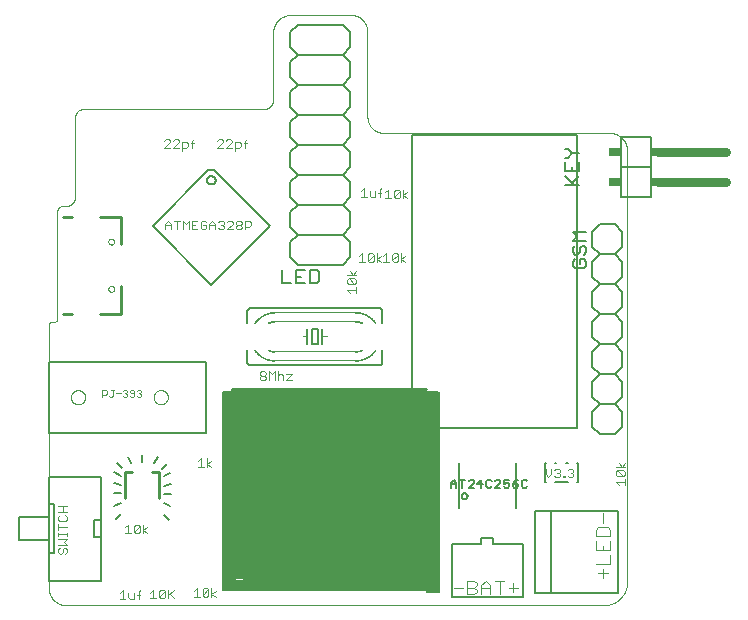
<source format=gto>
G75*
%MOIN*%
%OFA0B0*%
%FSLAX25Y25*%
%IPPOS*%
%LPD*%
%AMOC8*
5,1,8,0,0,1.08239X$1,22.5*
%
%ADD10C,0.00000*%
%ADD11C,0.00500*%
%ADD12C,0.00300*%
%ADD13C,0.00020*%
%ADD14C,0.00600*%
%ADD15C,0.00200*%
%ADD16C,0.00400*%
%ADD17C,0.01000*%
%ADD18C,0.00800*%
%ADD19C,0.03000*%
%ADD20R,0.02000X0.03000*%
%ADD21R,0.04000X0.03000*%
D10*
X0011250Y0006926D02*
X0011250Y0094284D01*
X0011252Y0094353D01*
X0011258Y0094422D01*
X0011267Y0094491D01*
X0011281Y0094559D01*
X0011298Y0094626D01*
X0011319Y0094692D01*
X0011344Y0094757D01*
X0011372Y0094820D01*
X0011404Y0094882D01*
X0011439Y0094942D01*
X0011478Y0094999D01*
X0011520Y0095055D01*
X0011564Y0095108D01*
X0011612Y0095158D01*
X0011662Y0095206D01*
X0011715Y0095250D01*
X0011771Y0095292D01*
X0011828Y0095331D01*
X0011888Y0095366D01*
X0011950Y0095398D01*
X0012013Y0095426D01*
X0012078Y0095451D01*
X0012144Y0095472D01*
X0012211Y0095489D01*
X0012279Y0095503D01*
X0012348Y0095512D01*
X0012417Y0095518D01*
X0012486Y0095520D01*
X0013194Y0095520D01*
X0013252Y0095522D01*
X0013310Y0095528D01*
X0013368Y0095537D01*
X0013425Y0095550D01*
X0013480Y0095567D01*
X0013535Y0095588D01*
X0013588Y0095612D01*
X0013640Y0095639D01*
X0013689Y0095670D01*
X0013736Y0095704D01*
X0013781Y0095741D01*
X0013824Y0095781D01*
X0013864Y0095824D01*
X0013901Y0095869D01*
X0013935Y0095916D01*
X0013966Y0095966D01*
X0013993Y0096017D01*
X0014017Y0096070D01*
X0014038Y0096125D01*
X0014055Y0096180D01*
X0014068Y0096237D01*
X0014077Y0096295D01*
X0014083Y0096353D01*
X0014085Y0096411D01*
X0014085Y0132185D01*
X0014087Y0132271D01*
X0014093Y0132357D01*
X0014102Y0132442D01*
X0014116Y0132527D01*
X0014133Y0132612D01*
X0014154Y0132695D01*
X0014179Y0132777D01*
X0014207Y0132859D01*
X0014239Y0132938D01*
X0014275Y0133017D01*
X0014314Y0133093D01*
X0014356Y0133168D01*
X0014402Y0133241D01*
X0014451Y0133312D01*
X0014503Y0133380D01*
X0014558Y0133446D01*
X0014616Y0133510D01*
X0014677Y0133571D01*
X0014741Y0133629D01*
X0014807Y0133684D01*
X0014875Y0133736D01*
X0014946Y0133785D01*
X0015019Y0133831D01*
X0015094Y0133873D01*
X0015170Y0133912D01*
X0015249Y0133948D01*
X0015328Y0133980D01*
X0015410Y0134008D01*
X0015492Y0134033D01*
X0015575Y0134054D01*
X0015660Y0134071D01*
X0015745Y0134085D01*
X0015830Y0134094D01*
X0015916Y0134100D01*
X0016002Y0134102D01*
X0016956Y0134102D01*
X0017066Y0134104D01*
X0017176Y0134110D01*
X0017285Y0134119D01*
X0017395Y0134133D01*
X0017503Y0134150D01*
X0017611Y0134171D01*
X0017719Y0134196D01*
X0017825Y0134224D01*
X0017930Y0134256D01*
X0018034Y0134292D01*
X0018137Y0134332D01*
X0018238Y0134375D01*
X0018338Y0134421D01*
X0018436Y0134471D01*
X0018532Y0134524D01*
X0018626Y0134581D01*
X0018719Y0134641D01*
X0018809Y0134704D01*
X0018897Y0134770D01*
X0018982Y0134839D01*
X0019065Y0134912D01*
X0019146Y0134987D01*
X0019223Y0135064D01*
X0019298Y0135145D01*
X0019371Y0135228D01*
X0019440Y0135313D01*
X0019506Y0135401D01*
X0019569Y0135491D01*
X0019629Y0135584D01*
X0019686Y0135678D01*
X0019739Y0135774D01*
X0019789Y0135872D01*
X0019835Y0135972D01*
X0019878Y0136073D01*
X0019918Y0136176D01*
X0019954Y0136280D01*
X0019986Y0136385D01*
X0020014Y0136491D01*
X0020039Y0136599D01*
X0020060Y0136707D01*
X0020077Y0136815D01*
X0020091Y0136925D01*
X0020100Y0137034D01*
X0020106Y0137144D01*
X0020108Y0137254D01*
X0020108Y0163755D01*
X0020110Y0163856D01*
X0020116Y0163957D01*
X0020126Y0164057D01*
X0020139Y0164157D01*
X0020157Y0164256D01*
X0020178Y0164355D01*
X0020203Y0164453D01*
X0020231Y0164549D01*
X0020264Y0164645D01*
X0020300Y0164739D01*
X0020339Y0164832D01*
X0020382Y0164923D01*
X0020429Y0165012D01*
X0020479Y0165100D01*
X0020532Y0165186D01*
X0020588Y0165269D01*
X0020648Y0165351D01*
X0020711Y0165429D01*
X0020776Y0165506D01*
X0020845Y0165580D01*
X0020916Y0165651D01*
X0020990Y0165720D01*
X0021067Y0165785D01*
X0021146Y0165848D01*
X0021227Y0165907D01*
X0021311Y0165964D01*
X0021397Y0166017D01*
X0021484Y0166067D01*
X0021574Y0166113D01*
X0021665Y0166156D01*
X0021758Y0166196D01*
X0021852Y0166231D01*
X0021948Y0166264D01*
X0022044Y0166292D01*
X0022142Y0166317D01*
X0022241Y0166338D01*
X0022340Y0166355D01*
X0022440Y0166369D01*
X0022540Y0166378D01*
X0022641Y0166384D01*
X0022742Y0166386D01*
X0082985Y0166386D01*
X0083095Y0166388D01*
X0083204Y0166394D01*
X0083313Y0166404D01*
X0083422Y0166417D01*
X0083530Y0166435D01*
X0083637Y0166456D01*
X0083744Y0166481D01*
X0083849Y0166510D01*
X0083954Y0166543D01*
X0084057Y0166579D01*
X0084159Y0166620D01*
X0084259Y0166663D01*
X0084358Y0166711D01*
X0084455Y0166761D01*
X0084551Y0166815D01*
X0084644Y0166873D01*
X0084735Y0166934D01*
X0084824Y0166998D01*
X0084910Y0167065D01*
X0084994Y0167135D01*
X0085076Y0167209D01*
X0085154Y0167285D01*
X0085230Y0167363D01*
X0085304Y0167445D01*
X0085374Y0167529D01*
X0085441Y0167615D01*
X0085505Y0167704D01*
X0085566Y0167795D01*
X0085624Y0167888D01*
X0085678Y0167984D01*
X0085728Y0168081D01*
X0085776Y0168180D01*
X0085819Y0168280D01*
X0085860Y0168382D01*
X0085896Y0168485D01*
X0085929Y0168590D01*
X0085958Y0168695D01*
X0085983Y0168802D01*
X0086004Y0168909D01*
X0086022Y0169017D01*
X0086035Y0169126D01*
X0086045Y0169235D01*
X0086051Y0169344D01*
X0086053Y0169454D01*
X0086053Y0191669D01*
X0086055Y0191824D01*
X0086061Y0191979D01*
X0086070Y0192133D01*
X0086084Y0192288D01*
X0086101Y0192442D01*
X0086122Y0192595D01*
X0086147Y0192748D01*
X0086176Y0192900D01*
X0086209Y0193052D01*
X0086245Y0193202D01*
X0086285Y0193352D01*
X0086329Y0193500D01*
X0086377Y0193648D01*
X0086428Y0193794D01*
X0086482Y0193939D01*
X0086541Y0194082D01*
X0086603Y0194224D01*
X0086668Y0194365D01*
X0086737Y0194503D01*
X0086810Y0194640D01*
X0086885Y0194775D01*
X0086965Y0194909D01*
X0087047Y0195040D01*
X0087133Y0195169D01*
X0087221Y0195296D01*
X0087313Y0195420D01*
X0087408Y0195543D01*
X0087507Y0195663D01*
X0087608Y0195780D01*
X0087712Y0195895D01*
X0087818Y0196007D01*
X0087928Y0196117D01*
X0088040Y0196223D01*
X0088155Y0196327D01*
X0088272Y0196428D01*
X0088392Y0196527D01*
X0088515Y0196622D01*
X0088639Y0196714D01*
X0088766Y0196802D01*
X0088895Y0196888D01*
X0089026Y0196970D01*
X0089159Y0197050D01*
X0089295Y0197125D01*
X0089432Y0197198D01*
X0089570Y0197267D01*
X0089711Y0197332D01*
X0089853Y0197394D01*
X0089996Y0197453D01*
X0090141Y0197507D01*
X0090287Y0197558D01*
X0090435Y0197606D01*
X0090583Y0197650D01*
X0090733Y0197690D01*
X0090883Y0197726D01*
X0091035Y0197759D01*
X0091187Y0197788D01*
X0091340Y0197813D01*
X0091493Y0197834D01*
X0091647Y0197851D01*
X0091802Y0197865D01*
X0091956Y0197874D01*
X0092111Y0197880D01*
X0092266Y0197882D01*
X0111769Y0197882D01*
X0111920Y0197880D01*
X0112072Y0197874D01*
X0112222Y0197864D01*
X0112373Y0197850D01*
X0112523Y0197833D01*
X0112673Y0197811D01*
X0112822Y0197785D01*
X0112971Y0197756D01*
X0113118Y0197722D01*
X0113265Y0197685D01*
X0113411Y0197644D01*
X0113555Y0197599D01*
X0113698Y0197550D01*
X0113840Y0197498D01*
X0113981Y0197442D01*
X0114120Y0197382D01*
X0114257Y0197319D01*
X0114393Y0197252D01*
X0114527Y0197182D01*
X0114659Y0197108D01*
X0114789Y0197030D01*
X0114917Y0196950D01*
X0115043Y0196865D01*
X0115166Y0196778D01*
X0115288Y0196688D01*
X0115406Y0196594D01*
X0115523Y0196497D01*
X0115637Y0196397D01*
X0115748Y0196295D01*
X0115856Y0196189D01*
X0115962Y0196081D01*
X0116064Y0195970D01*
X0116164Y0195856D01*
X0116261Y0195739D01*
X0116355Y0195621D01*
X0116445Y0195499D01*
X0116532Y0195376D01*
X0116617Y0195250D01*
X0116697Y0195122D01*
X0116775Y0194992D01*
X0116849Y0194860D01*
X0116919Y0194726D01*
X0116986Y0194590D01*
X0117049Y0194453D01*
X0117109Y0194314D01*
X0117165Y0194173D01*
X0117217Y0194031D01*
X0117266Y0193888D01*
X0117311Y0193744D01*
X0117352Y0193598D01*
X0117389Y0193451D01*
X0117423Y0193304D01*
X0117452Y0193155D01*
X0117478Y0193006D01*
X0117500Y0192856D01*
X0117517Y0192706D01*
X0117531Y0192555D01*
X0117541Y0192405D01*
X0117547Y0192253D01*
X0117549Y0192102D01*
X0117549Y0163780D01*
X0117551Y0163637D01*
X0117557Y0163495D01*
X0117566Y0163352D01*
X0117580Y0163210D01*
X0117597Y0163069D01*
X0117618Y0162928D01*
X0117643Y0162787D01*
X0117672Y0162647D01*
X0117705Y0162508D01*
X0117741Y0162370D01*
X0117781Y0162233D01*
X0117825Y0162098D01*
X0117872Y0161963D01*
X0117923Y0161830D01*
X0117978Y0161698D01*
X0118036Y0161568D01*
X0118098Y0161439D01*
X0118163Y0161312D01*
X0118231Y0161187D01*
X0118303Y0161064D01*
X0118378Y0160942D01*
X0118457Y0160823D01*
X0118539Y0160706D01*
X0118623Y0160591D01*
X0118711Y0160479D01*
X0118802Y0160369D01*
X0118896Y0160261D01*
X0118993Y0160157D01*
X0119092Y0160054D01*
X0119195Y0159955D01*
X0119299Y0159858D01*
X0119407Y0159764D01*
X0119517Y0159673D01*
X0119629Y0159585D01*
X0119744Y0159501D01*
X0119861Y0159419D01*
X0119980Y0159340D01*
X0120102Y0159265D01*
X0120225Y0159193D01*
X0120350Y0159125D01*
X0120477Y0159060D01*
X0120606Y0158998D01*
X0120736Y0158940D01*
X0120868Y0158885D01*
X0121001Y0158834D01*
X0121136Y0158787D01*
X0121271Y0158743D01*
X0121408Y0158703D01*
X0121546Y0158667D01*
X0121685Y0158634D01*
X0121825Y0158605D01*
X0121966Y0158580D01*
X0122107Y0158559D01*
X0122248Y0158542D01*
X0122390Y0158528D01*
X0122533Y0158519D01*
X0122675Y0158513D01*
X0122818Y0158511D01*
X0122818Y0158512D02*
X0198035Y0158512D01*
X0198190Y0158510D01*
X0198345Y0158504D01*
X0198500Y0158494D01*
X0198655Y0158481D01*
X0198809Y0158463D01*
X0198963Y0158441D01*
X0199116Y0158416D01*
X0199269Y0158387D01*
X0199420Y0158353D01*
X0199571Y0158316D01*
X0199721Y0158276D01*
X0199870Y0158231D01*
X0200017Y0158183D01*
X0200164Y0158130D01*
X0200309Y0158075D01*
X0200452Y0158015D01*
X0200594Y0157952D01*
X0200734Y0157886D01*
X0200873Y0157816D01*
X0201009Y0157742D01*
X0201144Y0157665D01*
X0201277Y0157584D01*
X0201408Y0157501D01*
X0201536Y0157413D01*
X0201663Y0157323D01*
X0201787Y0157230D01*
X0201908Y0157133D01*
X0202027Y0157033D01*
X0202144Y0156931D01*
X0202258Y0156825D01*
X0202369Y0156717D01*
X0202477Y0156606D01*
X0202583Y0156492D01*
X0202685Y0156375D01*
X0202785Y0156256D01*
X0202882Y0156135D01*
X0202975Y0156011D01*
X0203065Y0155884D01*
X0203153Y0155756D01*
X0203236Y0155625D01*
X0203317Y0155492D01*
X0203394Y0155357D01*
X0203468Y0155221D01*
X0203538Y0155082D01*
X0203604Y0154942D01*
X0203667Y0154800D01*
X0203727Y0154657D01*
X0203782Y0154512D01*
X0203835Y0154365D01*
X0203883Y0154218D01*
X0203928Y0154069D01*
X0203968Y0153919D01*
X0204005Y0153768D01*
X0204039Y0153617D01*
X0204068Y0153464D01*
X0204093Y0153311D01*
X0204115Y0153157D01*
X0204133Y0153003D01*
X0204146Y0152848D01*
X0204156Y0152693D01*
X0204162Y0152538D01*
X0204164Y0152383D01*
X0204163Y0152383D02*
X0204163Y0008939D01*
X0204161Y0008748D01*
X0204154Y0008557D01*
X0204142Y0008366D01*
X0204126Y0008176D01*
X0204105Y0007986D01*
X0204080Y0007797D01*
X0204050Y0007608D01*
X0204016Y0007420D01*
X0203977Y0007233D01*
X0203933Y0007047D01*
X0203885Y0006862D01*
X0203833Y0006678D01*
X0203776Y0006496D01*
X0203715Y0006315D01*
X0203649Y0006135D01*
X0203579Y0005957D01*
X0203505Y0005781D01*
X0203427Y0005607D01*
X0203344Y0005435D01*
X0203257Y0005264D01*
X0203166Y0005096D01*
X0203072Y0004930D01*
X0202973Y0004767D01*
X0202870Y0004606D01*
X0202763Y0004447D01*
X0202653Y0004291D01*
X0202539Y0004138D01*
X0202421Y0003988D01*
X0202299Y0003840D01*
X0202174Y0003696D01*
X0202046Y0003554D01*
X0201914Y0003416D01*
X0201779Y0003281D01*
X0201641Y0003149D01*
X0201499Y0003021D01*
X0201355Y0002896D01*
X0201207Y0002774D01*
X0201057Y0002656D01*
X0200904Y0002542D01*
X0200748Y0002432D01*
X0200589Y0002325D01*
X0200428Y0002222D01*
X0200265Y0002123D01*
X0200099Y0002029D01*
X0199931Y0001938D01*
X0199760Y0001851D01*
X0199588Y0001768D01*
X0199414Y0001690D01*
X0199238Y0001616D01*
X0199060Y0001546D01*
X0198880Y0001480D01*
X0198699Y0001419D01*
X0198517Y0001362D01*
X0198333Y0001310D01*
X0198148Y0001262D01*
X0197962Y0001218D01*
X0197775Y0001179D01*
X0197587Y0001145D01*
X0197398Y0001115D01*
X0197209Y0001090D01*
X0197019Y0001069D01*
X0196829Y0001053D01*
X0196638Y0001041D01*
X0196447Y0001034D01*
X0196256Y0001032D01*
X0196256Y0001031D02*
X0017145Y0001031D01*
X0016993Y0001033D01*
X0016842Y0001039D01*
X0016690Y0001049D01*
X0016539Y0001062D01*
X0016388Y0001080D01*
X0016238Y0001101D01*
X0016088Y0001127D01*
X0015939Y0001156D01*
X0015791Y0001189D01*
X0015644Y0001225D01*
X0015497Y0001266D01*
X0015352Y0001310D01*
X0015208Y0001358D01*
X0015066Y0001410D01*
X0014924Y0001465D01*
X0014784Y0001524D01*
X0014646Y0001587D01*
X0014509Y0001653D01*
X0014374Y0001723D01*
X0014241Y0001796D01*
X0014110Y0001872D01*
X0013981Y0001952D01*
X0013854Y0002035D01*
X0013729Y0002121D01*
X0013607Y0002211D01*
X0013487Y0002304D01*
X0013369Y0002399D01*
X0013253Y0002498D01*
X0013141Y0002600D01*
X0013031Y0002704D01*
X0012923Y0002812D01*
X0012819Y0002922D01*
X0012717Y0003034D01*
X0012618Y0003150D01*
X0012523Y0003268D01*
X0012430Y0003388D01*
X0012340Y0003510D01*
X0012254Y0003635D01*
X0012171Y0003762D01*
X0012091Y0003891D01*
X0012015Y0004022D01*
X0011942Y0004155D01*
X0011872Y0004290D01*
X0011806Y0004427D01*
X0011743Y0004565D01*
X0011684Y0004705D01*
X0011629Y0004847D01*
X0011577Y0004989D01*
X0011529Y0005133D01*
X0011485Y0005278D01*
X0011444Y0005425D01*
X0011408Y0005572D01*
X0011375Y0005720D01*
X0011346Y0005869D01*
X0011320Y0006019D01*
X0011299Y0006169D01*
X0011281Y0006320D01*
X0011268Y0006471D01*
X0011258Y0006623D01*
X0011252Y0006774D01*
X0011250Y0006926D01*
X0018731Y0070362D02*
X0018733Y0070459D01*
X0018739Y0070556D01*
X0018749Y0070652D01*
X0018763Y0070748D01*
X0018781Y0070844D01*
X0018802Y0070938D01*
X0018828Y0071032D01*
X0018857Y0071124D01*
X0018891Y0071215D01*
X0018927Y0071305D01*
X0018968Y0071393D01*
X0019012Y0071479D01*
X0019060Y0071564D01*
X0019111Y0071646D01*
X0019165Y0071727D01*
X0019223Y0071805D01*
X0019284Y0071880D01*
X0019347Y0071953D01*
X0019414Y0072024D01*
X0019484Y0072091D01*
X0019556Y0072156D01*
X0019631Y0072217D01*
X0019709Y0072276D01*
X0019788Y0072331D01*
X0019870Y0072383D01*
X0019954Y0072431D01*
X0020040Y0072476D01*
X0020128Y0072518D01*
X0020217Y0072556D01*
X0020308Y0072590D01*
X0020400Y0072620D01*
X0020493Y0072647D01*
X0020588Y0072669D01*
X0020683Y0072688D01*
X0020779Y0072703D01*
X0020875Y0072714D01*
X0020972Y0072721D01*
X0021069Y0072724D01*
X0021166Y0072723D01*
X0021263Y0072718D01*
X0021359Y0072709D01*
X0021455Y0072696D01*
X0021551Y0072679D01*
X0021646Y0072658D01*
X0021739Y0072634D01*
X0021832Y0072605D01*
X0021924Y0072573D01*
X0022014Y0072537D01*
X0022102Y0072498D01*
X0022189Y0072454D01*
X0022274Y0072408D01*
X0022357Y0072357D01*
X0022438Y0072304D01*
X0022516Y0072247D01*
X0022593Y0072187D01*
X0022666Y0072124D01*
X0022737Y0072058D01*
X0022805Y0071989D01*
X0022871Y0071917D01*
X0022933Y0071843D01*
X0022992Y0071766D01*
X0023048Y0071687D01*
X0023101Y0071605D01*
X0023151Y0071522D01*
X0023196Y0071436D01*
X0023239Y0071349D01*
X0023278Y0071260D01*
X0023313Y0071170D01*
X0023344Y0071078D01*
X0023371Y0070985D01*
X0023395Y0070891D01*
X0023415Y0070796D01*
X0023431Y0070700D01*
X0023443Y0070604D01*
X0023451Y0070507D01*
X0023455Y0070410D01*
X0023455Y0070314D01*
X0023451Y0070217D01*
X0023443Y0070120D01*
X0023431Y0070024D01*
X0023415Y0069928D01*
X0023395Y0069833D01*
X0023371Y0069739D01*
X0023344Y0069646D01*
X0023313Y0069554D01*
X0023278Y0069464D01*
X0023239Y0069375D01*
X0023196Y0069288D01*
X0023151Y0069202D01*
X0023101Y0069119D01*
X0023048Y0069037D01*
X0022992Y0068958D01*
X0022933Y0068881D01*
X0022871Y0068807D01*
X0022805Y0068735D01*
X0022737Y0068666D01*
X0022666Y0068600D01*
X0022593Y0068537D01*
X0022516Y0068477D01*
X0022438Y0068420D01*
X0022357Y0068367D01*
X0022274Y0068316D01*
X0022189Y0068270D01*
X0022102Y0068226D01*
X0022014Y0068187D01*
X0021924Y0068151D01*
X0021832Y0068119D01*
X0021739Y0068090D01*
X0021646Y0068066D01*
X0021551Y0068045D01*
X0021455Y0068028D01*
X0021359Y0068015D01*
X0021263Y0068006D01*
X0021166Y0068001D01*
X0021069Y0068000D01*
X0020972Y0068003D01*
X0020875Y0068010D01*
X0020779Y0068021D01*
X0020683Y0068036D01*
X0020588Y0068055D01*
X0020493Y0068077D01*
X0020400Y0068104D01*
X0020308Y0068134D01*
X0020217Y0068168D01*
X0020128Y0068206D01*
X0020040Y0068248D01*
X0019954Y0068293D01*
X0019870Y0068341D01*
X0019788Y0068393D01*
X0019709Y0068448D01*
X0019631Y0068507D01*
X0019556Y0068568D01*
X0019484Y0068633D01*
X0019414Y0068700D01*
X0019347Y0068771D01*
X0019284Y0068844D01*
X0019223Y0068919D01*
X0019165Y0068997D01*
X0019111Y0069078D01*
X0019060Y0069160D01*
X0019012Y0069245D01*
X0018968Y0069331D01*
X0018927Y0069419D01*
X0018891Y0069509D01*
X0018857Y0069600D01*
X0018828Y0069692D01*
X0018802Y0069786D01*
X0018781Y0069880D01*
X0018763Y0069976D01*
X0018749Y0070072D01*
X0018739Y0070168D01*
X0018733Y0070265D01*
X0018731Y0070362D01*
X0046290Y0070362D02*
X0046292Y0070459D01*
X0046298Y0070556D01*
X0046308Y0070652D01*
X0046322Y0070748D01*
X0046340Y0070844D01*
X0046361Y0070938D01*
X0046387Y0071032D01*
X0046416Y0071124D01*
X0046450Y0071215D01*
X0046486Y0071305D01*
X0046527Y0071393D01*
X0046571Y0071479D01*
X0046619Y0071564D01*
X0046670Y0071646D01*
X0046724Y0071727D01*
X0046782Y0071805D01*
X0046843Y0071880D01*
X0046906Y0071953D01*
X0046973Y0072024D01*
X0047043Y0072091D01*
X0047115Y0072156D01*
X0047190Y0072217D01*
X0047268Y0072276D01*
X0047347Y0072331D01*
X0047429Y0072383D01*
X0047513Y0072431D01*
X0047599Y0072476D01*
X0047687Y0072518D01*
X0047776Y0072556D01*
X0047867Y0072590D01*
X0047959Y0072620D01*
X0048052Y0072647D01*
X0048147Y0072669D01*
X0048242Y0072688D01*
X0048338Y0072703D01*
X0048434Y0072714D01*
X0048531Y0072721D01*
X0048628Y0072724D01*
X0048725Y0072723D01*
X0048822Y0072718D01*
X0048918Y0072709D01*
X0049014Y0072696D01*
X0049110Y0072679D01*
X0049205Y0072658D01*
X0049298Y0072634D01*
X0049391Y0072605D01*
X0049483Y0072573D01*
X0049573Y0072537D01*
X0049661Y0072498D01*
X0049748Y0072454D01*
X0049833Y0072408D01*
X0049916Y0072357D01*
X0049997Y0072304D01*
X0050075Y0072247D01*
X0050152Y0072187D01*
X0050225Y0072124D01*
X0050296Y0072058D01*
X0050364Y0071989D01*
X0050430Y0071917D01*
X0050492Y0071843D01*
X0050551Y0071766D01*
X0050607Y0071687D01*
X0050660Y0071605D01*
X0050710Y0071522D01*
X0050755Y0071436D01*
X0050798Y0071349D01*
X0050837Y0071260D01*
X0050872Y0071170D01*
X0050903Y0071078D01*
X0050930Y0070985D01*
X0050954Y0070891D01*
X0050974Y0070796D01*
X0050990Y0070700D01*
X0051002Y0070604D01*
X0051010Y0070507D01*
X0051014Y0070410D01*
X0051014Y0070314D01*
X0051010Y0070217D01*
X0051002Y0070120D01*
X0050990Y0070024D01*
X0050974Y0069928D01*
X0050954Y0069833D01*
X0050930Y0069739D01*
X0050903Y0069646D01*
X0050872Y0069554D01*
X0050837Y0069464D01*
X0050798Y0069375D01*
X0050755Y0069288D01*
X0050710Y0069202D01*
X0050660Y0069119D01*
X0050607Y0069037D01*
X0050551Y0068958D01*
X0050492Y0068881D01*
X0050430Y0068807D01*
X0050364Y0068735D01*
X0050296Y0068666D01*
X0050225Y0068600D01*
X0050152Y0068537D01*
X0050075Y0068477D01*
X0049997Y0068420D01*
X0049916Y0068367D01*
X0049833Y0068316D01*
X0049748Y0068270D01*
X0049661Y0068226D01*
X0049573Y0068187D01*
X0049483Y0068151D01*
X0049391Y0068119D01*
X0049298Y0068090D01*
X0049205Y0068066D01*
X0049110Y0068045D01*
X0049014Y0068028D01*
X0048918Y0068015D01*
X0048822Y0068006D01*
X0048725Y0068001D01*
X0048628Y0068000D01*
X0048531Y0068003D01*
X0048434Y0068010D01*
X0048338Y0068021D01*
X0048242Y0068036D01*
X0048147Y0068055D01*
X0048052Y0068077D01*
X0047959Y0068104D01*
X0047867Y0068134D01*
X0047776Y0068168D01*
X0047687Y0068206D01*
X0047599Y0068248D01*
X0047513Y0068293D01*
X0047429Y0068341D01*
X0047347Y0068393D01*
X0047268Y0068448D01*
X0047190Y0068507D01*
X0047115Y0068568D01*
X0047043Y0068633D01*
X0046973Y0068700D01*
X0046906Y0068771D01*
X0046843Y0068844D01*
X0046782Y0068919D01*
X0046724Y0068997D01*
X0046670Y0069078D01*
X0046619Y0069160D01*
X0046571Y0069245D01*
X0046527Y0069331D01*
X0046486Y0069419D01*
X0046450Y0069509D01*
X0046416Y0069600D01*
X0046387Y0069692D01*
X0046361Y0069786D01*
X0046340Y0069880D01*
X0046322Y0069976D01*
X0046308Y0070072D01*
X0046298Y0070168D01*
X0046292Y0070265D01*
X0046290Y0070362D01*
X0031172Y0106504D02*
X0031174Y0106566D01*
X0031180Y0106629D01*
X0031190Y0106690D01*
X0031204Y0106751D01*
X0031221Y0106811D01*
X0031242Y0106870D01*
X0031268Y0106927D01*
X0031296Y0106982D01*
X0031328Y0107036D01*
X0031364Y0107087D01*
X0031402Y0107137D01*
X0031444Y0107183D01*
X0031488Y0107227D01*
X0031536Y0107268D01*
X0031585Y0107306D01*
X0031637Y0107340D01*
X0031691Y0107371D01*
X0031747Y0107399D01*
X0031805Y0107423D01*
X0031864Y0107444D01*
X0031924Y0107460D01*
X0031985Y0107473D01*
X0032047Y0107482D01*
X0032109Y0107487D01*
X0032172Y0107488D01*
X0032234Y0107485D01*
X0032296Y0107478D01*
X0032358Y0107467D01*
X0032418Y0107452D01*
X0032478Y0107434D01*
X0032536Y0107412D01*
X0032593Y0107386D01*
X0032648Y0107356D01*
X0032701Y0107323D01*
X0032752Y0107287D01*
X0032800Y0107248D01*
X0032846Y0107205D01*
X0032889Y0107160D01*
X0032929Y0107112D01*
X0032966Y0107062D01*
X0033000Y0107009D01*
X0033031Y0106955D01*
X0033057Y0106899D01*
X0033081Y0106841D01*
X0033100Y0106781D01*
X0033116Y0106721D01*
X0033128Y0106659D01*
X0033136Y0106598D01*
X0033140Y0106535D01*
X0033140Y0106473D01*
X0033136Y0106410D01*
X0033128Y0106349D01*
X0033116Y0106287D01*
X0033100Y0106227D01*
X0033081Y0106167D01*
X0033057Y0106109D01*
X0033031Y0106053D01*
X0033000Y0105999D01*
X0032966Y0105946D01*
X0032929Y0105896D01*
X0032889Y0105848D01*
X0032846Y0105803D01*
X0032800Y0105760D01*
X0032752Y0105721D01*
X0032701Y0105685D01*
X0032648Y0105652D01*
X0032593Y0105622D01*
X0032536Y0105596D01*
X0032478Y0105574D01*
X0032418Y0105556D01*
X0032358Y0105541D01*
X0032296Y0105530D01*
X0032234Y0105523D01*
X0032172Y0105520D01*
X0032109Y0105521D01*
X0032047Y0105526D01*
X0031985Y0105535D01*
X0031924Y0105548D01*
X0031864Y0105564D01*
X0031805Y0105585D01*
X0031747Y0105609D01*
X0031691Y0105637D01*
X0031637Y0105668D01*
X0031585Y0105702D01*
X0031536Y0105740D01*
X0031488Y0105781D01*
X0031444Y0105825D01*
X0031402Y0105871D01*
X0031364Y0105921D01*
X0031328Y0105972D01*
X0031296Y0106026D01*
X0031268Y0106081D01*
X0031242Y0106138D01*
X0031221Y0106197D01*
X0031204Y0106257D01*
X0031190Y0106318D01*
X0031180Y0106379D01*
X0031174Y0106442D01*
X0031172Y0106504D01*
X0031172Y0122252D02*
X0031174Y0122314D01*
X0031180Y0122377D01*
X0031190Y0122438D01*
X0031204Y0122499D01*
X0031221Y0122559D01*
X0031242Y0122618D01*
X0031268Y0122675D01*
X0031296Y0122730D01*
X0031328Y0122784D01*
X0031364Y0122835D01*
X0031402Y0122885D01*
X0031444Y0122931D01*
X0031488Y0122975D01*
X0031536Y0123016D01*
X0031585Y0123054D01*
X0031637Y0123088D01*
X0031691Y0123119D01*
X0031747Y0123147D01*
X0031805Y0123171D01*
X0031864Y0123192D01*
X0031924Y0123208D01*
X0031985Y0123221D01*
X0032047Y0123230D01*
X0032109Y0123235D01*
X0032172Y0123236D01*
X0032234Y0123233D01*
X0032296Y0123226D01*
X0032358Y0123215D01*
X0032418Y0123200D01*
X0032478Y0123182D01*
X0032536Y0123160D01*
X0032593Y0123134D01*
X0032648Y0123104D01*
X0032701Y0123071D01*
X0032752Y0123035D01*
X0032800Y0122996D01*
X0032846Y0122953D01*
X0032889Y0122908D01*
X0032929Y0122860D01*
X0032966Y0122810D01*
X0033000Y0122757D01*
X0033031Y0122703D01*
X0033057Y0122647D01*
X0033081Y0122589D01*
X0033100Y0122529D01*
X0033116Y0122469D01*
X0033128Y0122407D01*
X0033136Y0122346D01*
X0033140Y0122283D01*
X0033140Y0122221D01*
X0033136Y0122158D01*
X0033128Y0122097D01*
X0033116Y0122035D01*
X0033100Y0121975D01*
X0033081Y0121915D01*
X0033057Y0121857D01*
X0033031Y0121801D01*
X0033000Y0121747D01*
X0032966Y0121694D01*
X0032929Y0121644D01*
X0032889Y0121596D01*
X0032846Y0121551D01*
X0032800Y0121508D01*
X0032752Y0121469D01*
X0032701Y0121433D01*
X0032648Y0121400D01*
X0032593Y0121370D01*
X0032536Y0121344D01*
X0032478Y0121322D01*
X0032418Y0121304D01*
X0032358Y0121289D01*
X0032296Y0121278D01*
X0032234Y0121271D01*
X0032172Y0121268D01*
X0032109Y0121269D01*
X0032047Y0121274D01*
X0031985Y0121283D01*
X0031924Y0121296D01*
X0031864Y0121312D01*
X0031805Y0121333D01*
X0031747Y0121357D01*
X0031691Y0121385D01*
X0031637Y0121416D01*
X0031585Y0121450D01*
X0031536Y0121488D01*
X0031488Y0121529D01*
X0031444Y0121573D01*
X0031402Y0121619D01*
X0031364Y0121669D01*
X0031328Y0121720D01*
X0031296Y0121774D01*
X0031268Y0121829D01*
X0031242Y0121886D01*
X0031221Y0121945D01*
X0031204Y0122005D01*
X0031190Y0122066D01*
X0031180Y0122127D01*
X0031174Y0122190D01*
X0031172Y0122252D01*
D11*
X0011250Y0082173D02*
X0063612Y0082173D01*
X0063612Y0058551D01*
X0011250Y0058551D01*
X0011250Y0059535D01*
X0011250Y0081189D01*
X0011250Y0082173D01*
X0037589Y0050519D02*
X0038770Y0048473D01*
X0042510Y0048709D02*
X0042510Y0051071D01*
X0046447Y0048420D02*
X0047628Y0050466D01*
X0050710Y0048247D02*
X0049040Y0046577D01*
X0049807Y0043984D02*
X0051853Y0045165D01*
X0051918Y0041534D02*
X0049637Y0040923D01*
X0049596Y0038079D02*
X0051959Y0038079D01*
X0049610Y0035031D02*
X0051892Y0034026D01*
X0049712Y0031271D02*
X0051382Y0029600D01*
X0035471Y0031434D02*
X0033801Y0029763D01*
X0028809Y0029339D02*
X0026447Y0029339D01*
X0026447Y0023827D01*
X0028809Y0023827D01*
X0028809Y0009260D01*
X0011486Y0009260D01*
X0011486Y0018315D01*
X0013061Y0018315D01*
X0013061Y0034850D01*
X0011486Y0034850D01*
X0011486Y0043906D01*
X0028809Y0043906D01*
X0028809Y0029339D01*
X0028809Y0023827D01*
X0033101Y0034230D02*
X0035383Y0035235D01*
X0035423Y0038472D02*
X0033061Y0038472D01*
X0033074Y0041724D02*
X0035356Y0041113D01*
X0035265Y0044181D02*
X0033219Y0045362D01*
X0035865Y0046692D02*
X0034194Y0048363D01*
X0011486Y0034850D02*
X0011486Y0030520D01*
X0001250Y0030520D01*
X0001250Y0022646D01*
X0011486Y0022646D01*
X0011486Y0030520D01*
X0011486Y0022646D02*
X0011486Y0018315D01*
X0069478Y0018479D02*
X0141354Y0018479D01*
X0141358Y0017981D02*
X0069478Y0017981D01*
X0069478Y0017482D02*
X0141361Y0017482D01*
X0141364Y0016984D02*
X0069478Y0016984D01*
X0069478Y0016485D02*
X0141367Y0016485D01*
X0141370Y0015987D02*
X0069478Y0015987D01*
X0069478Y0015488D02*
X0141373Y0015488D01*
X0141377Y0014990D02*
X0069478Y0014990D01*
X0069478Y0014491D02*
X0141380Y0014491D01*
X0141383Y0013993D02*
X0069478Y0013993D01*
X0069478Y0013494D02*
X0141386Y0013494D01*
X0141389Y0012996D02*
X0069478Y0012996D01*
X0069478Y0012497D02*
X0141392Y0012497D01*
X0141396Y0011999D02*
X0069478Y0011999D01*
X0069478Y0011500D02*
X0141399Y0011500D01*
X0141402Y0011002D02*
X0069478Y0011002D01*
X0069478Y0010503D02*
X0141405Y0010503D01*
X0141407Y0010126D02*
X0069478Y0010126D01*
X0069478Y0009732D01*
X0069478Y0006189D01*
X0073415Y0006189D01*
X0073415Y0010126D01*
X0069478Y0010126D01*
X0069478Y0009732D01*
X0069478Y0006189D01*
X0073415Y0006189D01*
X0073415Y0010126D01*
X0069478Y0010126D01*
X0069478Y0009732D01*
X0069478Y0006189D01*
X0073415Y0006189D01*
X0073415Y0010126D01*
X0069478Y0010126D01*
X0069478Y0072150D01*
X0072628Y0072150D01*
X0072628Y0068213D01*
X0082470Y0068213D01*
X0082470Y0072150D01*
X0141014Y0072150D01*
X0141407Y0010126D01*
X0141407Y0009732D02*
X0141407Y0005583D01*
X0137470Y0005583D01*
X0137470Y0009732D01*
X0141407Y0009732D01*
X0141407Y0006583D01*
X0137470Y0006583D01*
X0137470Y0009732D01*
X0141407Y0009732D01*
X0141407Y0006583D01*
X0137470Y0006583D01*
X0137470Y0009732D01*
X0141407Y0009732D01*
X0141407Y0009506D02*
X0137470Y0009506D01*
X0141407Y0009506D01*
X0137470Y0009506D01*
X0137313Y0009506D02*
X0133376Y0009506D01*
X0076289Y0009506D01*
X0076289Y0009260D02*
X0076289Y0019102D01*
X0072352Y0019102D01*
X0072352Y0072646D01*
X0133376Y0073039D01*
X0133376Y0006110D01*
X0133770Y0006110D01*
X0137313Y0006110D01*
X0137313Y0010047D01*
X0133376Y0010047D01*
X0133376Y0006110D01*
X0132982Y0006110D01*
X0072352Y0006110D01*
X0072352Y0009260D01*
X0076289Y0009260D01*
X0076289Y0010005D02*
X0133376Y0010005D01*
X0137313Y0010005D01*
X0137313Y0009008D02*
X0133376Y0009008D01*
X0072352Y0009008D01*
X0072352Y0008509D02*
X0133376Y0008509D01*
X0137313Y0008509D01*
X0137470Y0008509D02*
X0141407Y0008509D01*
X0137470Y0008509D01*
X0141407Y0008509D01*
X0141407Y0008011D02*
X0137470Y0008011D01*
X0141407Y0008011D01*
X0137470Y0008011D01*
X0137313Y0008011D02*
X0133376Y0008011D01*
X0072352Y0008011D01*
X0072352Y0007512D02*
X0133376Y0007512D01*
X0137313Y0007512D01*
X0137470Y0007512D02*
X0141407Y0007512D01*
X0137470Y0007512D01*
X0141407Y0007512D01*
X0141407Y0007014D02*
X0137470Y0007014D01*
X0141407Y0007014D01*
X0137470Y0007014D01*
X0137313Y0007014D02*
X0133376Y0007014D01*
X0072352Y0007014D01*
X0072352Y0006515D02*
X0133376Y0006515D01*
X0137313Y0006515D01*
X0137470Y0006515D02*
X0141407Y0006515D01*
X0141407Y0006189D02*
X0141407Y0072189D01*
X0141016Y0071820D02*
X0082470Y0071820D01*
X0082470Y0071322D02*
X0141019Y0071322D01*
X0141022Y0070823D02*
X0082470Y0070823D01*
X0082470Y0070325D02*
X0141025Y0070325D01*
X0141029Y0069826D02*
X0082470Y0069826D01*
X0082470Y0069328D02*
X0141032Y0069328D01*
X0141035Y0068829D02*
X0082470Y0068829D01*
X0082470Y0068331D02*
X0141038Y0068331D01*
X0141041Y0067832D02*
X0069478Y0067832D01*
X0069478Y0067334D02*
X0141044Y0067334D01*
X0141048Y0066835D02*
X0069478Y0066835D01*
X0069478Y0066336D02*
X0141051Y0066336D01*
X0141054Y0065838D02*
X0069478Y0065838D01*
X0069478Y0065339D02*
X0141057Y0065339D01*
X0141060Y0064841D02*
X0069478Y0064841D01*
X0069478Y0064342D02*
X0141063Y0064342D01*
X0141066Y0063844D02*
X0069478Y0063844D01*
X0069478Y0063345D02*
X0141070Y0063345D01*
X0141073Y0062847D02*
X0069478Y0062847D01*
X0069478Y0062348D02*
X0141076Y0062348D01*
X0141079Y0061850D02*
X0069478Y0061850D01*
X0069478Y0061351D02*
X0141082Y0061351D01*
X0141085Y0060853D02*
X0069478Y0060853D01*
X0069478Y0060354D02*
X0141089Y0060354D01*
X0141092Y0059856D02*
X0069478Y0059856D01*
X0069478Y0059357D02*
X0141095Y0059357D01*
X0141098Y0058859D02*
X0069478Y0058859D01*
X0069478Y0058360D02*
X0141101Y0058360D01*
X0141104Y0057862D02*
X0069478Y0057862D01*
X0069478Y0057363D02*
X0141108Y0057363D01*
X0141111Y0056865D02*
X0069478Y0056865D01*
X0069478Y0056366D02*
X0141114Y0056366D01*
X0141117Y0055868D02*
X0069478Y0055868D01*
X0069478Y0055369D02*
X0141120Y0055369D01*
X0141123Y0054871D02*
X0069478Y0054871D01*
X0069478Y0054372D02*
X0141127Y0054372D01*
X0141130Y0053874D02*
X0069478Y0053874D01*
X0069478Y0053375D02*
X0141133Y0053375D01*
X0141136Y0052877D02*
X0069478Y0052877D01*
X0069478Y0052378D02*
X0141139Y0052378D01*
X0141142Y0051880D02*
X0069478Y0051880D01*
X0069478Y0051381D02*
X0141146Y0051381D01*
X0141149Y0050883D02*
X0069478Y0050883D01*
X0069478Y0050384D02*
X0141152Y0050384D01*
X0141155Y0049886D02*
X0069478Y0049886D01*
X0069478Y0049387D02*
X0141158Y0049387D01*
X0141161Y0048889D02*
X0069478Y0048889D01*
X0069478Y0048390D02*
X0141165Y0048390D01*
X0141168Y0047892D02*
X0069478Y0047892D01*
X0069478Y0047393D02*
X0141171Y0047393D01*
X0141174Y0046895D02*
X0069478Y0046895D01*
X0069478Y0046396D02*
X0141177Y0046396D01*
X0141180Y0045898D02*
X0069478Y0045898D01*
X0069478Y0045399D02*
X0141184Y0045399D01*
X0141187Y0044900D02*
X0069478Y0044900D01*
X0069478Y0044402D02*
X0141190Y0044402D01*
X0141193Y0043903D02*
X0069478Y0043903D01*
X0069478Y0043405D02*
X0141196Y0043405D01*
X0141199Y0042906D02*
X0069478Y0042906D01*
X0069478Y0042408D02*
X0141203Y0042408D01*
X0141206Y0041909D02*
X0069478Y0041909D01*
X0069478Y0041411D02*
X0141209Y0041411D01*
X0141212Y0040912D02*
X0069478Y0040912D01*
X0069478Y0040414D02*
X0141215Y0040414D01*
X0141218Y0039915D02*
X0069478Y0039915D01*
X0069478Y0039417D02*
X0141222Y0039417D01*
X0141225Y0038918D02*
X0069478Y0038918D01*
X0069478Y0038420D02*
X0141228Y0038420D01*
X0141231Y0037921D02*
X0069478Y0037921D01*
X0069478Y0037423D02*
X0141234Y0037423D01*
X0141237Y0036924D02*
X0069478Y0036924D01*
X0069478Y0036426D02*
X0141241Y0036426D01*
X0141244Y0035927D02*
X0069478Y0035927D01*
X0069478Y0035429D02*
X0141247Y0035429D01*
X0141250Y0034930D02*
X0069478Y0034930D01*
X0069478Y0034432D02*
X0141253Y0034432D01*
X0141256Y0033933D02*
X0069478Y0033933D01*
X0069478Y0033435D02*
X0141260Y0033435D01*
X0141263Y0032936D02*
X0069478Y0032936D01*
X0069478Y0032438D02*
X0141266Y0032438D01*
X0141269Y0031939D02*
X0069478Y0031939D01*
X0069478Y0031441D02*
X0141272Y0031441D01*
X0141275Y0030942D02*
X0069478Y0030942D01*
X0069478Y0030444D02*
X0141279Y0030444D01*
X0141282Y0029945D02*
X0069478Y0029945D01*
X0069478Y0029447D02*
X0141285Y0029447D01*
X0141288Y0028948D02*
X0069478Y0028948D01*
X0069478Y0028450D02*
X0141291Y0028450D01*
X0141294Y0027951D02*
X0069478Y0027951D01*
X0069478Y0027453D02*
X0141297Y0027453D01*
X0141301Y0026954D02*
X0069478Y0026954D01*
X0069478Y0026456D02*
X0141304Y0026456D01*
X0141307Y0025957D02*
X0069478Y0025957D01*
X0069478Y0025459D02*
X0141310Y0025459D01*
X0141313Y0024960D02*
X0069478Y0024960D01*
X0069478Y0024462D02*
X0141316Y0024462D01*
X0141320Y0023963D02*
X0069478Y0023963D01*
X0069478Y0023465D02*
X0141323Y0023465D01*
X0141326Y0022966D02*
X0069478Y0022966D01*
X0069478Y0022467D02*
X0141329Y0022467D01*
X0141332Y0021969D02*
X0069478Y0021969D01*
X0069478Y0021470D02*
X0141335Y0021470D01*
X0141339Y0020972D02*
X0069478Y0020972D01*
X0069478Y0020473D02*
X0141342Y0020473D01*
X0141345Y0019975D02*
X0069478Y0019975D01*
X0069478Y0019476D02*
X0141348Y0019476D01*
X0141351Y0018978D02*
X0069478Y0018978D01*
X0072352Y0019476D02*
X0133376Y0019476D01*
X0133376Y0018978D02*
X0076289Y0018978D01*
X0076289Y0018479D02*
X0133376Y0018479D01*
X0133376Y0017981D02*
X0076289Y0017981D01*
X0076289Y0017482D02*
X0133376Y0017482D01*
X0133376Y0016984D02*
X0076289Y0016984D01*
X0076289Y0016485D02*
X0133376Y0016485D01*
X0133376Y0015987D02*
X0076289Y0015987D01*
X0076289Y0015488D02*
X0133376Y0015488D01*
X0133376Y0014990D02*
X0076289Y0014990D01*
X0076289Y0014491D02*
X0133376Y0014491D01*
X0133376Y0013993D02*
X0076289Y0013993D01*
X0076289Y0013494D02*
X0133376Y0013494D01*
X0133376Y0012996D02*
X0076289Y0012996D01*
X0076289Y0012497D02*
X0133376Y0012497D01*
X0133376Y0011999D02*
X0076289Y0011999D01*
X0076289Y0011500D02*
X0133376Y0011500D01*
X0133376Y0011002D02*
X0076289Y0011002D01*
X0076289Y0010503D02*
X0133376Y0010503D01*
X0137470Y0009008D02*
X0141407Y0009008D01*
X0137470Y0009008D01*
X0141407Y0009008D01*
X0141407Y0006017D02*
X0137470Y0006017D01*
X0137313Y0006110D02*
X0072313Y0006110D01*
X0073415Y0006515D02*
X0069478Y0006515D01*
X0073415Y0006515D01*
X0069478Y0006515D01*
X0069478Y0006189D02*
X0069478Y0071189D01*
X0069478Y0071322D02*
X0072628Y0071322D01*
X0072352Y0071322D02*
X0133376Y0071322D01*
X0133770Y0071322D02*
X0136919Y0071322D01*
X0136919Y0071820D02*
X0133770Y0071820D01*
X0133376Y0071820D02*
X0072352Y0071820D01*
X0072628Y0071820D02*
X0069478Y0071820D01*
X0069478Y0070823D02*
X0072628Y0070823D01*
X0072352Y0070823D02*
X0133376Y0070823D01*
X0133770Y0070823D02*
X0136919Y0070823D01*
X0136919Y0070325D02*
X0133770Y0070325D01*
X0133376Y0070325D02*
X0072352Y0070325D01*
X0072628Y0070325D02*
X0069478Y0070325D01*
X0069478Y0069826D02*
X0072628Y0069826D01*
X0072352Y0069826D02*
X0133376Y0069826D01*
X0133770Y0069826D02*
X0136919Y0069826D01*
X0136919Y0069496D02*
X0136919Y0069102D01*
X0133770Y0069102D01*
X0133770Y0073039D01*
X0136919Y0073039D01*
X0136919Y0069496D01*
X0136919Y0069328D02*
X0133770Y0069328D01*
X0133376Y0069328D02*
X0072352Y0069328D01*
X0072628Y0069328D02*
X0069478Y0069328D01*
X0069478Y0068829D02*
X0072628Y0068829D01*
X0072352Y0068829D02*
X0133376Y0068829D01*
X0133376Y0068331D02*
X0072352Y0068331D01*
X0072628Y0068331D02*
X0069478Y0068331D01*
X0072352Y0067832D02*
X0133376Y0067832D01*
X0133376Y0067334D02*
X0072352Y0067334D01*
X0072352Y0066835D02*
X0133376Y0066835D01*
X0133376Y0066336D02*
X0072352Y0066336D01*
X0072352Y0065838D02*
X0133376Y0065838D01*
X0133376Y0065339D02*
X0072352Y0065339D01*
X0072352Y0064841D02*
X0133376Y0064841D01*
X0133376Y0064342D02*
X0072352Y0064342D01*
X0072352Y0063844D02*
X0133376Y0063844D01*
X0133376Y0063345D02*
X0072352Y0063345D01*
X0072352Y0062847D02*
X0133376Y0062847D01*
X0133376Y0062348D02*
X0072352Y0062348D01*
X0072352Y0061850D02*
X0133376Y0061850D01*
X0133376Y0061351D02*
X0072352Y0061351D01*
X0072352Y0060853D02*
X0133376Y0060853D01*
X0133376Y0060354D02*
X0072352Y0060354D01*
X0072352Y0059856D02*
X0133376Y0059856D01*
X0133376Y0059357D02*
X0072352Y0059357D01*
X0072352Y0058859D02*
X0133376Y0058859D01*
X0133376Y0058360D02*
X0072352Y0058360D01*
X0072352Y0057862D02*
X0133376Y0057862D01*
X0133376Y0057363D02*
X0072352Y0057363D01*
X0072352Y0056865D02*
X0133376Y0056865D01*
X0133376Y0056366D02*
X0072352Y0056366D01*
X0072352Y0055868D02*
X0133376Y0055868D01*
X0133376Y0055369D02*
X0072352Y0055369D01*
X0072352Y0054871D02*
X0133376Y0054871D01*
X0133376Y0054372D02*
X0072352Y0054372D01*
X0072352Y0053874D02*
X0133376Y0053874D01*
X0133376Y0053375D02*
X0072352Y0053375D01*
X0072352Y0052877D02*
X0133376Y0052877D01*
X0133376Y0052378D02*
X0072352Y0052378D01*
X0072352Y0051880D02*
X0133376Y0051880D01*
X0133376Y0051381D02*
X0072352Y0051381D01*
X0072352Y0050883D02*
X0133376Y0050883D01*
X0133376Y0050384D02*
X0072352Y0050384D01*
X0072352Y0049886D02*
X0133376Y0049886D01*
X0133376Y0049387D02*
X0072352Y0049387D01*
X0072352Y0048889D02*
X0133376Y0048889D01*
X0133376Y0048390D02*
X0072352Y0048390D01*
X0072352Y0047892D02*
X0133376Y0047892D01*
X0133376Y0047393D02*
X0072352Y0047393D01*
X0072352Y0046895D02*
X0133376Y0046895D01*
X0133376Y0046396D02*
X0072352Y0046396D01*
X0072352Y0045898D02*
X0133376Y0045898D01*
X0133376Y0045399D02*
X0072352Y0045399D01*
X0072352Y0044900D02*
X0133376Y0044900D01*
X0133376Y0044402D02*
X0072352Y0044402D01*
X0072352Y0043903D02*
X0133376Y0043903D01*
X0133376Y0043405D02*
X0072352Y0043405D01*
X0072352Y0042906D02*
X0133376Y0042906D01*
X0133376Y0042408D02*
X0072352Y0042408D01*
X0072352Y0041909D02*
X0133376Y0041909D01*
X0133376Y0041411D02*
X0072352Y0041411D01*
X0072352Y0040912D02*
X0133376Y0040912D01*
X0133376Y0040414D02*
X0072352Y0040414D01*
X0072352Y0039915D02*
X0133376Y0039915D01*
X0133376Y0039417D02*
X0072352Y0039417D01*
X0072352Y0038918D02*
X0133376Y0038918D01*
X0133376Y0038420D02*
X0072352Y0038420D01*
X0072352Y0037921D02*
X0133376Y0037921D01*
X0133376Y0037423D02*
X0072352Y0037423D01*
X0072352Y0036924D02*
X0133376Y0036924D01*
X0133376Y0036426D02*
X0072352Y0036426D01*
X0072352Y0035927D02*
X0133376Y0035927D01*
X0133376Y0035429D02*
X0072352Y0035429D01*
X0072352Y0034930D02*
X0133376Y0034930D01*
X0133376Y0034432D02*
X0072352Y0034432D01*
X0072352Y0033933D02*
X0133376Y0033933D01*
X0133376Y0033435D02*
X0072352Y0033435D01*
X0072352Y0032936D02*
X0133376Y0032936D01*
X0133376Y0032438D02*
X0072352Y0032438D01*
X0072352Y0031939D02*
X0133376Y0031939D01*
X0133376Y0031441D02*
X0072352Y0031441D01*
X0072352Y0030942D02*
X0133376Y0030942D01*
X0133376Y0030444D02*
X0072352Y0030444D01*
X0072352Y0029945D02*
X0133376Y0029945D01*
X0133376Y0029447D02*
X0072352Y0029447D01*
X0072352Y0028948D02*
X0133376Y0028948D01*
X0133376Y0028450D02*
X0072352Y0028450D01*
X0072352Y0027951D02*
X0133376Y0027951D01*
X0133376Y0027453D02*
X0072352Y0027453D01*
X0072352Y0026954D02*
X0133376Y0026954D01*
X0133376Y0026456D02*
X0072352Y0026456D01*
X0072352Y0025957D02*
X0133376Y0025957D01*
X0133376Y0025459D02*
X0072352Y0025459D01*
X0072352Y0024960D02*
X0133376Y0024960D01*
X0133376Y0024462D02*
X0072352Y0024462D01*
X0072352Y0023963D02*
X0133376Y0023963D01*
X0133376Y0023465D02*
X0072352Y0023465D01*
X0072352Y0022966D02*
X0133376Y0022966D01*
X0133376Y0022467D02*
X0072352Y0022467D01*
X0072352Y0021969D02*
X0133376Y0021969D01*
X0133376Y0021470D02*
X0072352Y0021470D01*
X0072352Y0020972D02*
X0133376Y0020972D01*
X0133376Y0020473D02*
X0072352Y0020473D01*
X0072352Y0019975D02*
X0133376Y0019975D01*
X0145699Y0021425D02*
X0145699Y0003709D01*
X0169321Y0003709D01*
X0169321Y0021425D01*
X0159478Y0021425D01*
X0159478Y0023394D01*
X0155541Y0023394D01*
X0155541Y0021425D01*
X0145699Y0021425D01*
X0173337Y0032567D02*
X0173337Y0005008D01*
X0178848Y0005008D01*
X0178848Y0032567D01*
X0173337Y0032567D01*
X0178848Y0032567D02*
X0200896Y0032567D01*
X0200896Y0005008D01*
X0178848Y0005008D01*
X0187254Y0060205D02*
X0132254Y0060205D01*
X0132254Y0157705D01*
X0187254Y0157705D01*
X0187254Y0060205D01*
X0137313Y0073039D02*
X0072313Y0073039D01*
X0072352Y0072319D02*
X0133376Y0072319D01*
X0133770Y0072319D02*
X0136919Y0072319D01*
X0136919Y0072817D02*
X0133770Y0072817D01*
X0133376Y0072817D02*
X0098928Y0072817D01*
X0098353Y0108309D02*
X0100605Y0108309D01*
X0101355Y0109060D01*
X0101355Y0112062D01*
X0100605Y0112813D01*
X0098353Y0112813D01*
X0098353Y0108309D01*
X0096751Y0108309D02*
X0093749Y0108309D01*
X0093749Y0112813D01*
X0096751Y0112813D01*
X0095250Y0110561D02*
X0093749Y0110561D01*
X0092147Y0108309D02*
X0089145Y0108309D01*
X0089145Y0112813D01*
X0183524Y0141045D02*
X0188028Y0141045D01*
X0186526Y0141045D02*
X0183524Y0144048D01*
X0183524Y0145649D02*
X0188028Y0145649D01*
X0188028Y0148652D01*
X0185776Y0147150D02*
X0185776Y0145649D01*
X0183524Y0145649D02*
X0183524Y0148652D01*
X0183524Y0150253D02*
X0184274Y0150253D01*
X0185776Y0151754D01*
X0188028Y0151754D01*
X0185776Y0151754D02*
X0184274Y0153256D01*
X0183524Y0153256D01*
X0188028Y0144048D02*
X0185776Y0141796D01*
X0185989Y0125515D02*
X0190493Y0125515D01*
X0187490Y0124013D02*
X0185989Y0125515D01*
X0187490Y0124013D02*
X0185989Y0122512D01*
X0190493Y0122512D01*
X0189742Y0120911D02*
X0188992Y0120911D01*
X0188241Y0120160D01*
X0188241Y0118659D01*
X0187490Y0117908D01*
X0186740Y0117908D01*
X0185989Y0118659D01*
X0185989Y0120160D01*
X0186740Y0120911D01*
X0189742Y0120911D02*
X0190493Y0120160D01*
X0190493Y0118659D01*
X0189742Y0117908D01*
X0189742Y0116307D02*
X0188241Y0116307D01*
X0188241Y0114806D01*
X0186740Y0116307D02*
X0185989Y0115556D01*
X0185989Y0114055D01*
X0186740Y0113304D01*
X0189742Y0113304D01*
X0190493Y0114055D01*
X0190493Y0115556D01*
X0189742Y0116307D01*
X0073415Y0010005D02*
X0069478Y0010005D01*
X0073415Y0010005D01*
X0069478Y0010005D01*
X0069478Y0009506D02*
X0073415Y0009506D01*
X0069478Y0009506D01*
X0073415Y0009506D01*
X0073415Y0009008D02*
X0069478Y0009008D01*
X0073415Y0009008D01*
X0069478Y0009008D01*
X0069478Y0008509D02*
X0073415Y0008509D01*
X0069478Y0008509D01*
X0073415Y0008509D01*
X0073415Y0008011D02*
X0069478Y0008011D01*
X0073415Y0008011D01*
X0069478Y0008011D01*
X0069478Y0007512D02*
X0073415Y0007512D01*
X0069478Y0007512D01*
X0073415Y0007512D01*
X0073415Y0007014D02*
X0069478Y0007014D01*
X0073415Y0007014D01*
X0069478Y0007014D01*
D12*
X0066992Y0005872D02*
X0065541Y0004905D01*
X0066992Y0003937D01*
X0065541Y0003937D02*
X0065541Y0006840D01*
X0064530Y0006356D02*
X0062595Y0004421D01*
X0063078Y0003937D01*
X0064046Y0003937D01*
X0064530Y0004421D01*
X0064530Y0006356D01*
X0064046Y0006840D01*
X0063078Y0006840D01*
X0062595Y0006356D01*
X0062595Y0004421D01*
X0061583Y0003937D02*
X0059648Y0003937D01*
X0060616Y0003937D02*
X0060616Y0006840D01*
X0059648Y0005872D01*
X0053046Y0006238D02*
X0051111Y0004303D01*
X0051595Y0004787D02*
X0053046Y0003336D01*
X0051111Y0003336D02*
X0051111Y0006238D01*
X0050099Y0005755D02*
X0048164Y0003820D01*
X0048648Y0003336D01*
X0049616Y0003336D01*
X0050099Y0003820D01*
X0050099Y0005755D01*
X0049616Y0006238D01*
X0048648Y0006238D01*
X0048164Y0005755D01*
X0048164Y0003820D01*
X0047153Y0003336D02*
X0045218Y0003336D01*
X0046185Y0003336D02*
X0046185Y0006238D01*
X0045218Y0005271D01*
X0041804Y0004601D02*
X0040836Y0004601D01*
X0041320Y0005569D02*
X0041804Y0006052D01*
X0041320Y0005569D02*
X0041320Y0003150D01*
X0039825Y0003150D02*
X0039825Y0005085D01*
X0039825Y0003150D02*
X0038374Y0003150D01*
X0037890Y0003634D01*
X0037890Y0005085D01*
X0036878Y0003150D02*
X0034943Y0003150D01*
X0035911Y0003150D02*
X0035911Y0006052D01*
X0034943Y0005085D01*
X0017360Y0018752D02*
X0016876Y0018268D01*
X0017360Y0018752D02*
X0017360Y0019719D01*
X0016876Y0020203D01*
X0016392Y0020203D01*
X0015909Y0019719D01*
X0015909Y0018752D01*
X0015425Y0018268D01*
X0014941Y0018268D01*
X0014457Y0018752D01*
X0014457Y0019719D01*
X0014941Y0020203D01*
X0014457Y0021215D02*
X0017360Y0021215D01*
X0016392Y0022182D01*
X0017360Y0023150D01*
X0014457Y0023150D01*
X0014457Y0024161D02*
X0014457Y0025129D01*
X0014457Y0024645D02*
X0017360Y0024645D01*
X0017360Y0024161D02*
X0017360Y0025129D01*
X0017360Y0027093D02*
X0014457Y0027093D01*
X0014457Y0028060D02*
X0014457Y0026125D01*
X0014941Y0029072D02*
X0016876Y0029072D01*
X0017360Y0029556D01*
X0017360Y0030523D01*
X0016876Y0031007D01*
X0017360Y0032019D02*
X0014457Y0032019D01*
X0014941Y0031007D02*
X0014457Y0030523D01*
X0014457Y0029556D01*
X0014941Y0029072D01*
X0015909Y0032019D02*
X0015909Y0033954D01*
X0017360Y0033954D02*
X0014457Y0033954D01*
X0036811Y0026944D02*
X0037779Y0027912D01*
X0037779Y0025009D01*
X0038746Y0025009D02*
X0036811Y0025009D01*
X0039758Y0025493D02*
X0039758Y0027428D01*
X0040242Y0027912D01*
X0041209Y0027912D01*
X0041693Y0027428D01*
X0039758Y0025493D01*
X0040242Y0025009D01*
X0041209Y0025009D01*
X0041693Y0025493D01*
X0041693Y0027428D01*
X0042704Y0027912D02*
X0042704Y0025009D01*
X0042704Y0025977D02*
X0044156Y0026944D01*
X0042704Y0025977D02*
X0044156Y0025009D01*
X0061105Y0047205D02*
X0063040Y0047205D01*
X0062072Y0047205D02*
X0062072Y0050108D01*
X0061105Y0049140D01*
X0064051Y0048173D02*
X0065502Y0049140D01*
X0064051Y0048173D02*
X0065502Y0047205D01*
X0064051Y0047205D02*
X0064051Y0050108D01*
X0073026Y0058467D02*
X0073993Y0059434D01*
X0075928Y0059434D01*
X0075928Y0060446D02*
X0073026Y0060446D01*
X0075928Y0062381D01*
X0073026Y0062381D01*
X0073026Y0063392D02*
X0073026Y0065327D01*
X0073026Y0064360D02*
X0075928Y0064360D01*
X0078026Y0064844D02*
X0078026Y0063392D01*
X0080928Y0063392D01*
X0080928Y0064844D01*
X0080445Y0065327D01*
X0078510Y0065327D01*
X0078026Y0064844D01*
X0078026Y0062381D02*
X0080928Y0062381D01*
X0078026Y0060446D01*
X0080928Y0060446D01*
X0080445Y0059434D02*
X0079477Y0059434D01*
X0079477Y0058467D01*
X0078510Y0059434D02*
X0078026Y0058951D01*
X0078026Y0057983D01*
X0078510Y0057499D01*
X0080445Y0057499D01*
X0080928Y0057983D01*
X0080928Y0058951D01*
X0080445Y0059434D01*
X0075928Y0057499D02*
X0073993Y0057499D01*
X0073026Y0058467D01*
X0074477Y0059434D02*
X0074477Y0057499D01*
X0082204Y0076096D02*
X0081720Y0076579D01*
X0081720Y0077063D01*
X0082204Y0077547D01*
X0083171Y0077547D01*
X0083655Y0077063D01*
X0083655Y0076579D01*
X0083171Y0076096D01*
X0082204Y0076096D01*
X0082204Y0077547D02*
X0081720Y0078031D01*
X0081720Y0078514D01*
X0082204Y0078998D01*
X0083171Y0078998D01*
X0083655Y0078514D01*
X0083655Y0078031D01*
X0083171Y0077547D01*
X0084667Y0078998D02*
X0085634Y0078031D01*
X0086602Y0078998D01*
X0086602Y0076096D01*
X0087613Y0076096D02*
X0087613Y0078998D01*
X0088097Y0078031D02*
X0089064Y0078031D01*
X0089548Y0077547D01*
X0089548Y0076096D01*
X0090560Y0076096D02*
X0092495Y0076096D01*
X0092495Y0078031D02*
X0090560Y0078031D01*
X0092495Y0078031D02*
X0090560Y0076096D01*
X0088097Y0078031D02*
X0087613Y0077547D01*
X0084667Y0076096D02*
X0084667Y0078998D01*
X0111724Y0105059D02*
X0110757Y0106027D01*
X0113659Y0106027D01*
X0113659Y0106994D02*
X0113659Y0105059D01*
X0113175Y0108006D02*
X0111240Y0108006D01*
X0110757Y0108490D01*
X0110757Y0109457D01*
X0111240Y0109941D01*
X0113175Y0108006D01*
X0113659Y0108490D01*
X0113659Y0109457D01*
X0113175Y0109941D01*
X0111240Y0109941D01*
X0110757Y0110952D02*
X0113659Y0110952D01*
X0112692Y0110952D02*
X0111724Y0112404D01*
X0112692Y0110952D02*
X0113659Y0112404D01*
X0114727Y0115394D02*
X0116662Y0115394D01*
X0115694Y0115394D02*
X0115694Y0118297D01*
X0114727Y0117329D01*
X0117673Y0117813D02*
X0117673Y0115878D01*
X0119608Y0117813D01*
X0119608Y0115878D01*
X0119125Y0115394D01*
X0118157Y0115394D01*
X0117673Y0115878D01*
X0117673Y0117813D02*
X0118157Y0118297D01*
X0119125Y0118297D01*
X0119608Y0117813D01*
X0120620Y0118297D02*
X0120620Y0115394D01*
X0120620Y0116362D02*
X0122071Y0117329D01*
X0122874Y0117397D02*
X0123842Y0118364D01*
X0123842Y0115462D01*
X0124809Y0115462D02*
X0122874Y0115462D01*
X0122071Y0115394D02*
X0120620Y0116362D01*
X0125821Y0115946D02*
X0127756Y0117881D01*
X0127756Y0115946D01*
X0127272Y0115462D01*
X0126305Y0115462D01*
X0125821Y0115946D01*
X0125821Y0117881D01*
X0126305Y0118364D01*
X0127272Y0118364D01*
X0127756Y0117881D01*
X0128767Y0118364D02*
X0128767Y0115462D01*
X0128767Y0116429D02*
X0130219Y0117397D01*
X0128767Y0116429D02*
X0130219Y0115462D01*
X0130888Y0136682D02*
X0129437Y0137650D01*
X0130888Y0138617D01*
X0129437Y0139585D02*
X0129437Y0136682D01*
X0128425Y0137166D02*
X0128425Y0139101D01*
X0126490Y0137166D01*
X0126974Y0136682D01*
X0127941Y0136682D01*
X0128425Y0137166D01*
X0126490Y0137166D02*
X0126490Y0139101D01*
X0126974Y0139585D01*
X0127941Y0139585D01*
X0128425Y0139101D01*
X0125479Y0136682D02*
X0123544Y0136682D01*
X0124511Y0136682D02*
X0124511Y0139585D01*
X0123544Y0138617D01*
X0122158Y0138538D02*
X0121191Y0138538D01*
X0121674Y0139506D02*
X0121674Y0137087D01*
X0120179Y0137087D02*
X0120179Y0139022D01*
X0121674Y0139506D02*
X0122158Y0139989D01*
X0120179Y0137087D02*
X0118728Y0137087D01*
X0118244Y0137571D01*
X0118244Y0139022D01*
X0117233Y0137087D02*
X0115298Y0137087D01*
X0116265Y0137087D02*
X0116265Y0139989D01*
X0115298Y0139022D01*
X0078572Y0128715D02*
X0078572Y0127748D01*
X0078088Y0127264D01*
X0076637Y0127264D01*
X0076637Y0126297D02*
X0076637Y0129199D01*
X0078088Y0129199D01*
X0078572Y0128715D01*
X0075625Y0128715D02*
X0075625Y0128232D01*
X0075142Y0127748D01*
X0074174Y0127748D01*
X0073690Y0128232D01*
X0073690Y0128715D01*
X0074174Y0129199D01*
X0075142Y0129199D01*
X0075625Y0128715D01*
X0075142Y0127748D02*
X0075625Y0127264D01*
X0075625Y0126780D01*
X0075142Y0126297D01*
X0074174Y0126297D01*
X0073690Y0126780D01*
X0073690Y0127264D01*
X0074174Y0127748D01*
X0072679Y0128232D02*
X0072679Y0128715D01*
X0072195Y0129199D01*
X0071228Y0129199D01*
X0070744Y0128715D01*
X0069732Y0128715D02*
X0069732Y0128232D01*
X0069249Y0127748D01*
X0069732Y0127264D01*
X0069732Y0126780D01*
X0069249Y0126297D01*
X0068281Y0126297D01*
X0067797Y0126780D01*
X0066786Y0126297D02*
X0066786Y0128232D01*
X0065818Y0129199D01*
X0064851Y0128232D01*
X0064851Y0126297D01*
X0063839Y0126780D02*
X0063839Y0127748D01*
X0062872Y0127748D01*
X0063839Y0128715D02*
X0063356Y0129199D01*
X0062388Y0129199D01*
X0061904Y0128715D01*
X0061904Y0126780D01*
X0062388Y0126297D01*
X0063356Y0126297D01*
X0063839Y0126780D01*
X0064851Y0127748D02*
X0066786Y0127748D01*
X0067797Y0128715D02*
X0068281Y0129199D01*
X0069249Y0129199D01*
X0069732Y0128715D01*
X0069249Y0127748D02*
X0068765Y0127748D01*
X0070744Y0126297D02*
X0072679Y0128232D01*
X0072679Y0126297D02*
X0070744Y0126297D01*
X0060893Y0126297D02*
X0058958Y0126297D01*
X0058958Y0129199D01*
X0060893Y0129199D01*
X0059925Y0127748D02*
X0058958Y0127748D01*
X0057946Y0129199D02*
X0057946Y0126297D01*
X0056011Y0126297D02*
X0056011Y0129199D01*
X0056979Y0128232D01*
X0057946Y0129199D01*
X0055000Y0129199D02*
X0053065Y0129199D01*
X0054032Y0129199D02*
X0054032Y0126297D01*
X0052053Y0126297D02*
X0052053Y0128232D01*
X0051086Y0129199D01*
X0050118Y0128232D01*
X0050118Y0126297D01*
X0050118Y0127748D02*
X0052053Y0127748D01*
X0055758Y0152537D02*
X0055758Y0155439D01*
X0057209Y0155439D01*
X0057693Y0154956D01*
X0057693Y0153988D01*
X0057209Y0153504D01*
X0055758Y0153504D01*
X0054746Y0153504D02*
X0052811Y0153504D01*
X0054746Y0155439D01*
X0054746Y0155923D01*
X0054262Y0156407D01*
X0053295Y0156407D01*
X0052811Y0155923D01*
X0051800Y0155923D02*
X0051316Y0156407D01*
X0050348Y0156407D01*
X0049865Y0155923D01*
X0051800Y0155923D02*
X0051800Y0155439D01*
X0049865Y0153504D01*
X0051800Y0153504D01*
X0058704Y0154956D02*
X0059672Y0154956D01*
X0059188Y0155923D02*
X0059188Y0153504D01*
X0059188Y0155923D02*
X0059672Y0156407D01*
X0067463Y0155923D02*
X0067947Y0156407D01*
X0068914Y0156407D01*
X0069398Y0155923D01*
X0069398Y0155439D01*
X0067463Y0153504D01*
X0069398Y0153504D01*
X0070410Y0153504D02*
X0072344Y0155439D01*
X0072344Y0155923D01*
X0071861Y0156407D01*
X0070893Y0156407D01*
X0070410Y0155923D01*
X0070410Y0153504D02*
X0072344Y0153504D01*
X0073356Y0153504D02*
X0074807Y0153504D01*
X0075291Y0153988D01*
X0075291Y0154956D01*
X0074807Y0155439D01*
X0073356Y0155439D01*
X0073356Y0152537D01*
X0076303Y0154956D02*
X0077270Y0154956D01*
X0076786Y0155923D02*
X0076786Y0153504D01*
X0076786Y0155923D02*
X0077270Y0156407D01*
X0041786Y0072714D02*
X0042153Y0072347D01*
X0042153Y0071980D01*
X0041786Y0071613D01*
X0042153Y0071246D01*
X0042153Y0070879D01*
X0041786Y0070512D01*
X0041052Y0070512D01*
X0040685Y0070879D01*
X0039851Y0070879D02*
X0039851Y0072347D01*
X0039484Y0072714D01*
X0038750Y0072714D01*
X0038383Y0072347D01*
X0038383Y0071980D01*
X0038750Y0071613D01*
X0039851Y0071613D01*
X0039851Y0070879D02*
X0039484Y0070512D01*
X0038750Y0070512D01*
X0038383Y0070879D01*
X0037549Y0070879D02*
X0037182Y0070512D01*
X0036448Y0070512D01*
X0036081Y0070879D01*
X0036815Y0071613D02*
X0037182Y0071613D01*
X0037549Y0071246D01*
X0037549Y0070879D01*
X0037182Y0071613D02*
X0037549Y0071980D01*
X0037549Y0072347D01*
X0037182Y0072714D01*
X0036448Y0072714D01*
X0036081Y0072347D01*
X0035247Y0071613D02*
X0033780Y0071613D01*
X0032945Y0072714D02*
X0032212Y0072714D01*
X0032578Y0072714D02*
X0032578Y0070879D01*
X0032212Y0070512D01*
X0031845Y0070512D01*
X0031478Y0070879D01*
X0030644Y0071613D02*
X0030277Y0071246D01*
X0029176Y0071246D01*
X0029176Y0070512D02*
X0029176Y0072714D01*
X0030277Y0072714D01*
X0030644Y0072347D01*
X0030644Y0071613D01*
X0040685Y0072347D02*
X0041052Y0072714D01*
X0041786Y0072714D01*
X0041786Y0071613D02*
X0041419Y0071613D01*
X0073026Y0025060D02*
X0073026Y0023125D01*
X0073026Y0024093D02*
X0075928Y0024093D01*
X0075928Y0022114D02*
X0075928Y0020179D01*
X0073026Y0020179D01*
X0073026Y0022114D01*
X0074477Y0021146D02*
X0074477Y0020179D01*
X0074961Y0019167D02*
X0075445Y0019167D01*
X0075928Y0018683D01*
X0075928Y0017716D01*
X0075445Y0017232D01*
X0074477Y0017716D02*
X0074477Y0018683D01*
X0074961Y0019167D01*
X0073510Y0019167D02*
X0073026Y0018683D01*
X0073026Y0017716D01*
X0073510Y0017232D01*
X0073993Y0017232D01*
X0074477Y0017716D01*
X0073026Y0016220D02*
X0073026Y0014285D01*
X0075928Y0014285D01*
X0075928Y0016220D01*
X0074477Y0015253D02*
X0074477Y0014285D01*
X0074477Y0013274D02*
X0073510Y0013274D01*
X0073026Y0012790D01*
X0073026Y0011339D01*
X0075928Y0011339D01*
X0074961Y0011339D02*
X0074961Y0012790D01*
X0074477Y0013274D01*
X0074961Y0012306D02*
X0075928Y0013274D01*
X0078026Y0012790D02*
X0078026Y0011339D01*
X0080928Y0011339D01*
X0080928Y0012790D01*
X0080445Y0013274D01*
X0078510Y0013274D01*
X0078026Y0012790D01*
X0078430Y0012563D02*
X0079398Y0011595D01*
X0079398Y0009660D01*
X0080410Y0009660D02*
X0080410Y0012563D01*
X0082344Y0009660D01*
X0082344Y0012563D01*
X0083026Y0012790D02*
X0083026Y0011339D01*
X0085928Y0011339D01*
X0085928Y0012790D01*
X0085445Y0013274D01*
X0083510Y0013274D01*
X0083026Y0012790D01*
X0083356Y0012563D02*
X0085291Y0012563D01*
X0084324Y0012563D02*
X0084324Y0009660D01*
X0088026Y0011339D02*
X0088026Y0012790D01*
X0088510Y0013274D01*
X0090445Y0013274D01*
X0090928Y0012790D01*
X0090928Y0011339D01*
X0088026Y0011339D01*
X0088026Y0014285D02*
X0088026Y0015253D01*
X0088026Y0014769D02*
X0090928Y0014769D01*
X0090928Y0014285D02*
X0090928Y0015253D01*
X0090445Y0016250D02*
X0088510Y0016250D01*
X0088026Y0016734D01*
X0088026Y0017701D01*
X0088510Y0018185D01*
X0090445Y0018185D01*
X0090928Y0017701D01*
X0090928Y0016734D01*
X0090445Y0016250D01*
X0093026Y0016734D02*
X0093510Y0016250D01*
X0095445Y0016250D01*
X0095928Y0016734D01*
X0095928Y0017701D01*
X0095445Y0018185D01*
X0093510Y0018185D01*
X0093026Y0017701D01*
X0093026Y0016734D01*
X0093026Y0015253D02*
X0093026Y0014285D01*
X0093026Y0014769D02*
X0095928Y0014769D01*
X0095928Y0014285D02*
X0095928Y0015253D01*
X0095445Y0013274D02*
X0093510Y0013274D01*
X0093026Y0012790D01*
X0093026Y0011339D01*
X0095928Y0011339D01*
X0095928Y0012790D01*
X0095445Y0013274D01*
X0098026Y0012790D02*
X0098026Y0011339D01*
X0100928Y0011339D01*
X0100928Y0012790D01*
X0100445Y0013274D01*
X0098510Y0013274D01*
X0098026Y0012790D01*
X0098026Y0014285D02*
X0098026Y0015253D01*
X0098026Y0014769D02*
X0100928Y0014769D01*
X0100928Y0014285D02*
X0100928Y0015253D01*
X0100445Y0016250D02*
X0100928Y0016734D01*
X0100928Y0017701D01*
X0100445Y0018185D01*
X0098510Y0018185D01*
X0098026Y0017701D01*
X0098026Y0016734D01*
X0098510Y0016250D01*
X0100445Y0016250D01*
X0099477Y0019196D02*
X0099477Y0021131D01*
X0098026Y0020648D02*
X0099477Y0019196D01*
X0100928Y0020648D02*
X0098026Y0020648D01*
X0095928Y0020648D02*
X0095928Y0019680D01*
X0095445Y0019196D01*
X0094477Y0020164D02*
X0094477Y0020648D01*
X0094961Y0021131D01*
X0095445Y0021131D01*
X0095928Y0020648D01*
X0094477Y0020648D02*
X0093993Y0021131D01*
X0093510Y0021131D01*
X0093026Y0020648D01*
X0093026Y0019680D01*
X0093510Y0019196D01*
X0090928Y0019196D02*
X0088993Y0021131D01*
X0088510Y0021131D01*
X0088026Y0020648D01*
X0088026Y0019680D01*
X0088510Y0019196D01*
X0090928Y0019196D02*
X0090928Y0021131D01*
X0085928Y0021131D02*
X0085928Y0019196D01*
X0085928Y0020164D02*
X0083026Y0020164D01*
X0083993Y0019196D01*
X0083510Y0018185D02*
X0085445Y0018185D01*
X0085928Y0017701D01*
X0085928Y0016734D01*
X0085445Y0016250D01*
X0083510Y0016250D01*
X0083026Y0016734D01*
X0083026Y0017701D01*
X0083510Y0018185D01*
X0083356Y0017563D02*
X0084807Y0017563D01*
X0085291Y0017079D01*
X0085291Y0015144D01*
X0084807Y0014660D01*
X0083356Y0014660D01*
X0083356Y0017563D01*
X0082344Y0017563D02*
X0082344Y0014660D01*
X0080410Y0017563D01*
X0080410Y0014660D01*
X0080928Y0014769D02*
X0078026Y0014769D01*
X0077947Y0014660D02*
X0078914Y0014660D01*
X0079398Y0015144D01*
X0079398Y0016111D01*
X0078430Y0016111D01*
X0078510Y0016250D02*
X0080445Y0016250D01*
X0080928Y0016734D01*
X0080928Y0017701D01*
X0080445Y0018185D01*
X0078510Y0018185D01*
X0078026Y0017701D01*
X0078026Y0016734D01*
X0078510Y0016250D01*
X0078026Y0015253D02*
X0078026Y0014285D01*
X0077947Y0014660D02*
X0077463Y0015144D01*
X0077463Y0017079D01*
X0077947Y0017563D01*
X0078914Y0017563D01*
X0079398Y0017079D01*
X0078510Y0019196D02*
X0078026Y0019680D01*
X0078026Y0020648D01*
X0078510Y0021131D01*
X0080445Y0019196D01*
X0080928Y0019680D01*
X0080928Y0020648D01*
X0080445Y0021131D01*
X0078510Y0021131D01*
X0078510Y0019196D02*
X0080445Y0019196D01*
X0080928Y0015253D02*
X0080928Y0014285D01*
X0083026Y0014285D02*
X0083026Y0015253D01*
X0083026Y0014769D02*
X0085928Y0014769D01*
X0085928Y0014285D02*
X0085928Y0015253D01*
X0079398Y0011111D02*
X0077463Y0011111D01*
X0077463Y0011595D02*
X0078430Y0012563D01*
X0077463Y0011595D02*
X0077463Y0009660D01*
X0103026Y0011339D02*
X0103026Y0012790D01*
X0103510Y0013274D01*
X0105445Y0013274D01*
X0105928Y0012790D01*
X0105928Y0011339D01*
X0103026Y0011339D01*
X0103026Y0014285D02*
X0103026Y0015253D01*
X0103026Y0014769D02*
X0105928Y0014769D01*
X0105928Y0014285D02*
X0105928Y0015253D01*
X0105445Y0016250D02*
X0103510Y0016250D01*
X0103026Y0016734D01*
X0103026Y0017701D01*
X0103510Y0018185D01*
X0105445Y0018185D01*
X0105928Y0017701D01*
X0105928Y0016734D01*
X0105445Y0016250D01*
X0108026Y0015737D02*
X0108510Y0016220D01*
X0108993Y0016220D01*
X0109477Y0015737D01*
X0109961Y0016220D01*
X0110445Y0016220D01*
X0110928Y0015737D01*
X0110928Y0014769D01*
X0110445Y0014285D01*
X0109477Y0015253D02*
X0109477Y0015737D01*
X0108026Y0015737D02*
X0108026Y0014769D01*
X0108510Y0014285D01*
X0109477Y0013274D02*
X0109477Y0011339D01*
X0108510Y0012306D02*
X0110445Y0012306D01*
X0113026Y0011823D02*
X0113510Y0011339D01*
X0115445Y0011339D01*
X0115928Y0011823D01*
X0115928Y0012790D01*
X0115445Y0013274D01*
X0114477Y0013274D01*
X0114477Y0012306D01*
X0113510Y0013274D02*
X0113026Y0012790D01*
X0113026Y0011823D01*
X0113026Y0014285D02*
X0115928Y0016220D01*
X0113026Y0016220D01*
X0113026Y0017232D02*
X0113026Y0018683D01*
X0113510Y0019167D01*
X0115445Y0019167D01*
X0115928Y0018683D01*
X0115928Y0017232D01*
X0113026Y0017232D01*
X0110928Y0018199D02*
X0109961Y0019167D01*
X0108026Y0019167D01*
X0108510Y0020179D02*
X0108026Y0020662D01*
X0108026Y0021630D01*
X0108510Y0022114D01*
X0108993Y0022114D01*
X0109477Y0021630D01*
X0109961Y0022114D01*
X0110445Y0022114D01*
X0110928Y0021630D01*
X0110928Y0020662D01*
X0110445Y0020179D01*
X0109477Y0021146D02*
X0109477Y0021630D01*
X0105928Y0020648D02*
X0105928Y0019680D01*
X0105445Y0019196D01*
X0104477Y0019196D02*
X0103993Y0020164D01*
X0103993Y0020648D01*
X0104477Y0021131D01*
X0105445Y0021131D01*
X0105928Y0020648D01*
X0104477Y0019196D02*
X0103026Y0019196D01*
X0103026Y0021131D01*
X0108026Y0017232D02*
X0109961Y0017232D01*
X0110928Y0018199D01*
X0113026Y0014285D02*
X0115928Y0014285D01*
X0118026Y0014769D02*
X0118510Y0014285D01*
X0120445Y0014285D01*
X0120928Y0014769D01*
X0120928Y0015737D01*
X0120445Y0016220D01*
X0120648Y0016111D02*
X0119680Y0016111D01*
X0120648Y0016111D02*
X0120648Y0015144D01*
X0120164Y0014660D01*
X0119196Y0014660D01*
X0118713Y0015144D01*
X0118713Y0017079D01*
X0119196Y0017563D01*
X0120164Y0017563D01*
X0120648Y0017079D01*
X0120928Y0017232D02*
X0118026Y0017232D01*
X0118510Y0016220D02*
X0118026Y0015737D01*
X0118026Y0014769D01*
X0118510Y0013274D02*
X0118026Y0012790D01*
X0118026Y0011823D01*
X0118510Y0011339D01*
X0118993Y0011339D01*
X0119477Y0011823D01*
X0119477Y0012790D01*
X0119961Y0013274D01*
X0120445Y0013274D01*
X0120928Y0012790D01*
X0120928Y0011823D01*
X0120445Y0011339D01*
X0123026Y0011339D02*
X0123993Y0012306D01*
X0123026Y0013274D01*
X0125928Y0013274D01*
X0126570Y0012563D02*
X0128505Y0009660D01*
X0128505Y0012563D01*
X0128993Y0012306D02*
X0128026Y0013274D01*
X0130928Y0013274D01*
X0130968Y0012563D02*
X0129516Y0012563D01*
X0129516Y0009660D01*
X0130968Y0009660D01*
X0131451Y0010144D01*
X0131451Y0012079D01*
X0130968Y0012563D01*
X0130928Y0011339D02*
X0128026Y0011339D01*
X0128993Y0012306D01*
X0128510Y0014285D02*
X0130445Y0014285D01*
X0130928Y0014769D01*
X0130928Y0015737D01*
X0130445Y0016220D01*
X0128510Y0016220D01*
X0128026Y0015737D01*
X0128026Y0014769D01*
X0128510Y0014285D01*
X0128021Y0014660D02*
X0128505Y0015144D01*
X0128505Y0017079D01*
X0128021Y0017563D01*
X0127054Y0017563D01*
X0126570Y0017079D01*
X0126570Y0015144D01*
X0127054Y0014660D01*
X0128021Y0014660D01*
X0129516Y0015144D02*
X0131451Y0017079D01*
X0131451Y0015144D01*
X0130968Y0014660D01*
X0130000Y0014660D01*
X0129516Y0015144D01*
X0129516Y0017079D01*
X0130000Y0017563D01*
X0130968Y0017563D01*
X0131451Y0017079D01*
X0130928Y0017716D02*
X0130445Y0017232D01*
X0130928Y0017716D02*
X0130928Y0018683D01*
X0130445Y0019167D01*
X0129961Y0019167D01*
X0129477Y0018683D01*
X0129477Y0017716D01*
X0128993Y0017232D01*
X0128510Y0017232D01*
X0128026Y0017716D01*
X0128026Y0018683D01*
X0128510Y0019167D01*
X0128021Y0019660D02*
X0128505Y0020144D01*
X0128505Y0022079D01*
X0128021Y0022563D01*
X0127054Y0022563D01*
X0126570Y0022079D01*
X0126570Y0020144D01*
X0127054Y0019660D01*
X0128021Y0019660D01*
X0128026Y0020179D02*
X0128026Y0021146D01*
X0128026Y0020662D02*
X0130928Y0020662D01*
X0130928Y0020179D02*
X0130928Y0021146D01*
X0129516Y0021595D02*
X0130484Y0022563D01*
X0130484Y0019660D01*
X0131451Y0019660D02*
X0129516Y0019660D01*
X0133026Y0019167D02*
X0133026Y0017232D01*
X0135928Y0017232D01*
X0135928Y0019167D01*
X0135928Y0020179D02*
X0133026Y0020179D01*
X0134477Y0018199D02*
X0134477Y0017232D01*
X0134961Y0016220D02*
X0135445Y0016220D01*
X0135928Y0015737D01*
X0135928Y0014769D01*
X0135445Y0014285D01*
X0134477Y0014769D02*
X0134477Y0015737D01*
X0134961Y0016220D01*
X0133510Y0016220D02*
X0133026Y0015737D01*
X0133026Y0014769D01*
X0133510Y0014285D01*
X0133993Y0014285D01*
X0134477Y0014769D01*
X0135928Y0013274D02*
X0133026Y0013274D01*
X0133026Y0011339D02*
X0135928Y0013274D01*
X0135928Y0011339D02*
X0133026Y0011339D01*
X0126570Y0012563D02*
X0126570Y0009660D01*
X0125558Y0010144D02*
X0125075Y0009660D01*
X0124107Y0009660D01*
X0123623Y0010144D01*
X0123623Y0012079D01*
X0124107Y0012563D01*
X0125075Y0012563D01*
X0125558Y0012079D01*
X0125928Y0011339D02*
X0123026Y0011339D01*
X0124591Y0011111D02*
X0125558Y0011111D01*
X0125558Y0010144D01*
X0125928Y0014285D02*
X0125928Y0015253D01*
X0125928Y0014769D02*
X0123026Y0014769D01*
X0123026Y0014285D02*
X0123026Y0015253D01*
X0123110Y0015628D02*
X0121659Y0015628D01*
X0121659Y0014660D02*
X0121659Y0017563D01*
X0123110Y0017563D01*
X0123594Y0017079D01*
X0123594Y0016111D01*
X0123110Y0015628D01*
X0123510Y0016250D02*
X0123993Y0016250D01*
X0124477Y0016734D01*
X0124477Y0017701D01*
X0124961Y0018185D01*
X0125445Y0018185D01*
X0125928Y0017701D01*
X0125928Y0016734D01*
X0125445Y0016250D01*
X0125573Y0017563D02*
X0124606Y0017563D01*
X0125089Y0017563D02*
X0125089Y0014660D01*
X0124606Y0014660D02*
X0125573Y0014660D01*
X0123510Y0016250D02*
X0123026Y0016734D01*
X0123026Y0017701D01*
X0123510Y0018185D01*
X0123510Y0019196D02*
X0125445Y0019196D01*
X0125928Y0019680D01*
X0125928Y0020648D01*
X0125445Y0021131D01*
X0123510Y0021131D01*
X0123026Y0020648D01*
X0123026Y0019680D01*
X0123510Y0019196D01*
X0124606Y0019660D02*
X0125573Y0019660D01*
X0125089Y0019660D02*
X0125089Y0022563D01*
X0124606Y0022563D02*
X0125573Y0022563D01*
X0123594Y0022079D02*
X0123594Y0021111D01*
X0123110Y0020628D01*
X0121659Y0020628D01*
X0121659Y0019660D02*
X0121659Y0022563D01*
X0123110Y0022563D01*
X0123594Y0022079D01*
X0124606Y0024660D02*
X0125573Y0024660D01*
X0125089Y0024660D02*
X0125089Y0027563D01*
X0124606Y0027563D02*
X0125573Y0027563D01*
X0126570Y0027079D02*
X0126570Y0025144D01*
X0127054Y0024660D01*
X0128021Y0024660D01*
X0128505Y0025144D01*
X0128505Y0027079D01*
X0128021Y0027563D01*
X0127054Y0027563D01*
X0126570Y0027079D01*
X0127537Y0029660D02*
X0128505Y0030628D01*
X0128505Y0032563D01*
X0129516Y0032079D02*
X0130000Y0032563D01*
X0130968Y0032563D01*
X0131451Y0032079D01*
X0131451Y0031595D01*
X0130968Y0031111D01*
X0131451Y0030628D01*
X0131451Y0030144D01*
X0130968Y0029660D01*
X0130000Y0029660D01*
X0129516Y0030144D01*
X0130484Y0031111D02*
X0130968Y0031111D01*
X0127537Y0029660D02*
X0126570Y0030628D01*
X0126570Y0032563D01*
X0125558Y0032079D02*
X0125558Y0031595D01*
X0125075Y0031111D01*
X0125558Y0030628D01*
X0125558Y0030144D01*
X0125075Y0029660D01*
X0124107Y0029660D01*
X0123623Y0030144D01*
X0124591Y0031111D02*
X0125075Y0031111D01*
X0125558Y0032079D02*
X0125075Y0032563D01*
X0124107Y0032563D01*
X0123623Y0032079D01*
X0122612Y0031111D02*
X0120677Y0031111D01*
X0121644Y0030144D02*
X0121644Y0032079D01*
X0119182Y0034660D02*
X0119665Y0035144D01*
X0119665Y0037079D01*
X0119182Y0037563D01*
X0118214Y0037563D01*
X0117730Y0037079D01*
X0117730Y0035144D01*
X0118214Y0034660D01*
X0119182Y0034660D01*
X0120677Y0036111D02*
X0122612Y0036111D01*
X0123623Y0035628D02*
X0123623Y0037563D01*
X0123623Y0035628D02*
X0124591Y0034660D01*
X0125558Y0035628D01*
X0125558Y0037563D01*
X0126570Y0037563D02*
X0128021Y0037563D01*
X0128505Y0037079D01*
X0128505Y0035144D01*
X0128021Y0034660D01*
X0126570Y0034660D01*
X0126570Y0037563D01*
X0126057Y0039660D02*
X0125089Y0039660D01*
X0124606Y0040144D01*
X0125089Y0041111D02*
X0126057Y0041111D01*
X0126541Y0040628D01*
X0126541Y0040144D01*
X0126057Y0039660D01*
X0127552Y0039660D02*
X0129003Y0039660D01*
X0129487Y0040144D01*
X0129487Y0042079D01*
X0129003Y0042563D01*
X0127552Y0042563D01*
X0127552Y0039660D01*
X0125089Y0041111D02*
X0124606Y0041595D01*
X0124606Y0042079D01*
X0125089Y0042563D01*
X0126057Y0042563D01*
X0126541Y0042079D01*
X0126570Y0044660D02*
X0128505Y0044660D01*
X0129516Y0044660D02*
X0129516Y0047563D01*
X0130000Y0046111D02*
X0131451Y0044660D01*
X0131466Y0042563D02*
X0130499Y0042563D01*
X0130982Y0042563D02*
X0130982Y0039660D01*
X0130499Y0039660D02*
X0131466Y0039660D01*
X0130968Y0037563D02*
X0129516Y0037563D01*
X0129516Y0034660D01*
X0130968Y0034660D01*
X0131451Y0035144D01*
X0131451Y0037079D01*
X0130968Y0037563D01*
X0129516Y0045628D02*
X0131451Y0047563D01*
X0131451Y0049660D02*
X0129516Y0049660D01*
X0129516Y0052563D01*
X0128505Y0052563D02*
X0126570Y0052563D01*
X0126570Y0049660D01*
X0128505Y0049660D01*
X0127537Y0051111D02*
X0126570Y0051111D01*
X0125558Y0050628D02*
X0125558Y0050144D01*
X0125075Y0049660D01*
X0124107Y0049660D01*
X0123623Y0050144D01*
X0124107Y0051111D02*
X0125075Y0051111D01*
X0125558Y0050628D01*
X0125558Y0052079D02*
X0125075Y0052563D01*
X0124107Y0052563D01*
X0123623Y0052079D01*
X0123623Y0051595D01*
X0124107Y0051111D01*
X0122612Y0049660D02*
X0120677Y0052563D01*
X0120677Y0049660D01*
X0122612Y0049660D02*
X0122612Y0052563D01*
X0121659Y0054660D02*
X0121659Y0057563D01*
X0123594Y0054660D01*
X0123594Y0057563D01*
X0124606Y0057563D02*
X0125573Y0057563D01*
X0125089Y0057563D02*
X0125089Y0054660D01*
X0124606Y0054660D02*
X0125573Y0054660D01*
X0126570Y0054660D02*
X0126570Y0057563D01*
X0128021Y0057563D01*
X0128505Y0057079D01*
X0128505Y0056111D01*
X0128021Y0055628D01*
X0126570Y0055628D01*
X0127537Y0055628D02*
X0128505Y0054660D01*
X0129516Y0055144D02*
X0129516Y0057079D01*
X0130000Y0057563D01*
X0130968Y0057563D01*
X0131451Y0057079D01*
X0131451Y0055144D01*
X0130968Y0054660D01*
X0130000Y0054660D01*
X0129516Y0055144D01*
X0130484Y0055628D02*
X0131451Y0054660D01*
X0131451Y0059660D02*
X0131451Y0062563D01*
X0129516Y0062563D02*
X0131451Y0059660D01*
X0129516Y0059660D02*
X0129516Y0062563D01*
X0128505Y0062079D02*
X0128505Y0060144D01*
X0128021Y0059660D01*
X0126570Y0059660D01*
X0126570Y0062563D01*
X0128021Y0062563D01*
X0128505Y0062079D01*
X0128505Y0064660D02*
X0128505Y0067563D01*
X0129516Y0067563D02*
X0129516Y0064660D01*
X0130968Y0064660D01*
X0131451Y0065144D01*
X0131451Y0067079D01*
X0130968Y0067563D01*
X0129516Y0067563D01*
X0126570Y0067563D02*
X0128505Y0064660D01*
X0126570Y0064660D02*
X0126570Y0067563D01*
X0125558Y0067079D02*
X0125075Y0067563D01*
X0124107Y0067563D01*
X0123623Y0067079D01*
X0123623Y0065144D01*
X0124107Y0064660D01*
X0125075Y0064660D01*
X0125558Y0065144D01*
X0125558Y0066111D01*
X0124591Y0066111D01*
X0125075Y0062563D02*
X0124107Y0062563D01*
X0123623Y0062079D01*
X0123623Y0061595D01*
X0124107Y0061111D01*
X0125075Y0061111D01*
X0125558Y0060628D01*
X0125558Y0060144D01*
X0125075Y0059660D01*
X0124107Y0059660D01*
X0123623Y0060144D01*
X0125558Y0062079D02*
X0125075Y0062563D01*
X0125075Y0047563D02*
X0124107Y0047563D01*
X0123623Y0047079D01*
X0123623Y0045144D01*
X0124107Y0044660D01*
X0125075Y0044660D01*
X0125558Y0045144D01*
X0126570Y0044660D02*
X0126570Y0047563D01*
X0125558Y0047079D02*
X0125075Y0047563D01*
X0122612Y0047079D02*
X0122128Y0047563D01*
X0121161Y0047563D01*
X0120677Y0047079D01*
X0120677Y0046595D01*
X0121161Y0046111D01*
X0122128Y0046111D01*
X0122612Y0045628D01*
X0122612Y0045144D01*
X0122128Y0044660D01*
X0121161Y0044660D01*
X0120677Y0045144D01*
X0116235Y0037563D02*
X0114784Y0037563D01*
X0114784Y0034660D01*
X0116235Y0034660D01*
X0116719Y0035144D01*
X0116719Y0037079D01*
X0116235Y0037563D01*
X0113772Y0037079D02*
X0113289Y0037563D01*
X0112321Y0037563D01*
X0111837Y0037079D01*
X0111837Y0036595D01*
X0112321Y0036111D01*
X0113289Y0036111D01*
X0113772Y0035628D01*
X0113772Y0035144D01*
X0113289Y0034660D01*
X0112321Y0034660D01*
X0111837Y0035144D01*
X0119196Y0027563D02*
X0118713Y0027079D01*
X0118713Y0025144D01*
X0119196Y0024660D01*
X0120164Y0024660D01*
X0120648Y0025144D01*
X0120648Y0026111D01*
X0119680Y0026111D01*
X0120648Y0027079D02*
X0120164Y0027563D01*
X0119196Y0027563D01*
X0121659Y0027563D02*
X0121659Y0024660D01*
X0121659Y0025628D02*
X0123110Y0025628D01*
X0123594Y0026111D01*
X0123594Y0027079D01*
X0123110Y0027563D01*
X0121659Y0027563D01*
X0120164Y0022563D02*
X0119196Y0022563D01*
X0118713Y0022079D01*
X0118713Y0020144D01*
X0119196Y0019660D01*
X0120164Y0019660D01*
X0120648Y0020144D01*
X0120648Y0021111D01*
X0119680Y0021111D01*
X0120648Y0022079D02*
X0120164Y0022563D01*
X0120928Y0019167D02*
X0119477Y0017716D01*
X0119961Y0017232D02*
X0118026Y0019167D01*
X0129516Y0024660D02*
X0131451Y0026595D01*
X0131451Y0027079D01*
X0130968Y0027563D01*
X0130000Y0027563D01*
X0129516Y0027079D01*
X0129516Y0024660D02*
X0131451Y0024660D01*
X0135928Y0022114D02*
X0135928Y0020179D01*
X0200335Y0042088D02*
X0203237Y0042088D01*
X0203237Y0043055D02*
X0203237Y0041120D01*
X0201302Y0041120D02*
X0200335Y0042088D01*
X0200818Y0044067D02*
X0200335Y0044551D01*
X0200335Y0045518D01*
X0200818Y0046002D01*
X0202753Y0044067D01*
X0203237Y0044551D01*
X0203237Y0045518D01*
X0202753Y0046002D01*
X0200818Y0046002D01*
X0200335Y0047013D02*
X0203237Y0047013D01*
X0202270Y0047013D02*
X0201302Y0048465D01*
X0202270Y0047013D02*
X0203237Y0048465D01*
X0202753Y0044067D02*
X0200818Y0044067D01*
D13*
X0120213Y0095196D02*
X0120064Y0095095D01*
X0120064Y0095096D02*
X0119954Y0095253D01*
X0119840Y0095407D01*
X0119723Y0095559D01*
X0119601Y0095708D01*
X0119477Y0095854D01*
X0119348Y0095997D01*
X0119217Y0096136D01*
X0119081Y0096273D01*
X0118943Y0096406D01*
X0118801Y0096535D01*
X0118657Y0096662D01*
X0118509Y0096784D01*
X0118358Y0096903D01*
X0118205Y0097019D01*
X0118049Y0097130D01*
X0117890Y0097238D01*
X0117728Y0097342D01*
X0117564Y0097442D01*
X0117398Y0097538D01*
X0117229Y0097630D01*
X0117059Y0097717D01*
X0116886Y0097801D01*
X0116711Y0097880D01*
X0116534Y0097955D01*
X0116356Y0098026D01*
X0116176Y0098092D01*
X0115994Y0098154D01*
X0115811Y0098212D01*
X0115626Y0098265D01*
X0115441Y0098314D01*
X0115254Y0098358D01*
X0115066Y0098397D01*
X0114877Y0098432D01*
X0114688Y0098463D01*
X0114497Y0098489D01*
X0114307Y0098510D01*
X0114115Y0098526D01*
X0113924Y0098538D01*
X0113732Y0098545D01*
X0113540Y0098548D01*
X0113539Y0098727D01*
X0113540Y0098728D01*
X0113736Y0098725D01*
X0113932Y0098718D01*
X0114128Y0098706D01*
X0114324Y0098689D01*
X0114519Y0098667D01*
X0114714Y0098641D01*
X0114908Y0098610D01*
X0115101Y0098574D01*
X0115293Y0098534D01*
X0115484Y0098488D01*
X0115674Y0098439D01*
X0115863Y0098384D01*
X0116050Y0098325D01*
X0116236Y0098262D01*
X0116420Y0098194D01*
X0116603Y0098122D01*
X0116783Y0098045D01*
X0116962Y0097964D01*
X0117139Y0097878D01*
X0117314Y0097789D01*
X0117486Y0097695D01*
X0117656Y0097597D01*
X0117824Y0097494D01*
X0117989Y0097388D01*
X0118152Y0097278D01*
X0118311Y0097164D01*
X0118468Y0097046D01*
X0118622Y0096924D01*
X0118773Y0096799D01*
X0118921Y0096670D01*
X0119066Y0096537D01*
X0119208Y0096401D01*
X0119346Y0096261D01*
X0119481Y0096119D01*
X0119612Y0095972D01*
X0119740Y0095823D01*
X0119864Y0095671D01*
X0119984Y0095516D01*
X0120101Y0095358D01*
X0120213Y0095197D01*
X0120198Y0095187D01*
X0120086Y0095347D01*
X0119970Y0095505D01*
X0119850Y0095660D01*
X0119726Y0095812D01*
X0119599Y0095961D01*
X0119468Y0096106D01*
X0119333Y0096249D01*
X0119195Y0096388D01*
X0119054Y0096524D01*
X0118909Y0096656D01*
X0118762Y0096785D01*
X0118611Y0096910D01*
X0118457Y0097032D01*
X0118301Y0097149D01*
X0118141Y0097263D01*
X0117979Y0097373D01*
X0117814Y0097479D01*
X0117647Y0097581D01*
X0117477Y0097679D01*
X0117305Y0097773D01*
X0117131Y0097862D01*
X0116955Y0097948D01*
X0116776Y0098029D01*
X0116596Y0098105D01*
X0116414Y0098177D01*
X0116230Y0098245D01*
X0116044Y0098308D01*
X0115858Y0098367D01*
X0115669Y0098421D01*
X0115480Y0098471D01*
X0115289Y0098516D01*
X0115097Y0098556D01*
X0114905Y0098592D01*
X0114711Y0098623D01*
X0114517Y0098649D01*
X0114322Y0098671D01*
X0114127Y0098688D01*
X0113932Y0098700D01*
X0113736Y0098707D01*
X0113540Y0098710D01*
X0113540Y0098692D01*
X0113735Y0098689D01*
X0113931Y0098682D01*
X0114126Y0098670D01*
X0114321Y0098653D01*
X0114515Y0098632D01*
X0114709Y0098605D01*
X0114902Y0098574D01*
X0115094Y0098539D01*
X0115285Y0098498D01*
X0115475Y0098454D01*
X0115664Y0098404D01*
X0115852Y0098350D01*
X0116039Y0098291D01*
X0116224Y0098228D01*
X0116407Y0098161D01*
X0116589Y0098088D01*
X0116769Y0098012D01*
X0116947Y0097931D01*
X0117123Y0097846D01*
X0117297Y0097757D01*
X0117469Y0097663D01*
X0117638Y0097566D01*
X0117805Y0097464D01*
X0117969Y0097358D01*
X0118131Y0097248D01*
X0118290Y0097135D01*
X0118446Y0097017D01*
X0118600Y0096896D01*
X0118750Y0096771D01*
X0118897Y0096643D01*
X0119042Y0096511D01*
X0119183Y0096375D01*
X0119320Y0096236D01*
X0119454Y0096094D01*
X0119585Y0095949D01*
X0119712Y0095800D01*
X0119836Y0095649D01*
X0119955Y0095494D01*
X0120071Y0095337D01*
X0120183Y0095177D01*
X0120169Y0095167D01*
X0120057Y0095326D01*
X0119941Y0095483D01*
X0119821Y0095637D01*
X0119698Y0095789D01*
X0119571Y0095937D01*
X0119441Y0096082D01*
X0119307Y0096224D01*
X0119170Y0096362D01*
X0119029Y0096498D01*
X0118885Y0096629D01*
X0118738Y0096758D01*
X0118588Y0096882D01*
X0118435Y0097003D01*
X0118279Y0097120D01*
X0118121Y0097234D01*
X0117959Y0097343D01*
X0117795Y0097449D01*
X0117629Y0097550D01*
X0117460Y0097648D01*
X0117288Y0097741D01*
X0117115Y0097830D01*
X0116939Y0097915D01*
X0116762Y0097996D01*
X0116582Y0098072D01*
X0116401Y0098144D01*
X0116218Y0098211D01*
X0116033Y0098274D01*
X0115847Y0098333D01*
X0115660Y0098387D01*
X0115471Y0098436D01*
X0115281Y0098481D01*
X0115090Y0098521D01*
X0114899Y0098557D01*
X0114706Y0098587D01*
X0114513Y0098614D01*
X0114319Y0098635D01*
X0114124Y0098652D01*
X0113930Y0098664D01*
X0113735Y0098671D01*
X0113540Y0098674D01*
X0113540Y0098656D01*
X0113734Y0098653D01*
X0113929Y0098646D01*
X0114123Y0098634D01*
X0114317Y0098617D01*
X0114510Y0098596D01*
X0114703Y0098570D01*
X0114895Y0098539D01*
X0115087Y0098503D01*
X0115277Y0098463D01*
X0115467Y0098419D01*
X0115655Y0098369D01*
X0115842Y0098315D01*
X0116028Y0098257D01*
X0116212Y0098194D01*
X0116394Y0098127D01*
X0116575Y0098055D01*
X0116754Y0097979D01*
X0116932Y0097899D01*
X0117107Y0097814D01*
X0117280Y0097725D01*
X0117451Y0097632D01*
X0117619Y0097535D01*
X0117786Y0097433D01*
X0117949Y0097328D01*
X0118110Y0097219D01*
X0118269Y0097106D01*
X0118424Y0096989D01*
X0118577Y0096868D01*
X0118727Y0096744D01*
X0118873Y0096616D01*
X0119017Y0096484D01*
X0119157Y0096350D01*
X0119294Y0096211D01*
X0119428Y0096070D01*
X0119558Y0095925D01*
X0119684Y0095777D01*
X0119807Y0095626D01*
X0119927Y0095472D01*
X0120042Y0095316D01*
X0120154Y0095156D01*
X0120139Y0095146D01*
X0120027Y0095305D01*
X0119912Y0095462D01*
X0119793Y0095615D01*
X0119671Y0095766D01*
X0119544Y0095913D01*
X0119415Y0096058D01*
X0119281Y0096199D01*
X0119145Y0096337D01*
X0119005Y0096471D01*
X0118861Y0096603D01*
X0118715Y0096730D01*
X0118566Y0096854D01*
X0118413Y0096975D01*
X0118258Y0097091D01*
X0118100Y0097204D01*
X0117939Y0097313D01*
X0117776Y0097418D01*
X0117610Y0097519D01*
X0117442Y0097616D01*
X0117272Y0097709D01*
X0117099Y0097798D01*
X0116924Y0097882D01*
X0116747Y0097963D01*
X0116568Y0098039D01*
X0116388Y0098110D01*
X0116206Y0098177D01*
X0116022Y0098240D01*
X0115837Y0098298D01*
X0115650Y0098352D01*
X0115462Y0098401D01*
X0115273Y0098446D01*
X0115083Y0098486D01*
X0114892Y0098521D01*
X0114701Y0098552D01*
X0114508Y0098578D01*
X0114315Y0098599D01*
X0114122Y0098616D01*
X0113928Y0098628D01*
X0113734Y0098635D01*
X0113540Y0098638D01*
X0113540Y0098620D01*
X0113734Y0098617D01*
X0113927Y0098610D01*
X0114121Y0098598D01*
X0114314Y0098581D01*
X0114506Y0098560D01*
X0114698Y0098534D01*
X0114889Y0098503D01*
X0115080Y0098468D01*
X0115269Y0098428D01*
X0115458Y0098384D01*
X0115645Y0098335D01*
X0115832Y0098281D01*
X0116016Y0098223D01*
X0116200Y0098160D01*
X0116382Y0098093D01*
X0116562Y0098022D01*
X0116740Y0097946D01*
X0116916Y0097866D01*
X0117091Y0097782D01*
X0117263Y0097693D01*
X0117433Y0097601D01*
X0117601Y0097504D01*
X0117767Y0097403D01*
X0117929Y0097298D01*
X0118090Y0097189D01*
X0118247Y0097077D01*
X0118402Y0096960D01*
X0118554Y0096840D01*
X0118703Y0096716D01*
X0118849Y0096589D01*
X0118992Y0096458D01*
X0119132Y0096324D01*
X0119268Y0096186D01*
X0119401Y0096045D01*
X0119531Y0095901D01*
X0119657Y0095754D01*
X0119779Y0095604D01*
X0119898Y0095451D01*
X0120013Y0095295D01*
X0120124Y0095136D01*
X0120109Y0095126D01*
X0119998Y0095284D01*
X0119883Y0095440D01*
X0119765Y0095593D01*
X0119643Y0095743D01*
X0119517Y0095889D01*
X0119388Y0096033D01*
X0119255Y0096174D01*
X0119119Y0096311D01*
X0118980Y0096445D01*
X0118837Y0096576D01*
X0118692Y0096703D01*
X0118543Y0096826D01*
X0118391Y0096946D01*
X0118237Y0097062D01*
X0118080Y0097175D01*
X0117920Y0097283D01*
X0117757Y0097388D01*
X0117592Y0097488D01*
X0117424Y0097585D01*
X0117255Y0097677D01*
X0117083Y0097766D01*
X0116909Y0097850D01*
X0116733Y0097930D01*
X0116555Y0098005D01*
X0116375Y0098076D01*
X0116194Y0098143D01*
X0116011Y0098206D01*
X0115826Y0098264D01*
X0115641Y0098317D01*
X0115454Y0098366D01*
X0115266Y0098411D01*
X0115076Y0098450D01*
X0114886Y0098486D01*
X0114695Y0098516D01*
X0114504Y0098542D01*
X0114312Y0098564D01*
X0114119Y0098580D01*
X0113926Y0098592D01*
X0113733Y0098599D01*
X0113540Y0098602D01*
X0113540Y0098584D01*
X0113733Y0098581D01*
X0113925Y0098574D01*
X0114118Y0098562D01*
X0114310Y0098546D01*
X0114502Y0098524D01*
X0114693Y0098498D01*
X0114883Y0098468D01*
X0115073Y0098433D01*
X0115262Y0098393D01*
X0115449Y0098349D01*
X0115636Y0098300D01*
X0115821Y0098246D01*
X0116005Y0098189D01*
X0116188Y0098126D01*
X0116369Y0098060D01*
X0116548Y0097989D01*
X0116725Y0097913D01*
X0116901Y0097833D01*
X0117075Y0097750D01*
X0117246Y0097661D01*
X0117416Y0097569D01*
X0117583Y0097473D01*
X0117747Y0097372D01*
X0117910Y0097268D01*
X0118069Y0097160D01*
X0118226Y0097048D01*
X0118380Y0096932D01*
X0118532Y0096812D01*
X0118680Y0096689D01*
X0118825Y0096562D01*
X0118968Y0096432D01*
X0119107Y0096298D01*
X0119242Y0096161D01*
X0119375Y0096021D01*
X0119504Y0095878D01*
X0119629Y0095731D01*
X0119751Y0095582D01*
X0119869Y0095429D01*
X0119983Y0095274D01*
X0120094Y0095116D01*
X0120079Y0095106D01*
X0119969Y0095263D01*
X0119855Y0095418D01*
X0119737Y0095570D01*
X0119615Y0095720D01*
X0119490Y0095866D01*
X0119362Y0096009D01*
X0119229Y0096149D01*
X0119094Y0096286D01*
X0118955Y0096419D01*
X0118813Y0096549D01*
X0118668Y0096675D01*
X0118520Y0096798D01*
X0118369Y0096918D01*
X0118216Y0097033D01*
X0118059Y0097145D01*
X0117900Y0097253D01*
X0117738Y0097357D01*
X0117574Y0097457D01*
X0117407Y0097553D01*
X0117238Y0097645D01*
X0117067Y0097733D01*
X0116893Y0097817D01*
X0116718Y0097897D01*
X0116541Y0097972D01*
X0116362Y0098043D01*
X0116182Y0098109D01*
X0116000Y0098172D01*
X0115816Y0098229D01*
X0115631Y0098283D01*
X0115445Y0098331D01*
X0115258Y0098375D01*
X0115069Y0098415D01*
X0114880Y0098450D01*
X0114690Y0098481D01*
X0114500Y0098506D01*
X0114308Y0098528D01*
X0114117Y0098544D01*
X0113925Y0098556D01*
X0113732Y0098563D01*
X0113540Y0098566D01*
X0115739Y0095223D02*
X0115661Y0095061D01*
X0115537Y0095119D01*
X0115411Y0095173D01*
X0115283Y0095224D01*
X0115155Y0095271D01*
X0115025Y0095315D01*
X0114893Y0095355D01*
X0114761Y0095391D01*
X0114628Y0095424D01*
X0114494Y0095452D01*
X0114359Y0095478D01*
X0114223Y0095499D01*
X0114087Y0095516D01*
X0113951Y0095530D01*
X0113814Y0095540D01*
X0113677Y0095546D01*
X0113540Y0095548D01*
X0113539Y0095727D01*
X0113540Y0095728D01*
X0113674Y0095726D01*
X0113808Y0095720D01*
X0113941Y0095711D01*
X0114074Y0095699D01*
X0114207Y0095683D01*
X0114340Y0095663D01*
X0114472Y0095640D01*
X0114603Y0095614D01*
X0114733Y0095584D01*
X0114863Y0095550D01*
X0114992Y0095514D01*
X0115119Y0095474D01*
X0115246Y0095430D01*
X0115371Y0095383D01*
X0115496Y0095333D01*
X0115618Y0095280D01*
X0115740Y0095223D01*
X0115732Y0095207D01*
X0115603Y0095267D01*
X0115473Y0095323D01*
X0115342Y0095375D01*
X0115208Y0095424D01*
X0115074Y0095469D01*
X0114938Y0095511D01*
X0114802Y0095548D01*
X0114664Y0095582D01*
X0114526Y0095611D01*
X0114386Y0095637D01*
X0114246Y0095659D01*
X0114106Y0095677D01*
X0113965Y0095691D01*
X0113823Y0095702D01*
X0113682Y0095708D01*
X0113540Y0095710D01*
X0113540Y0095692D01*
X0113681Y0095690D01*
X0113822Y0095684D01*
X0113963Y0095673D01*
X0114104Y0095659D01*
X0114244Y0095641D01*
X0114383Y0095619D01*
X0114522Y0095594D01*
X0114660Y0095564D01*
X0114797Y0095531D01*
X0114933Y0095493D01*
X0115069Y0095452D01*
X0115202Y0095407D01*
X0115335Y0095359D01*
X0115466Y0095306D01*
X0115596Y0095250D01*
X0115724Y0095191D01*
X0115716Y0095175D01*
X0115589Y0095234D01*
X0115459Y0095290D01*
X0115329Y0095342D01*
X0115196Y0095390D01*
X0115063Y0095435D01*
X0114928Y0095476D01*
X0114793Y0095513D01*
X0114656Y0095546D01*
X0114518Y0095576D01*
X0114380Y0095602D01*
X0114241Y0095624D01*
X0114102Y0095641D01*
X0113962Y0095655D01*
X0113821Y0095666D01*
X0113681Y0095672D01*
X0113540Y0095674D01*
X0113540Y0095656D01*
X0113680Y0095654D01*
X0113820Y0095648D01*
X0113960Y0095638D01*
X0114100Y0095624D01*
X0114239Y0095606D01*
X0114377Y0095584D01*
X0114515Y0095558D01*
X0114652Y0095529D01*
X0114788Y0095496D01*
X0114923Y0095459D01*
X0115058Y0095418D01*
X0115191Y0095373D01*
X0115322Y0095325D01*
X0115452Y0095273D01*
X0115581Y0095218D01*
X0115708Y0095159D01*
X0115700Y0095142D01*
X0115574Y0095201D01*
X0115445Y0095257D01*
X0115316Y0095308D01*
X0115185Y0095356D01*
X0115052Y0095401D01*
X0114918Y0095441D01*
X0114784Y0095478D01*
X0114648Y0095511D01*
X0114511Y0095541D01*
X0114374Y0095566D01*
X0114236Y0095588D01*
X0114097Y0095606D01*
X0113958Y0095620D01*
X0113819Y0095630D01*
X0113680Y0095636D01*
X0113540Y0095638D01*
X0113540Y0095620D01*
X0113679Y0095618D01*
X0113818Y0095612D01*
X0113957Y0095602D01*
X0114095Y0095588D01*
X0114234Y0095570D01*
X0114371Y0095548D01*
X0114508Y0095523D01*
X0114644Y0095494D01*
X0114779Y0095461D01*
X0114913Y0095424D01*
X0115047Y0095384D01*
X0115179Y0095339D01*
X0115309Y0095291D01*
X0115439Y0095240D01*
X0115566Y0095185D01*
X0115693Y0095126D01*
X0115685Y0095110D01*
X0115559Y0095168D01*
X0115432Y0095223D01*
X0115303Y0095275D01*
X0115173Y0095322D01*
X0115041Y0095366D01*
X0114908Y0095407D01*
X0114775Y0095443D01*
X0114640Y0095476D01*
X0114504Y0095505D01*
X0114368Y0095531D01*
X0114231Y0095552D01*
X0114093Y0095570D01*
X0113955Y0095584D01*
X0113817Y0095594D01*
X0113679Y0095600D01*
X0113540Y0095602D01*
X0113540Y0095584D01*
X0113678Y0095582D01*
X0113816Y0095576D01*
X0113954Y0095566D01*
X0114091Y0095552D01*
X0114228Y0095534D01*
X0114365Y0095513D01*
X0114501Y0095488D01*
X0114636Y0095459D01*
X0114770Y0095426D01*
X0114903Y0095389D01*
X0115036Y0095349D01*
X0115167Y0095305D01*
X0115296Y0095258D01*
X0115425Y0095207D01*
X0115552Y0095152D01*
X0115677Y0095094D01*
X0115669Y0095078D01*
X0115544Y0095136D01*
X0115418Y0095190D01*
X0115290Y0095241D01*
X0115161Y0095288D01*
X0115030Y0095332D01*
X0114898Y0095372D01*
X0114766Y0095409D01*
X0114632Y0095441D01*
X0114497Y0095470D01*
X0114362Y0095495D01*
X0114226Y0095517D01*
X0114089Y0095534D01*
X0113952Y0095548D01*
X0113815Y0095558D01*
X0113678Y0095564D01*
X0113540Y0095566D01*
X0113539Y0085549D02*
X0113539Y0085729D01*
X0113540Y0085728D02*
X0113677Y0085730D01*
X0113814Y0085736D01*
X0113951Y0085746D01*
X0114087Y0085760D01*
X0114223Y0085777D01*
X0114359Y0085798D01*
X0114494Y0085824D01*
X0114628Y0085852D01*
X0114761Y0085885D01*
X0114893Y0085921D01*
X0115025Y0085961D01*
X0115155Y0086005D01*
X0115283Y0086052D01*
X0115411Y0086103D01*
X0115537Y0086157D01*
X0115661Y0086215D01*
X0115739Y0086053D01*
X0115740Y0086053D01*
X0115618Y0085996D01*
X0115496Y0085943D01*
X0115371Y0085893D01*
X0115246Y0085846D01*
X0115119Y0085802D01*
X0114992Y0085762D01*
X0114863Y0085726D01*
X0114733Y0085692D01*
X0114603Y0085662D01*
X0114472Y0085636D01*
X0114340Y0085613D01*
X0114207Y0085593D01*
X0114074Y0085577D01*
X0113941Y0085565D01*
X0113808Y0085556D01*
X0113674Y0085550D01*
X0113540Y0085548D01*
X0113540Y0085566D01*
X0113682Y0085568D01*
X0113823Y0085574D01*
X0113965Y0085585D01*
X0114106Y0085599D01*
X0114246Y0085617D01*
X0114386Y0085639D01*
X0114526Y0085665D01*
X0114664Y0085694D01*
X0114802Y0085728D01*
X0114938Y0085765D01*
X0115074Y0085807D01*
X0115208Y0085852D01*
X0115342Y0085901D01*
X0115473Y0085953D01*
X0115603Y0086009D01*
X0115732Y0086069D01*
X0115724Y0086085D01*
X0115596Y0086026D01*
X0115466Y0085970D01*
X0115335Y0085917D01*
X0115202Y0085869D01*
X0115069Y0085824D01*
X0114933Y0085783D01*
X0114797Y0085745D01*
X0114660Y0085712D01*
X0114522Y0085682D01*
X0114383Y0085657D01*
X0114244Y0085635D01*
X0114104Y0085617D01*
X0113963Y0085603D01*
X0113822Y0085592D01*
X0113681Y0085586D01*
X0113540Y0085584D01*
X0113540Y0085602D01*
X0113681Y0085604D01*
X0113821Y0085610D01*
X0113962Y0085621D01*
X0114102Y0085635D01*
X0114241Y0085652D01*
X0114380Y0085674D01*
X0114518Y0085700D01*
X0114656Y0085730D01*
X0114793Y0085763D01*
X0114928Y0085800D01*
X0115063Y0085841D01*
X0115196Y0085886D01*
X0115329Y0085934D01*
X0115459Y0085986D01*
X0115589Y0086042D01*
X0115716Y0086101D01*
X0115708Y0086117D01*
X0115581Y0086058D01*
X0115452Y0086003D01*
X0115322Y0085951D01*
X0115191Y0085903D01*
X0115058Y0085858D01*
X0114923Y0085817D01*
X0114788Y0085780D01*
X0114652Y0085747D01*
X0114515Y0085718D01*
X0114377Y0085692D01*
X0114239Y0085670D01*
X0114100Y0085652D01*
X0113960Y0085638D01*
X0113820Y0085628D01*
X0113680Y0085622D01*
X0113540Y0085620D01*
X0113540Y0085638D01*
X0113680Y0085640D01*
X0113819Y0085646D01*
X0113958Y0085656D01*
X0114097Y0085670D01*
X0114236Y0085688D01*
X0114374Y0085710D01*
X0114511Y0085735D01*
X0114648Y0085765D01*
X0114784Y0085798D01*
X0114918Y0085835D01*
X0115052Y0085875D01*
X0115185Y0085920D01*
X0115316Y0085968D01*
X0115445Y0086019D01*
X0115574Y0086075D01*
X0115700Y0086134D01*
X0115693Y0086150D01*
X0115566Y0086091D01*
X0115439Y0086036D01*
X0115309Y0085985D01*
X0115179Y0085937D01*
X0115047Y0085892D01*
X0114913Y0085852D01*
X0114779Y0085815D01*
X0114644Y0085782D01*
X0114508Y0085753D01*
X0114371Y0085728D01*
X0114234Y0085706D01*
X0114095Y0085688D01*
X0113957Y0085674D01*
X0113818Y0085664D01*
X0113679Y0085658D01*
X0113540Y0085656D01*
X0113540Y0085674D01*
X0113679Y0085676D01*
X0113817Y0085682D01*
X0113955Y0085692D01*
X0114093Y0085706D01*
X0114231Y0085724D01*
X0114368Y0085745D01*
X0114504Y0085771D01*
X0114640Y0085800D01*
X0114775Y0085833D01*
X0114908Y0085869D01*
X0115041Y0085910D01*
X0115173Y0085954D01*
X0115303Y0086001D01*
X0115432Y0086053D01*
X0115559Y0086108D01*
X0115685Y0086166D01*
X0115677Y0086182D01*
X0115552Y0086124D01*
X0115425Y0086069D01*
X0115296Y0086018D01*
X0115167Y0085971D01*
X0115036Y0085927D01*
X0114903Y0085887D01*
X0114770Y0085850D01*
X0114636Y0085817D01*
X0114501Y0085788D01*
X0114365Y0085763D01*
X0114228Y0085742D01*
X0114091Y0085724D01*
X0113954Y0085710D01*
X0113816Y0085700D01*
X0113678Y0085694D01*
X0113540Y0085692D01*
X0113540Y0085710D01*
X0113678Y0085712D01*
X0113815Y0085718D01*
X0113952Y0085728D01*
X0114089Y0085742D01*
X0114226Y0085759D01*
X0114362Y0085781D01*
X0114497Y0085806D01*
X0114632Y0085835D01*
X0114766Y0085867D01*
X0114898Y0085904D01*
X0115030Y0085944D01*
X0115161Y0085988D01*
X0115290Y0086035D01*
X0115418Y0086086D01*
X0115544Y0086140D01*
X0115669Y0086198D01*
X0113539Y0082549D02*
X0113539Y0082729D01*
X0113539Y0082728D02*
X0113731Y0082731D01*
X0113923Y0082738D01*
X0114115Y0082750D01*
X0114306Y0082766D01*
X0114497Y0082787D01*
X0114687Y0082813D01*
X0114877Y0082844D01*
X0115065Y0082879D01*
X0115253Y0082918D01*
X0115440Y0082962D01*
X0115626Y0083011D01*
X0115810Y0083064D01*
X0115993Y0083122D01*
X0116175Y0083184D01*
X0116355Y0083250D01*
X0116534Y0083321D01*
X0116710Y0083396D01*
X0116885Y0083475D01*
X0117058Y0083559D01*
X0117229Y0083647D01*
X0117397Y0083738D01*
X0117564Y0083834D01*
X0117728Y0083934D01*
X0117889Y0084038D01*
X0118048Y0084146D01*
X0118204Y0084258D01*
X0118358Y0084373D01*
X0118508Y0084492D01*
X0118656Y0084615D01*
X0118801Y0084741D01*
X0118942Y0084870D01*
X0119081Y0085003D01*
X0119216Y0085140D01*
X0119347Y0085280D01*
X0119476Y0085422D01*
X0119601Y0085568D01*
X0119722Y0085717D01*
X0119839Y0085869D01*
X0119953Y0086023D01*
X0120063Y0086181D01*
X0120212Y0086080D01*
X0120212Y0086079D01*
X0120100Y0085918D01*
X0119983Y0085760D01*
X0119863Y0085605D01*
X0119739Y0085453D01*
X0119611Y0085304D01*
X0119480Y0085158D01*
X0119345Y0085015D01*
X0119207Y0084875D01*
X0119066Y0084739D01*
X0118921Y0084607D01*
X0118773Y0084478D01*
X0118622Y0084352D01*
X0118468Y0084230D01*
X0118311Y0084112D01*
X0118151Y0083998D01*
X0117988Y0083888D01*
X0117823Y0083782D01*
X0117656Y0083680D01*
X0117485Y0083581D01*
X0117313Y0083488D01*
X0117138Y0083398D01*
X0116962Y0083312D01*
X0116783Y0083231D01*
X0116602Y0083154D01*
X0116419Y0083082D01*
X0116235Y0083014D01*
X0116049Y0082951D01*
X0115862Y0082892D01*
X0115673Y0082837D01*
X0115483Y0082788D01*
X0115292Y0082743D01*
X0115100Y0082702D01*
X0114907Y0082666D01*
X0114713Y0082635D01*
X0114519Y0082609D01*
X0114323Y0082587D01*
X0114128Y0082570D01*
X0113932Y0082558D01*
X0113736Y0082551D01*
X0113539Y0082548D01*
X0113539Y0082566D01*
X0113735Y0082569D01*
X0113931Y0082576D01*
X0114127Y0082588D01*
X0114322Y0082605D01*
X0114516Y0082627D01*
X0114711Y0082653D01*
X0114904Y0082684D01*
X0115097Y0082720D01*
X0115288Y0082760D01*
X0115479Y0082805D01*
X0115669Y0082855D01*
X0115857Y0082909D01*
X0116044Y0082968D01*
X0116229Y0083031D01*
X0116413Y0083099D01*
X0116595Y0083171D01*
X0116776Y0083248D01*
X0116954Y0083329D01*
X0117130Y0083414D01*
X0117305Y0083503D01*
X0117477Y0083597D01*
X0117646Y0083695D01*
X0117814Y0083797D01*
X0117978Y0083903D01*
X0118141Y0084013D01*
X0118300Y0084127D01*
X0118457Y0084245D01*
X0118610Y0084366D01*
X0118761Y0084491D01*
X0118909Y0084620D01*
X0119053Y0084752D01*
X0119194Y0084888D01*
X0119332Y0085027D01*
X0119467Y0085170D01*
X0119598Y0085316D01*
X0119725Y0085464D01*
X0119849Y0085616D01*
X0119969Y0085771D01*
X0120085Y0085929D01*
X0120197Y0086089D01*
X0120183Y0086100D01*
X0120070Y0085939D01*
X0119954Y0085782D01*
X0119835Y0085628D01*
X0119711Y0085476D01*
X0119584Y0085327D01*
X0119453Y0085182D01*
X0119319Y0085040D01*
X0119182Y0084901D01*
X0119041Y0084765D01*
X0118897Y0084633D01*
X0118749Y0084505D01*
X0118599Y0084380D01*
X0118446Y0084259D01*
X0118289Y0084141D01*
X0118130Y0084028D01*
X0117968Y0083918D01*
X0117804Y0083812D01*
X0117637Y0083711D01*
X0117468Y0083613D01*
X0117296Y0083519D01*
X0117122Y0083430D01*
X0116946Y0083345D01*
X0116768Y0083264D01*
X0116588Y0083188D01*
X0116407Y0083116D01*
X0116223Y0083048D01*
X0116038Y0082985D01*
X0115852Y0082926D01*
X0115664Y0082872D01*
X0115475Y0082823D01*
X0115285Y0082778D01*
X0115093Y0082737D01*
X0114901Y0082702D01*
X0114708Y0082671D01*
X0114514Y0082644D01*
X0114320Y0082623D01*
X0114125Y0082606D01*
X0113930Y0082594D01*
X0113735Y0082587D01*
X0113539Y0082584D01*
X0113539Y0082602D01*
X0113734Y0082605D01*
X0113929Y0082612D01*
X0114124Y0082624D01*
X0114318Y0082641D01*
X0114512Y0082662D01*
X0114705Y0082689D01*
X0114898Y0082719D01*
X0115090Y0082755D01*
X0115281Y0082795D01*
X0115470Y0082840D01*
X0115659Y0082889D01*
X0115847Y0082943D01*
X0116033Y0083002D01*
X0116217Y0083065D01*
X0116400Y0083132D01*
X0116582Y0083204D01*
X0116761Y0083281D01*
X0116939Y0083361D01*
X0117114Y0083446D01*
X0117288Y0083535D01*
X0117459Y0083629D01*
X0117628Y0083726D01*
X0117795Y0083828D01*
X0117959Y0083933D01*
X0118120Y0084043D01*
X0118279Y0084156D01*
X0118435Y0084273D01*
X0118588Y0084394D01*
X0118738Y0084519D01*
X0118885Y0084647D01*
X0119029Y0084779D01*
X0119169Y0084914D01*
X0119306Y0085052D01*
X0119440Y0085194D01*
X0119571Y0085339D01*
X0119697Y0085487D01*
X0119821Y0085639D01*
X0119940Y0085793D01*
X0120056Y0085950D01*
X0120168Y0086110D01*
X0120153Y0086120D01*
X0120041Y0085960D01*
X0119926Y0085804D01*
X0119807Y0085650D01*
X0119684Y0085499D01*
X0119557Y0085351D01*
X0119427Y0085206D01*
X0119293Y0085065D01*
X0119156Y0084927D01*
X0119016Y0084792D01*
X0118873Y0084660D01*
X0118726Y0084532D01*
X0118576Y0084408D01*
X0118424Y0084287D01*
X0118268Y0084170D01*
X0118110Y0084057D01*
X0117949Y0083948D01*
X0117785Y0083843D01*
X0117619Y0083741D01*
X0117450Y0083644D01*
X0117279Y0083551D01*
X0117106Y0083462D01*
X0116931Y0083378D01*
X0116754Y0083297D01*
X0116575Y0083221D01*
X0116394Y0083149D01*
X0116211Y0083082D01*
X0116027Y0083019D01*
X0115841Y0082961D01*
X0115654Y0082907D01*
X0115466Y0082858D01*
X0115277Y0082813D01*
X0115086Y0082773D01*
X0114895Y0082737D01*
X0114703Y0082706D01*
X0114510Y0082680D01*
X0114316Y0082659D01*
X0114123Y0082642D01*
X0113928Y0082630D01*
X0113734Y0082623D01*
X0113539Y0082620D01*
X0113539Y0082638D01*
X0113733Y0082641D01*
X0113927Y0082648D01*
X0114121Y0082660D01*
X0114315Y0082677D01*
X0114508Y0082698D01*
X0114700Y0082724D01*
X0114892Y0082755D01*
X0115083Y0082790D01*
X0115273Y0082830D01*
X0115462Y0082875D01*
X0115650Y0082924D01*
X0115836Y0082978D01*
X0116021Y0083036D01*
X0116205Y0083099D01*
X0116387Y0083166D01*
X0116568Y0083238D01*
X0116747Y0083314D01*
X0116923Y0083394D01*
X0117098Y0083478D01*
X0117271Y0083567D01*
X0117441Y0083660D01*
X0117610Y0083757D01*
X0117775Y0083858D01*
X0117939Y0083963D01*
X0118099Y0084072D01*
X0118257Y0084185D01*
X0118413Y0084302D01*
X0118565Y0084422D01*
X0118714Y0084546D01*
X0118861Y0084674D01*
X0119004Y0084805D01*
X0119144Y0084939D01*
X0119280Y0085077D01*
X0119414Y0085219D01*
X0119544Y0085363D01*
X0119670Y0085511D01*
X0119792Y0085661D01*
X0119911Y0085815D01*
X0120027Y0085971D01*
X0120138Y0086130D01*
X0120123Y0086140D01*
X0120012Y0085981D01*
X0119897Y0085825D01*
X0119778Y0085672D01*
X0119656Y0085522D01*
X0119530Y0085375D01*
X0119400Y0085231D01*
X0119268Y0085090D01*
X0119131Y0084952D01*
X0118992Y0084818D01*
X0118849Y0084687D01*
X0118703Y0084560D01*
X0118554Y0084436D01*
X0118402Y0084316D01*
X0118247Y0084199D01*
X0118089Y0084087D01*
X0117929Y0083978D01*
X0117766Y0083873D01*
X0117600Y0083772D01*
X0117433Y0083676D01*
X0117262Y0083583D01*
X0117090Y0083494D01*
X0116916Y0083410D01*
X0116739Y0083330D01*
X0116561Y0083254D01*
X0116381Y0083183D01*
X0116199Y0083116D01*
X0116016Y0083053D01*
X0115831Y0082995D01*
X0115645Y0082942D01*
X0115457Y0082892D01*
X0115269Y0082848D01*
X0115079Y0082808D01*
X0114889Y0082773D01*
X0114698Y0082742D01*
X0114506Y0082716D01*
X0114313Y0082695D01*
X0114120Y0082678D01*
X0113927Y0082666D01*
X0113733Y0082659D01*
X0113539Y0082656D01*
X0113539Y0082674D01*
X0113733Y0082677D01*
X0113926Y0082684D01*
X0114119Y0082696D01*
X0114311Y0082713D01*
X0114503Y0082734D01*
X0114695Y0082760D01*
X0114886Y0082790D01*
X0115076Y0082826D01*
X0115265Y0082865D01*
X0115453Y0082910D01*
X0115640Y0082959D01*
X0115826Y0083012D01*
X0116010Y0083070D01*
X0116193Y0083133D01*
X0116374Y0083200D01*
X0116554Y0083271D01*
X0116732Y0083347D01*
X0116908Y0083426D01*
X0117082Y0083511D01*
X0117254Y0083599D01*
X0117424Y0083691D01*
X0117591Y0083788D01*
X0117756Y0083889D01*
X0117919Y0083993D01*
X0118079Y0084102D01*
X0118236Y0084214D01*
X0118391Y0084330D01*
X0118542Y0084450D01*
X0118691Y0084573D01*
X0118837Y0084701D01*
X0118979Y0084831D01*
X0119119Y0084965D01*
X0119255Y0085102D01*
X0119387Y0085243D01*
X0119516Y0085387D01*
X0119642Y0085534D01*
X0119764Y0085683D01*
X0119883Y0085836D01*
X0119997Y0085992D01*
X0120108Y0086150D01*
X0120093Y0086160D01*
X0119983Y0086002D01*
X0119868Y0085847D01*
X0119750Y0085695D01*
X0119628Y0085545D01*
X0119503Y0085399D01*
X0119374Y0085255D01*
X0119242Y0085115D01*
X0119106Y0084978D01*
X0118967Y0084844D01*
X0118825Y0084714D01*
X0118679Y0084587D01*
X0118531Y0084464D01*
X0118380Y0084344D01*
X0118225Y0084228D01*
X0118069Y0084116D01*
X0117909Y0084008D01*
X0117747Y0083904D01*
X0117582Y0083803D01*
X0117415Y0083707D01*
X0117246Y0083615D01*
X0117074Y0083527D01*
X0116900Y0083443D01*
X0116725Y0083363D01*
X0116547Y0083288D01*
X0116368Y0083217D01*
X0116187Y0083150D01*
X0116005Y0083087D01*
X0115821Y0083030D01*
X0115635Y0082976D01*
X0115449Y0082927D01*
X0115261Y0082883D01*
X0115072Y0082843D01*
X0114883Y0082808D01*
X0114692Y0082778D01*
X0114501Y0082752D01*
X0114309Y0082730D01*
X0114117Y0082714D01*
X0113925Y0082702D01*
X0113732Y0082695D01*
X0113539Y0082692D01*
X0113539Y0082710D01*
X0113732Y0082713D01*
X0113924Y0082720D01*
X0114116Y0082732D01*
X0114308Y0082748D01*
X0114499Y0082770D01*
X0114690Y0082795D01*
X0114880Y0082826D01*
X0115069Y0082861D01*
X0115257Y0082901D01*
X0115444Y0082945D01*
X0115631Y0082994D01*
X0115815Y0083047D01*
X0115999Y0083105D01*
X0116181Y0083167D01*
X0116362Y0083233D01*
X0116541Y0083304D01*
X0116718Y0083379D01*
X0116893Y0083459D01*
X0117066Y0083543D01*
X0117237Y0083631D01*
X0117406Y0083723D01*
X0117573Y0083819D01*
X0117737Y0083919D01*
X0117899Y0084023D01*
X0118058Y0084131D01*
X0118215Y0084243D01*
X0118369Y0084359D01*
X0118520Y0084478D01*
X0118668Y0084601D01*
X0118813Y0084727D01*
X0118955Y0084857D01*
X0119093Y0084991D01*
X0119229Y0085127D01*
X0119361Y0085267D01*
X0119489Y0085410D01*
X0119614Y0085557D01*
X0119736Y0085706D01*
X0119854Y0085858D01*
X0119968Y0086013D01*
X0120078Y0086170D01*
X0086520Y0098727D02*
X0086520Y0098547D01*
X0086520Y0098548D02*
X0086328Y0098545D01*
X0086136Y0098538D01*
X0085944Y0098526D01*
X0085753Y0098510D01*
X0085562Y0098489D01*
X0085372Y0098463D01*
X0085182Y0098432D01*
X0084993Y0098397D01*
X0084806Y0098358D01*
X0084619Y0098314D01*
X0084433Y0098265D01*
X0084249Y0098212D01*
X0084065Y0098154D01*
X0083884Y0098092D01*
X0083704Y0098026D01*
X0083525Y0097955D01*
X0083348Y0097880D01*
X0083174Y0097801D01*
X0083001Y0097717D01*
X0082830Y0097629D01*
X0082661Y0097537D01*
X0082495Y0097442D01*
X0082331Y0097342D01*
X0082170Y0097238D01*
X0082011Y0097130D01*
X0081855Y0097018D01*
X0081701Y0096903D01*
X0081551Y0096784D01*
X0081403Y0096661D01*
X0081258Y0096535D01*
X0081117Y0096405D01*
X0080978Y0096272D01*
X0080843Y0096136D01*
X0080711Y0095996D01*
X0080583Y0095854D01*
X0080458Y0095708D01*
X0080337Y0095559D01*
X0080219Y0095407D01*
X0080105Y0095253D01*
X0079995Y0095095D01*
X0079847Y0095196D01*
X0079959Y0095357D01*
X0080076Y0095515D01*
X0080196Y0095671D01*
X0080320Y0095823D01*
X0080448Y0095972D01*
X0080579Y0096118D01*
X0080714Y0096261D01*
X0080852Y0096400D01*
X0080993Y0096537D01*
X0081138Y0096669D01*
X0081286Y0096798D01*
X0081437Y0096924D01*
X0081591Y0097046D01*
X0081748Y0097164D01*
X0081908Y0097278D01*
X0082070Y0097388D01*
X0082236Y0097494D01*
X0082403Y0097596D01*
X0082573Y0097694D01*
X0082746Y0097788D01*
X0082920Y0097878D01*
X0083097Y0097964D01*
X0083276Y0098045D01*
X0083457Y0098122D01*
X0083639Y0098194D01*
X0083824Y0098262D01*
X0084009Y0098325D01*
X0084197Y0098384D01*
X0084385Y0098439D01*
X0084575Y0098488D01*
X0084766Y0098533D01*
X0084959Y0098574D01*
X0085152Y0098610D01*
X0085346Y0098641D01*
X0085540Y0098667D01*
X0085735Y0098689D01*
X0085931Y0098706D01*
X0086127Y0098718D01*
X0086323Y0098725D01*
X0086520Y0098728D01*
X0086520Y0098710D01*
X0086324Y0098707D01*
X0086128Y0098700D01*
X0085932Y0098688D01*
X0085737Y0098671D01*
X0085542Y0098649D01*
X0085348Y0098623D01*
X0085155Y0098592D01*
X0084962Y0098556D01*
X0084770Y0098516D01*
X0084580Y0098471D01*
X0084390Y0098421D01*
X0084202Y0098367D01*
X0084015Y0098308D01*
X0083830Y0098245D01*
X0083646Y0098177D01*
X0083464Y0098105D01*
X0083283Y0098028D01*
X0083105Y0097947D01*
X0082929Y0097862D01*
X0082754Y0097772D01*
X0082582Y0097679D01*
X0082412Y0097581D01*
X0082245Y0097479D01*
X0082080Y0097373D01*
X0081918Y0097263D01*
X0081759Y0097149D01*
X0081602Y0097031D01*
X0081449Y0096910D01*
X0081298Y0096785D01*
X0081150Y0096656D01*
X0081006Y0096523D01*
X0080864Y0096388D01*
X0080727Y0096248D01*
X0080592Y0096106D01*
X0080461Y0095960D01*
X0080334Y0095811D01*
X0080210Y0095659D01*
X0080090Y0095505D01*
X0079974Y0095347D01*
X0079861Y0095186D01*
X0079876Y0095176D01*
X0079988Y0095336D01*
X0080104Y0095494D01*
X0080224Y0095648D01*
X0080348Y0095800D01*
X0080475Y0095948D01*
X0080605Y0096094D01*
X0080740Y0096236D01*
X0080877Y0096375D01*
X0081018Y0096510D01*
X0081162Y0096642D01*
X0081309Y0096771D01*
X0081460Y0096896D01*
X0081613Y0097017D01*
X0081769Y0097134D01*
X0081929Y0097248D01*
X0082090Y0097358D01*
X0082255Y0097464D01*
X0082422Y0097565D01*
X0082591Y0097663D01*
X0082763Y0097757D01*
X0082937Y0097846D01*
X0083113Y0097931D01*
X0083291Y0098012D01*
X0083470Y0098088D01*
X0083652Y0098160D01*
X0083836Y0098228D01*
X0084021Y0098291D01*
X0084207Y0098350D01*
X0084395Y0098404D01*
X0084584Y0098453D01*
X0084774Y0098498D01*
X0084966Y0098539D01*
X0085158Y0098574D01*
X0085351Y0098605D01*
X0085545Y0098631D01*
X0085739Y0098653D01*
X0085934Y0098670D01*
X0086129Y0098682D01*
X0086324Y0098689D01*
X0086520Y0098692D01*
X0086520Y0098674D01*
X0086324Y0098671D01*
X0086130Y0098664D01*
X0085935Y0098652D01*
X0085741Y0098635D01*
X0085547Y0098614D01*
X0085353Y0098587D01*
X0085161Y0098557D01*
X0084969Y0098521D01*
X0084778Y0098481D01*
X0084588Y0098436D01*
X0084400Y0098386D01*
X0084212Y0098333D01*
X0084026Y0098274D01*
X0083842Y0098211D01*
X0083659Y0098143D01*
X0083477Y0098072D01*
X0083298Y0097995D01*
X0083120Y0097915D01*
X0082945Y0097830D01*
X0082771Y0097741D01*
X0082600Y0097647D01*
X0082431Y0097550D01*
X0082264Y0097448D01*
X0082100Y0097343D01*
X0081939Y0097233D01*
X0081780Y0097120D01*
X0081624Y0097003D01*
X0081471Y0096882D01*
X0081321Y0096757D01*
X0081174Y0096629D01*
X0081030Y0096497D01*
X0080890Y0096362D01*
X0080752Y0096223D01*
X0080619Y0096082D01*
X0080488Y0095937D01*
X0080361Y0095788D01*
X0080238Y0095637D01*
X0080119Y0095483D01*
X0080003Y0095326D01*
X0079891Y0095166D01*
X0079906Y0095156D01*
X0080018Y0095315D01*
X0080133Y0095472D01*
X0080252Y0095626D01*
X0080375Y0095777D01*
X0080502Y0095925D01*
X0080632Y0096069D01*
X0080765Y0096211D01*
X0080902Y0096349D01*
X0081043Y0096484D01*
X0081186Y0096616D01*
X0081333Y0096744D01*
X0081483Y0096868D01*
X0081635Y0096989D01*
X0081791Y0097105D01*
X0081949Y0097219D01*
X0082110Y0097328D01*
X0082274Y0097433D01*
X0082440Y0097534D01*
X0082609Y0097632D01*
X0082780Y0097725D01*
X0082953Y0097814D01*
X0083128Y0097898D01*
X0083305Y0097979D01*
X0083484Y0098055D01*
X0083665Y0098127D01*
X0083848Y0098194D01*
X0084032Y0098257D01*
X0084217Y0098315D01*
X0084404Y0098369D01*
X0084593Y0098418D01*
X0084782Y0098463D01*
X0084973Y0098503D01*
X0085164Y0098539D01*
X0085356Y0098570D01*
X0085549Y0098596D01*
X0085742Y0098617D01*
X0085936Y0098634D01*
X0086130Y0098646D01*
X0086325Y0098653D01*
X0086520Y0098656D01*
X0086520Y0098638D01*
X0086325Y0098635D01*
X0086131Y0098628D01*
X0085938Y0098616D01*
X0085744Y0098599D01*
X0085551Y0098578D01*
X0085359Y0098552D01*
X0085167Y0098521D01*
X0084976Y0098486D01*
X0084786Y0098446D01*
X0084597Y0098401D01*
X0084409Y0098352D01*
X0084223Y0098298D01*
X0084037Y0098240D01*
X0083854Y0098177D01*
X0083671Y0098110D01*
X0083491Y0098038D01*
X0083312Y0097962D01*
X0083135Y0097882D01*
X0082961Y0097798D01*
X0082788Y0097709D01*
X0082617Y0097616D01*
X0082449Y0097519D01*
X0082283Y0097418D01*
X0082120Y0097313D01*
X0081959Y0097204D01*
X0081801Y0097091D01*
X0081646Y0096974D01*
X0081494Y0096854D01*
X0081344Y0096730D01*
X0081198Y0096602D01*
X0081055Y0096471D01*
X0080915Y0096336D01*
X0080778Y0096198D01*
X0080645Y0096057D01*
X0080515Y0095913D01*
X0080389Y0095765D01*
X0080266Y0095615D01*
X0080148Y0095461D01*
X0080032Y0095305D01*
X0079921Y0095146D01*
X0079936Y0095136D01*
X0080047Y0095294D01*
X0080162Y0095450D01*
X0080281Y0095604D01*
X0080403Y0095754D01*
X0080529Y0095901D01*
X0080658Y0096045D01*
X0080791Y0096186D01*
X0080928Y0096324D01*
X0081067Y0096458D01*
X0081210Y0096589D01*
X0081356Y0096716D01*
X0081505Y0096840D01*
X0081657Y0096960D01*
X0081812Y0097076D01*
X0081970Y0097189D01*
X0082130Y0097298D01*
X0082293Y0097403D01*
X0082458Y0097503D01*
X0082626Y0097600D01*
X0082796Y0097693D01*
X0082969Y0097781D01*
X0083143Y0097866D01*
X0083319Y0097946D01*
X0083498Y0098022D01*
X0083678Y0098093D01*
X0083860Y0098160D01*
X0084043Y0098223D01*
X0084228Y0098281D01*
X0084414Y0098334D01*
X0084601Y0098384D01*
X0084790Y0098428D01*
X0084980Y0098468D01*
X0085170Y0098503D01*
X0085361Y0098534D01*
X0085553Y0098560D01*
X0085746Y0098581D01*
X0085939Y0098598D01*
X0086132Y0098610D01*
X0086326Y0098617D01*
X0086520Y0098620D01*
X0086520Y0098602D01*
X0086326Y0098599D01*
X0086133Y0098592D01*
X0085940Y0098580D01*
X0085748Y0098563D01*
X0085555Y0098542D01*
X0085364Y0098516D01*
X0085173Y0098486D01*
X0084983Y0098450D01*
X0084794Y0098410D01*
X0084606Y0098366D01*
X0084419Y0098317D01*
X0084233Y0098264D01*
X0084049Y0098206D01*
X0083866Y0098143D01*
X0083684Y0098076D01*
X0083505Y0098005D01*
X0083327Y0097929D01*
X0083151Y0097850D01*
X0082977Y0097765D01*
X0082805Y0097677D01*
X0082635Y0097585D01*
X0082468Y0097488D01*
X0082303Y0097387D01*
X0082140Y0097283D01*
X0081980Y0097174D01*
X0081823Y0097062D01*
X0081668Y0096946D01*
X0081517Y0096826D01*
X0081368Y0096702D01*
X0081222Y0096575D01*
X0081080Y0096445D01*
X0080940Y0096311D01*
X0080804Y0096173D01*
X0080672Y0096033D01*
X0080542Y0095889D01*
X0080417Y0095742D01*
X0080295Y0095592D01*
X0080176Y0095440D01*
X0080062Y0095284D01*
X0079951Y0095126D01*
X0079966Y0095115D01*
X0080076Y0095273D01*
X0080191Y0095429D01*
X0080309Y0095581D01*
X0080431Y0095731D01*
X0080556Y0095877D01*
X0080685Y0096021D01*
X0080817Y0096161D01*
X0080953Y0096298D01*
X0081092Y0096432D01*
X0081234Y0096562D01*
X0081380Y0096689D01*
X0081528Y0096812D01*
X0081679Y0096932D01*
X0081833Y0097047D01*
X0081990Y0097159D01*
X0082150Y0097268D01*
X0082312Y0097372D01*
X0082477Y0097472D01*
X0082644Y0097569D01*
X0082813Y0097661D01*
X0082985Y0097749D01*
X0083158Y0097833D01*
X0083334Y0097913D01*
X0083511Y0097988D01*
X0083691Y0098059D01*
X0083872Y0098126D01*
X0084054Y0098188D01*
X0084238Y0098246D01*
X0084424Y0098300D01*
X0084610Y0098349D01*
X0084798Y0098393D01*
X0084986Y0098433D01*
X0085176Y0098468D01*
X0085367Y0098498D01*
X0085558Y0098524D01*
X0085749Y0098546D01*
X0085941Y0098562D01*
X0086134Y0098574D01*
X0086327Y0098581D01*
X0086520Y0098584D01*
X0086520Y0098566D01*
X0086327Y0098563D01*
X0086135Y0098556D01*
X0085943Y0098544D01*
X0085751Y0098528D01*
X0085560Y0098506D01*
X0085369Y0098481D01*
X0085179Y0098450D01*
X0084990Y0098415D01*
X0084802Y0098375D01*
X0084614Y0098331D01*
X0084428Y0098282D01*
X0084243Y0098229D01*
X0084060Y0098171D01*
X0083878Y0098109D01*
X0083697Y0098043D01*
X0083518Y0097972D01*
X0083341Y0097896D01*
X0083166Y0097817D01*
X0082993Y0097733D01*
X0082822Y0097645D01*
X0082653Y0097553D01*
X0082486Y0097457D01*
X0082322Y0097357D01*
X0082160Y0097253D01*
X0082001Y0097145D01*
X0081844Y0097033D01*
X0081690Y0096917D01*
X0081539Y0096798D01*
X0081391Y0096675D01*
X0081246Y0096549D01*
X0081104Y0096419D01*
X0080966Y0096285D01*
X0080830Y0096148D01*
X0080698Y0096009D01*
X0080570Y0095865D01*
X0080444Y0095719D01*
X0080323Y0095570D01*
X0080205Y0095418D01*
X0080091Y0095263D01*
X0079981Y0095105D01*
X0079846Y0086080D02*
X0079995Y0086181D01*
X0079995Y0086180D02*
X0080105Y0086023D01*
X0080219Y0085869D01*
X0080336Y0085717D01*
X0080458Y0085568D01*
X0080582Y0085422D01*
X0080711Y0085279D01*
X0080842Y0085140D01*
X0080978Y0085003D01*
X0081116Y0084870D01*
X0081258Y0084741D01*
X0081402Y0084614D01*
X0081550Y0084492D01*
X0081701Y0084373D01*
X0081854Y0084257D01*
X0082010Y0084146D01*
X0082169Y0084038D01*
X0082331Y0083934D01*
X0082495Y0083834D01*
X0082661Y0083738D01*
X0082830Y0083646D01*
X0083000Y0083559D01*
X0083173Y0083475D01*
X0083348Y0083396D01*
X0083525Y0083321D01*
X0083703Y0083250D01*
X0083883Y0083184D01*
X0084065Y0083122D01*
X0084248Y0083064D01*
X0084433Y0083011D01*
X0084618Y0082962D01*
X0084805Y0082918D01*
X0084993Y0082879D01*
X0085182Y0082844D01*
X0085371Y0082813D01*
X0085562Y0082787D01*
X0085752Y0082766D01*
X0085944Y0082750D01*
X0086135Y0082738D01*
X0086327Y0082731D01*
X0086519Y0082728D01*
X0086520Y0082549D01*
X0086519Y0082548D01*
X0086323Y0082551D01*
X0086127Y0082558D01*
X0085931Y0082570D01*
X0085735Y0082587D01*
X0085540Y0082609D01*
X0085345Y0082635D01*
X0085151Y0082666D01*
X0084958Y0082702D01*
X0084766Y0082742D01*
X0084575Y0082788D01*
X0084385Y0082837D01*
X0084196Y0082892D01*
X0084009Y0082951D01*
X0083823Y0083014D01*
X0083639Y0083082D01*
X0083456Y0083154D01*
X0083276Y0083231D01*
X0083097Y0083312D01*
X0082920Y0083398D01*
X0082745Y0083487D01*
X0082573Y0083581D01*
X0082403Y0083679D01*
X0082235Y0083782D01*
X0082070Y0083888D01*
X0081907Y0083998D01*
X0081748Y0084112D01*
X0081591Y0084230D01*
X0081437Y0084352D01*
X0081286Y0084477D01*
X0081138Y0084606D01*
X0080993Y0084739D01*
X0080851Y0084875D01*
X0080713Y0085015D01*
X0080578Y0085157D01*
X0080447Y0085304D01*
X0080319Y0085453D01*
X0080195Y0085605D01*
X0080075Y0085760D01*
X0079958Y0085918D01*
X0079846Y0086079D01*
X0079861Y0086089D01*
X0079973Y0085929D01*
X0080089Y0085771D01*
X0080209Y0085616D01*
X0080333Y0085464D01*
X0080460Y0085315D01*
X0080591Y0085170D01*
X0080726Y0085027D01*
X0080864Y0084888D01*
X0081005Y0084752D01*
X0081150Y0084620D01*
X0081297Y0084491D01*
X0081448Y0084366D01*
X0081602Y0084244D01*
X0081758Y0084127D01*
X0081918Y0084013D01*
X0082080Y0083903D01*
X0082245Y0083797D01*
X0082412Y0083695D01*
X0082582Y0083597D01*
X0082754Y0083503D01*
X0082928Y0083414D01*
X0083104Y0083328D01*
X0083283Y0083247D01*
X0083463Y0083171D01*
X0083645Y0083099D01*
X0083829Y0083031D01*
X0084015Y0082968D01*
X0084201Y0082909D01*
X0084390Y0082855D01*
X0084579Y0082805D01*
X0084770Y0082760D01*
X0084962Y0082720D01*
X0085154Y0082684D01*
X0085348Y0082653D01*
X0085542Y0082627D01*
X0085737Y0082605D01*
X0085932Y0082588D01*
X0086127Y0082576D01*
X0086323Y0082569D01*
X0086519Y0082566D01*
X0086519Y0082584D01*
X0086324Y0082587D01*
X0086128Y0082594D01*
X0085933Y0082606D01*
X0085738Y0082623D01*
X0085544Y0082644D01*
X0085350Y0082671D01*
X0085157Y0082702D01*
X0084965Y0082737D01*
X0084774Y0082778D01*
X0084584Y0082822D01*
X0084395Y0082872D01*
X0084207Y0082926D01*
X0084020Y0082985D01*
X0083835Y0083048D01*
X0083652Y0083115D01*
X0083470Y0083188D01*
X0083290Y0083264D01*
X0083112Y0083345D01*
X0082936Y0083430D01*
X0082762Y0083519D01*
X0082590Y0083613D01*
X0082421Y0083710D01*
X0082254Y0083812D01*
X0082090Y0083918D01*
X0081928Y0084028D01*
X0081769Y0084141D01*
X0081613Y0084259D01*
X0081459Y0084380D01*
X0081309Y0084505D01*
X0081162Y0084633D01*
X0081017Y0084765D01*
X0080876Y0084901D01*
X0080739Y0085040D01*
X0080605Y0085182D01*
X0080474Y0085327D01*
X0080347Y0085476D01*
X0080223Y0085627D01*
X0080104Y0085782D01*
X0079988Y0085939D01*
X0079876Y0086099D01*
X0079890Y0086109D01*
X0080002Y0085950D01*
X0080118Y0085793D01*
X0080238Y0085639D01*
X0080361Y0085487D01*
X0080488Y0085339D01*
X0080618Y0085194D01*
X0080752Y0085052D01*
X0080889Y0084914D01*
X0081030Y0084778D01*
X0081174Y0084647D01*
X0081321Y0084518D01*
X0081471Y0084394D01*
X0081624Y0084273D01*
X0081780Y0084156D01*
X0081938Y0084042D01*
X0082100Y0083933D01*
X0082264Y0083827D01*
X0082430Y0083726D01*
X0082599Y0083628D01*
X0082771Y0083535D01*
X0082944Y0083446D01*
X0083120Y0083361D01*
X0083297Y0083280D01*
X0083477Y0083204D01*
X0083658Y0083132D01*
X0083841Y0083065D01*
X0084026Y0083002D01*
X0084212Y0082943D01*
X0084399Y0082889D01*
X0084588Y0082840D01*
X0084778Y0082795D01*
X0084969Y0082755D01*
X0085160Y0082719D01*
X0085353Y0082689D01*
X0085546Y0082662D01*
X0085740Y0082641D01*
X0085935Y0082624D01*
X0086129Y0082612D01*
X0086324Y0082605D01*
X0086519Y0082602D01*
X0086519Y0082620D01*
X0086325Y0082623D01*
X0086130Y0082630D01*
X0085936Y0082642D01*
X0085742Y0082659D01*
X0085549Y0082680D01*
X0085356Y0082706D01*
X0085164Y0082737D01*
X0084972Y0082773D01*
X0084782Y0082813D01*
X0084592Y0082857D01*
X0084404Y0082907D01*
X0084217Y0082961D01*
X0084031Y0083019D01*
X0083847Y0083082D01*
X0083665Y0083149D01*
X0083484Y0083221D01*
X0083305Y0083297D01*
X0083127Y0083377D01*
X0082952Y0083462D01*
X0082779Y0083551D01*
X0082608Y0083644D01*
X0082440Y0083741D01*
X0082273Y0083843D01*
X0082110Y0083948D01*
X0081949Y0084057D01*
X0081790Y0084170D01*
X0081635Y0084287D01*
X0081482Y0084408D01*
X0081332Y0084532D01*
X0081186Y0084660D01*
X0081042Y0084792D01*
X0080902Y0084926D01*
X0080765Y0085065D01*
X0080631Y0085206D01*
X0080501Y0085351D01*
X0080375Y0085499D01*
X0080252Y0085650D01*
X0080132Y0085804D01*
X0080017Y0085960D01*
X0079905Y0086120D01*
X0079920Y0086130D01*
X0080032Y0085971D01*
X0080147Y0085814D01*
X0080266Y0085661D01*
X0080388Y0085510D01*
X0080515Y0085363D01*
X0080644Y0085218D01*
X0080778Y0085077D01*
X0080914Y0084939D01*
X0081054Y0084805D01*
X0081198Y0084673D01*
X0081344Y0084546D01*
X0081493Y0084422D01*
X0081646Y0084301D01*
X0081801Y0084185D01*
X0081959Y0084072D01*
X0082120Y0083963D01*
X0082283Y0083858D01*
X0082449Y0083757D01*
X0082617Y0083660D01*
X0082787Y0083567D01*
X0082960Y0083478D01*
X0083135Y0083394D01*
X0083312Y0083313D01*
X0083491Y0083237D01*
X0083671Y0083166D01*
X0083853Y0083099D01*
X0084037Y0083036D01*
X0084222Y0082978D01*
X0084409Y0082924D01*
X0084597Y0082875D01*
X0084786Y0082830D01*
X0084976Y0082790D01*
X0085167Y0082755D01*
X0085358Y0082724D01*
X0085551Y0082698D01*
X0085744Y0082677D01*
X0085937Y0082660D01*
X0086131Y0082648D01*
X0086325Y0082641D01*
X0086519Y0082638D01*
X0086519Y0082656D01*
X0086325Y0082659D01*
X0086132Y0082666D01*
X0085938Y0082678D01*
X0085745Y0082695D01*
X0085553Y0082716D01*
X0085361Y0082742D01*
X0085170Y0082773D01*
X0084979Y0082808D01*
X0084790Y0082848D01*
X0084601Y0082892D01*
X0084414Y0082941D01*
X0084227Y0082995D01*
X0084043Y0083053D01*
X0083859Y0083116D01*
X0083677Y0083183D01*
X0083497Y0083254D01*
X0083319Y0083330D01*
X0083143Y0083410D01*
X0082968Y0083494D01*
X0082796Y0083583D01*
X0082626Y0083675D01*
X0082458Y0083772D01*
X0082292Y0083873D01*
X0082130Y0083978D01*
X0081969Y0084087D01*
X0081812Y0084199D01*
X0081657Y0084316D01*
X0081505Y0084436D01*
X0081356Y0084560D01*
X0081210Y0084687D01*
X0081067Y0084818D01*
X0080927Y0084952D01*
X0080791Y0085090D01*
X0080658Y0085231D01*
X0080528Y0085375D01*
X0080402Y0085522D01*
X0080280Y0085672D01*
X0080161Y0085825D01*
X0080046Y0085981D01*
X0079935Y0086140D01*
X0079950Y0086150D01*
X0080061Y0085992D01*
X0080176Y0085836D01*
X0080294Y0085683D01*
X0080416Y0085533D01*
X0080542Y0085387D01*
X0080671Y0085243D01*
X0080804Y0085102D01*
X0080940Y0084965D01*
X0081079Y0084831D01*
X0081222Y0084700D01*
X0081367Y0084573D01*
X0081516Y0084450D01*
X0081668Y0084330D01*
X0081822Y0084214D01*
X0081979Y0084101D01*
X0082139Y0083993D01*
X0082302Y0083888D01*
X0082467Y0083788D01*
X0082635Y0083691D01*
X0082804Y0083599D01*
X0082976Y0083510D01*
X0083150Y0083426D01*
X0083326Y0083346D01*
X0083504Y0083271D01*
X0083684Y0083200D01*
X0083865Y0083133D01*
X0084048Y0083070D01*
X0084233Y0083012D01*
X0084418Y0082959D01*
X0084605Y0082910D01*
X0084793Y0082865D01*
X0084983Y0082826D01*
X0085173Y0082790D01*
X0085364Y0082760D01*
X0085555Y0082734D01*
X0085747Y0082712D01*
X0085940Y0082696D01*
X0086133Y0082684D01*
X0086326Y0082677D01*
X0086519Y0082674D01*
X0086519Y0082692D01*
X0086326Y0082695D01*
X0086134Y0082702D01*
X0085941Y0082714D01*
X0085749Y0082730D01*
X0085557Y0082752D01*
X0085366Y0082778D01*
X0085176Y0082808D01*
X0084986Y0082843D01*
X0084797Y0082883D01*
X0084610Y0082927D01*
X0084423Y0082976D01*
X0084238Y0083030D01*
X0084054Y0083087D01*
X0083871Y0083150D01*
X0083690Y0083216D01*
X0083511Y0083287D01*
X0083334Y0083363D01*
X0083158Y0083443D01*
X0082984Y0083526D01*
X0082813Y0083615D01*
X0082643Y0083707D01*
X0082476Y0083803D01*
X0082312Y0083904D01*
X0082149Y0084008D01*
X0081990Y0084116D01*
X0081833Y0084228D01*
X0081679Y0084344D01*
X0081527Y0084464D01*
X0081379Y0084587D01*
X0081234Y0084714D01*
X0081091Y0084844D01*
X0080952Y0084978D01*
X0080817Y0085115D01*
X0080684Y0085255D01*
X0080555Y0085398D01*
X0080430Y0085545D01*
X0080308Y0085694D01*
X0080190Y0085847D01*
X0080076Y0086002D01*
X0079965Y0086160D01*
X0079980Y0086170D01*
X0080090Y0086013D01*
X0080204Y0085858D01*
X0080322Y0085706D01*
X0080444Y0085556D01*
X0080569Y0085410D01*
X0080697Y0085267D01*
X0080830Y0085127D01*
X0080965Y0084990D01*
X0081104Y0084857D01*
X0081246Y0084727D01*
X0081391Y0084601D01*
X0081539Y0084478D01*
X0081690Y0084358D01*
X0081843Y0084243D01*
X0082000Y0084131D01*
X0082159Y0084023D01*
X0082321Y0083919D01*
X0082485Y0083819D01*
X0082652Y0083723D01*
X0082821Y0083631D01*
X0082992Y0083543D01*
X0083166Y0083459D01*
X0083341Y0083379D01*
X0083518Y0083304D01*
X0083697Y0083233D01*
X0083877Y0083167D01*
X0084059Y0083104D01*
X0084243Y0083047D01*
X0084428Y0082993D01*
X0084614Y0082945D01*
X0084801Y0082901D01*
X0084990Y0082861D01*
X0085179Y0082826D01*
X0085369Y0082795D01*
X0085559Y0082770D01*
X0085751Y0082748D01*
X0085942Y0082732D01*
X0086134Y0082720D01*
X0086327Y0082713D01*
X0086519Y0082710D01*
X0084320Y0086053D02*
X0084398Y0086215D01*
X0084522Y0086157D01*
X0084648Y0086103D01*
X0084776Y0086052D01*
X0084904Y0086005D01*
X0085034Y0085961D01*
X0085166Y0085921D01*
X0085298Y0085885D01*
X0085431Y0085852D01*
X0085565Y0085824D01*
X0085700Y0085798D01*
X0085836Y0085777D01*
X0085972Y0085760D01*
X0086108Y0085746D01*
X0086245Y0085736D01*
X0086382Y0085730D01*
X0086519Y0085728D01*
X0086520Y0085549D01*
X0086519Y0085548D01*
X0086385Y0085550D01*
X0086251Y0085556D01*
X0086118Y0085565D01*
X0085985Y0085577D01*
X0085852Y0085593D01*
X0085719Y0085613D01*
X0085587Y0085636D01*
X0085456Y0085662D01*
X0085326Y0085692D01*
X0085196Y0085726D01*
X0085067Y0085762D01*
X0084940Y0085802D01*
X0084813Y0085846D01*
X0084688Y0085893D01*
X0084563Y0085943D01*
X0084441Y0085996D01*
X0084319Y0086053D01*
X0084327Y0086069D01*
X0084456Y0086009D01*
X0084586Y0085953D01*
X0084717Y0085901D01*
X0084851Y0085852D01*
X0084985Y0085807D01*
X0085121Y0085765D01*
X0085257Y0085728D01*
X0085395Y0085694D01*
X0085533Y0085665D01*
X0085673Y0085639D01*
X0085813Y0085617D01*
X0085953Y0085599D01*
X0086094Y0085585D01*
X0086236Y0085574D01*
X0086377Y0085568D01*
X0086519Y0085566D01*
X0086519Y0085584D01*
X0086378Y0085586D01*
X0086237Y0085592D01*
X0086096Y0085603D01*
X0085955Y0085617D01*
X0085815Y0085635D01*
X0085676Y0085657D01*
X0085537Y0085682D01*
X0085399Y0085712D01*
X0085262Y0085745D01*
X0085126Y0085783D01*
X0084990Y0085824D01*
X0084857Y0085869D01*
X0084724Y0085917D01*
X0084593Y0085970D01*
X0084463Y0086026D01*
X0084335Y0086085D01*
X0084343Y0086101D01*
X0084470Y0086042D01*
X0084600Y0085986D01*
X0084730Y0085934D01*
X0084863Y0085886D01*
X0084996Y0085841D01*
X0085131Y0085800D01*
X0085266Y0085763D01*
X0085403Y0085730D01*
X0085541Y0085700D01*
X0085679Y0085674D01*
X0085818Y0085652D01*
X0085957Y0085635D01*
X0086097Y0085621D01*
X0086238Y0085610D01*
X0086378Y0085604D01*
X0086519Y0085602D01*
X0086519Y0085620D01*
X0086379Y0085622D01*
X0086239Y0085628D01*
X0086099Y0085638D01*
X0085959Y0085652D01*
X0085820Y0085670D01*
X0085682Y0085692D01*
X0085544Y0085718D01*
X0085407Y0085747D01*
X0085271Y0085780D01*
X0085136Y0085817D01*
X0085001Y0085858D01*
X0084868Y0085903D01*
X0084737Y0085951D01*
X0084607Y0086003D01*
X0084478Y0086058D01*
X0084351Y0086117D01*
X0084359Y0086134D01*
X0084485Y0086075D01*
X0084614Y0086019D01*
X0084743Y0085968D01*
X0084874Y0085920D01*
X0085007Y0085875D01*
X0085141Y0085835D01*
X0085275Y0085798D01*
X0085411Y0085765D01*
X0085548Y0085735D01*
X0085685Y0085710D01*
X0085823Y0085688D01*
X0085962Y0085670D01*
X0086101Y0085656D01*
X0086240Y0085646D01*
X0086379Y0085640D01*
X0086519Y0085638D01*
X0086519Y0085656D01*
X0086380Y0085658D01*
X0086241Y0085664D01*
X0086102Y0085674D01*
X0085964Y0085688D01*
X0085825Y0085706D01*
X0085688Y0085728D01*
X0085551Y0085753D01*
X0085415Y0085782D01*
X0085280Y0085815D01*
X0085146Y0085852D01*
X0085012Y0085892D01*
X0084880Y0085937D01*
X0084750Y0085985D01*
X0084620Y0086036D01*
X0084493Y0086091D01*
X0084366Y0086150D01*
X0084374Y0086166D01*
X0084500Y0086108D01*
X0084627Y0086053D01*
X0084756Y0086001D01*
X0084886Y0085954D01*
X0085018Y0085910D01*
X0085151Y0085869D01*
X0085284Y0085833D01*
X0085419Y0085800D01*
X0085555Y0085771D01*
X0085691Y0085745D01*
X0085828Y0085724D01*
X0085966Y0085706D01*
X0086104Y0085692D01*
X0086242Y0085682D01*
X0086380Y0085676D01*
X0086519Y0085674D01*
X0086519Y0085692D01*
X0086381Y0085694D01*
X0086243Y0085700D01*
X0086105Y0085710D01*
X0085968Y0085724D01*
X0085831Y0085742D01*
X0085694Y0085763D01*
X0085558Y0085788D01*
X0085423Y0085817D01*
X0085289Y0085850D01*
X0085156Y0085887D01*
X0085023Y0085927D01*
X0084892Y0085971D01*
X0084763Y0086018D01*
X0084634Y0086069D01*
X0084507Y0086124D01*
X0084382Y0086182D01*
X0084390Y0086198D01*
X0084515Y0086140D01*
X0084641Y0086086D01*
X0084769Y0086035D01*
X0084898Y0085988D01*
X0085029Y0085944D01*
X0085161Y0085904D01*
X0085293Y0085867D01*
X0085427Y0085835D01*
X0085562Y0085806D01*
X0085697Y0085781D01*
X0085833Y0085759D01*
X0085970Y0085742D01*
X0086107Y0085728D01*
X0086244Y0085718D01*
X0086381Y0085712D01*
X0086519Y0085710D01*
X0086520Y0095727D02*
X0086520Y0095547D01*
X0086519Y0095548D02*
X0086382Y0095546D01*
X0086245Y0095540D01*
X0086108Y0095530D01*
X0085972Y0095516D01*
X0085836Y0095499D01*
X0085700Y0095478D01*
X0085565Y0095452D01*
X0085431Y0095424D01*
X0085298Y0095391D01*
X0085166Y0095355D01*
X0085034Y0095315D01*
X0084904Y0095271D01*
X0084776Y0095224D01*
X0084648Y0095173D01*
X0084522Y0095119D01*
X0084398Y0095061D01*
X0084320Y0095223D01*
X0084319Y0095223D01*
X0084441Y0095280D01*
X0084563Y0095333D01*
X0084688Y0095383D01*
X0084813Y0095430D01*
X0084940Y0095474D01*
X0085067Y0095514D01*
X0085196Y0095550D01*
X0085326Y0095584D01*
X0085456Y0095614D01*
X0085587Y0095640D01*
X0085719Y0095663D01*
X0085852Y0095683D01*
X0085985Y0095699D01*
X0086118Y0095711D01*
X0086251Y0095720D01*
X0086385Y0095726D01*
X0086519Y0095728D01*
X0086519Y0095710D01*
X0086377Y0095708D01*
X0086236Y0095702D01*
X0086094Y0095691D01*
X0085953Y0095677D01*
X0085813Y0095659D01*
X0085673Y0095637D01*
X0085533Y0095611D01*
X0085395Y0095582D01*
X0085257Y0095548D01*
X0085121Y0095511D01*
X0084985Y0095469D01*
X0084851Y0095424D01*
X0084717Y0095375D01*
X0084586Y0095323D01*
X0084456Y0095267D01*
X0084327Y0095207D01*
X0084335Y0095191D01*
X0084463Y0095250D01*
X0084593Y0095306D01*
X0084724Y0095359D01*
X0084857Y0095407D01*
X0084990Y0095452D01*
X0085126Y0095493D01*
X0085262Y0095531D01*
X0085399Y0095564D01*
X0085537Y0095594D01*
X0085676Y0095619D01*
X0085815Y0095641D01*
X0085955Y0095659D01*
X0086096Y0095673D01*
X0086237Y0095684D01*
X0086378Y0095690D01*
X0086519Y0095692D01*
X0086519Y0095674D01*
X0086378Y0095672D01*
X0086238Y0095666D01*
X0086097Y0095655D01*
X0085957Y0095641D01*
X0085818Y0095624D01*
X0085679Y0095602D01*
X0085541Y0095576D01*
X0085403Y0095546D01*
X0085266Y0095513D01*
X0085131Y0095476D01*
X0084996Y0095435D01*
X0084863Y0095390D01*
X0084730Y0095342D01*
X0084600Y0095290D01*
X0084470Y0095234D01*
X0084343Y0095175D01*
X0084351Y0095159D01*
X0084478Y0095218D01*
X0084607Y0095273D01*
X0084737Y0095325D01*
X0084868Y0095373D01*
X0085001Y0095418D01*
X0085136Y0095459D01*
X0085271Y0095496D01*
X0085407Y0095529D01*
X0085544Y0095558D01*
X0085682Y0095584D01*
X0085820Y0095606D01*
X0085959Y0095624D01*
X0086099Y0095638D01*
X0086239Y0095648D01*
X0086379Y0095654D01*
X0086519Y0095656D01*
X0086519Y0095638D01*
X0086379Y0095636D01*
X0086240Y0095630D01*
X0086101Y0095620D01*
X0085962Y0095606D01*
X0085823Y0095588D01*
X0085685Y0095566D01*
X0085548Y0095541D01*
X0085411Y0095511D01*
X0085275Y0095478D01*
X0085141Y0095441D01*
X0085007Y0095401D01*
X0084874Y0095356D01*
X0084743Y0095308D01*
X0084614Y0095257D01*
X0084485Y0095201D01*
X0084359Y0095142D01*
X0084366Y0095126D01*
X0084493Y0095185D01*
X0084620Y0095240D01*
X0084750Y0095291D01*
X0084880Y0095339D01*
X0085012Y0095384D01*
X0085146Y0095424D01*
X0085280Y0095461D01*
X0085415Y0095494D01*
X0085551Y0095523D01*
X0085688Y0095548D01*
X0085825Y0095570D01*
X0085964Y0095588D01*
X0086102Y0095602D01*
X0086241Y0095612D01*
X0086380Y0095618D01*
X0086519Y0095620D01*
X0086519Y0095602D01*
X0086380Y0095600D01*
X0086242Y0095594D01*
X0086104Y0095584D01*
X0085966Y0095570D01*
X0085828Y0095552D01*
X0085691Y0095531D01*
X0085555Y0095505D01*
X0085419Y0095476D01*
X0085284Y0095443D01*
X0085151Y0095407D01*
X0085018Y0095366D01*
X0084886Y0095322D01*
X0084756Y0095275D01*
X0084627Y0095223D01*
X0084500Y0095168D01*
X0084374Y0095110D01*
X0084382Y0095094D01*
X0084507Y0095152D01*
X0084634Y0095207D01*
X0084763Y0095258D01*
X0084892Y0095305D01*
X0085023Y0095349D01*
X0085156Y0095389D01*
X0085289Y0095426D01*
X0085423Y0095459D01*
X0085558Y0095488D01*
X0085694Y0095513D01*
X0085831Y0095534D01*
X0085968Y0095552D01*
X0086105Y0095566D01*
X0086243Y0095576D01*
X0086381Y0095582D01*
X0086519Y0095584D01*
X0086519Y0095566D01*
X0086381Y0095564D01*
X0086244Y0095558D01*
X0086107Y0095548D01*
X0085970Y0095534D01*
X0085833Y0095517D01*
X0085697Y0095495D01*
X0085562Y0095470D01*
X0085427Y0095441D01*
X0085293Y0095409D01*
X0085161Y0095372D01*
X0085029Y0095332D01*
X0084898Y0095288D01*
X0084769Y0095241D01*
X0084641Y0095190D01*
X0084515Y0095136D01*
X0084390Y0095078D01*
D14*
X0077530Y0095138D02*
X0077530Y0099138D01*
X0077532Y0099198D01*
X0077537Y0099259D01*
X0077546Y0099318D01*
X0077559Y0099377D01*
X0077575Y0099436D01*
X0077595Y0099493D01*
X0077618Y0099548D01*
X0077645Y0099603D01*
X0077674Y0099655D01*
X0077707Y0099706D01*
X0077743Y0099755D01*
X0077781Y0099801D01*
X0077823Y0099845D01*
X0077867Y0099887D01*
X0077913Y0099925D01*
X0077962Y0099961D01*
X0078013Y0099994D01*
X0078065Y0100023D01*
X0078120Y0100050D01*
X0078175Y0100073D01*
X0078232Y0100093D01*
X0078291Y0100109D01*
X0078350Y0100122D01*
X0078409Y0100131D01*
X0078470Y0100136D01*
X0078530Y0100138D01*
X0121530Y0100138D01*
X0121590Y0100136D01*
X0121651Y0100131D01*
X0121710Y0100122D01*
X0121769Y0100109D01*
X0121828Y0100093D01*
X0121885Y0100073D01*
X0121940Y0100050D01*
X0121995Y0100023D01*
X0122047Y0099994D01*
X0122098Y0099961D01*
X0122147Y0099925D01*
X0122193Y0099887D01*
X0122237Y0099845D01*
X0122279Y0099801D01*
X0122317Y0099755D01*
X0122353Y0099706D01*
X0122386Y0099655D01*
X0122415Y0099603D01*
X0122442Y0099548D01*
X0122465Y0099493D01*
X0122485Y0099436D01*
X0122501Y0099377D01*
X0122514Y0099318D01*
X0122523Y0099259D01*
X0122528Y0099198D01*
X0122530Y0099138D01*
X0122530Y0095138D01*
X0122530Y0086138D02*
X0122530Y0082138D01*
X0122528Y0082078D01*
X0122523Y0082017D01*
X0122514Y0081958D01*
X0122501Y0081899D01*
X0122485Y0081840D01*
X0122465Y0081783D01*
X0122442Y0081728D01*
X0122415Y0081673D01*
X0122386Y0081621D01*
X0122353Y0081570D01*
X0122317Y0081521D01*
X0122279Y0081475D01*
X0122237Y0081431D01*
X0122193Y0081389D01*
X0122147Y0081351D01*
X0122098Y0081315D01*
X0122047Y0081282D01*
X0121995Y0081253D01*
X0121940Y0081226D01*
X0121885Y0081203D01*
X0121828Y0081183D01*
X0121769Y0081167D01*
X0121710Y0081154D01*
X0121651Y0081145D01*
X0121590Y0081140D01*
X0121530Y0081138D01*
X0078530Y0081138D01*
X0078470Y0081140D01*
X0078409Y0081145D01*
X0078350Y0081154D01*
X0078291Y0081167D01*
X0078232Y0081183D01*
X0078175Y0081203D01*
X0078120Y0081226D01*
X0078065Y0081253D01*
X0078013Y0081282D01*
X0077962Y0081315D01*
X0077913Y0081351D01*
X0077867Y0081389D01*
X0077823Y0081431D01*
X0077781Y0081475D01*
X0077743Y0081521D01*
X0077707Y0081570D01*
X0077674Y0081621D01*
X0077645Y0081673D01*
X0077618Y0081728D01*
X0077595Y0081783D01*
X0077575Y0081840D01*
X0077559Y0081899D01*
X0077546Y0081958D01*
X0077537Y0082017D01*
X0077532Y0082078D01*
X0077530Y0082138D01*
X0077530Y0086138D01*
X0097530Y0088138D02*
X0097530Y0090638D01*
X0097530Y0093138D01*
X0099030Y0093138D02*
X0099030Y0088138D01*
X0101030Y0088138D01*
X0101030Y0093138D01*
X0099030Y0093138D01*
X0102530Y0093138D02*
X0102530Y0090638D01*
X0102530Y0088138D01*
X0109301Y0114575D02*
X0094301Y0114575D01*
X0091801Y0117075D01*
X0091801Y0122075D01*
X0094301Y0124575D01*
X0109301Y0124575D01*
X0111801Y0127075D01*
X0111801Y0132075D01*
X0109301Y0134575D01*
X0094301Y0134575D01*
X0091801Y0137075D01*
X0091801Y0142075D01*
X0094301Y0144575D01*
X0109301Y0144575D01*
X0111801Y0147075D01*
X0111801Y0152075D01*
X0109301Y0154575D01*
X0094301Y0154575D01*
X0091801Y0157075D01*
X0091801Y0162075D01*
X0094301Y0164575D01*
X0109301Y0164575D01*
X0111801Y0167075D01*
X0111801Y0172075D01*
X0109301Y0174575D01*
X0094301Y0174575D01*
X0091801Y0177075D01*
X0091801Y0182075D01*
X0094301Y0184575D01*
X0091801Y0187075D01*
X0091801Y0192075D01*
X0094301Y0194575D01*
X0109301Y0194575D01*
X0111801Y0192075D01*
X0111801Y0187075D01*
X0109301Y0184575D01*
X0094301Y0184575D01*
X0094301Y0174575D02*
X0091801Y0172075D01*
X0091801Y0167075D01*
X0094301Y0164575D01*
X0094301Y0154575D02*
X0091801Y0152075D01*
X0091801Y0147075D01*
X0094301Y0144575D01*
X0094301Y0134575D02*
X0091801Y0132075D01*
X0091801Y0127075D01*
X0094301Y0124575D01*
X0085012Y0127437D02*
X0066485Y0145964D01*
X0064509Y0145964D01*
X0045982Y0127437D01*
X0065497Y0107922D01*
X0085012Y0127437D01*
X0064083Y0142711D02*
X0064085Y0142786D01*
X0064091Y0142860D01*
X0064101Y0142934D01*
X0064114Y0143007D01*
X0064132Y0143080D01*
X0064153Y0143151D01*
X0064178Y0143222D01*
X0064207Y0143291D01*
X0064240Y0143358D01*
X0064276Y0143423D01*
X0064315Y0143487D01*
X0064357Y0143548D01*
X0064403Y0143607D01*
X0064452Y0143664D01*
X0064504Y0143717D01*
X0064558Y0143768D01*
X0064615Y0143817D01*
X0064675Y0143861D01*
X0064737Y0143903D01*
X0064801Y0143942D01*
X0064867Y0143977D01*
X0064934Y0144008D01*
X0065004Y0144036D01*
X0065074Y0144060D01*
X0065146Y0144081D01*
X0065219Y0144097D01*
X0065292Y0144110D01*
X0065367Y0144119D01*
X0065441Y0144124D01*
X0065516Y0144125D01*
X0065590Y0144122D01*
X0065665Y0144115D01*
X0065738Y0144104D01*
X0065812Y0144090D01*
X0065884Y0144071D01*
X0065955Y0144049D01*
X0066025Y0144023D01*
X0066094Y0143993D01*
X0066160Y0143960D01*
X0066225Y0143923D01*
X0066288Y0143883D01*
X0066349Y0143839D01*
X0066407Y0143793D01*
X0066463Y0143743D01*
X0066516Y0143691D01*
X0066567Y0143636D01*
X0066614Y0143578D01*
X0066658Y0143518D01*
X0066699Y0143455D01*
X0066737Y0143391D01*
X0066771Y0143325D01*
X0066802Y0143256D01*
X0066829Y0143187D01*
X0066852Y0143116D01*
X0066871Y0143044D01*
X0066887Y0142971D01*
X0066899Y0142897D01*
X0066907Y0142823D01*
X0066911Y0142748D01*
X0066911Y0142674D01*
X0066907Y0142599D01*
X0066899Y0142525D01*
X0066887Y0142451D01*
X0066871Y0142378D01*
X0066852Y0142306D01*
X0066829Y0142235D01*
X0066802Y0142166D01*
X0066771Y0142097D01*
X0066737Y0142031D01*
X0066699Y0141967D01*
X0066658Y0141904D01*
X0066614Y0141844D01*
X0066567Y0141786D01*
X0066516Y0141731D01*
X0066463Y0141679D01*
X0066407Y0141629D01*
X0066349Y0141583D01*
X0066288Y0141539D01*
X0066225Y0141499D01*
X0066160Y0141462D01*
X0066094Y0141429D01*
X0066025Y0141399D01*
X0065955Y0141373D01*
X0065884Y0141351D01*
X0065812Y0141332D01*
X0065738Y0141318D01*
X0065665Y0141307D01*
X0065590Y0141300D01*
X0065516Y0141297D01*
X0065441Y0141298D01*
X0065367Y0141303D01*
X0065292Y0141312D01*
X0065219Y0141325D01*
X0065146Y0141341D01*
X0065074Y0141362D01*
X0065004Y0141386D01*
X0064934Y0141414D01*
X0064867Y0141445D01*
X0064801Y0141480D01*
X0064737Y0141519D01*
X0064675Y0141561D01*
X0064615Y0141605D01*
X0064558Y0141654D01*
X0064504Y0141705D01*
X0064452Y0141758D01*
X0064403Y0141815D01*
X0064357Y0141874D01*
X0064315Y0141935D01*
X0064276Y0141999D01*
X0064240Y0142064D01*
X0064207Y0142131D01*
X0064178Y0142200D01*
X0064153Y0142271D01*
X0064132Y0142342D01*
X0064114Y0142415D01*
X0064101Y0142488D01*
X0064091Y0142562D01*
X0064085Y0142636D01*
X0064083Y0142711D01*
X0109301Y0144575D02*
X0111801Y0142075D01*
X0111801Y0137075D01*
X0109301Y0134575D01*
X0109301Y0124575D02*
X0111801Y0122075D01*
X0111801Y0117075D01*
X0109301Y0114575D01*
X0109301Y0154575D02*
X0111801Y0157075D01*
X0111801Y0162075D01*
X0109301Y0164575D01*
X0109301Y0174575D02*
X0111801Y0177075D01*
X0111801Y0182075D01*
X0109301Y0184575D01*
X0192549Y0125461D02*
X0192549Y0120461D01*
X0195049Y0117961D01*
X0192549Y0115461D01*
X0192549Y0110461D01*
X0195049Y0107961D01*
X0200049Y0107961D01*
X0202549Y0110461D01*
X0202549Y0115461D01*
X0200049Y0117961D01*
X0195049Y0117961D01*
X0200049Y0117961D02*
X0202549Y0120461D01*
X0202549Y0125461D01*
X0200049Y0127961D01*
X0195049Y0127961D01*
X0192549Y0125461D01*
X0201900Y0137094D02*
X0211900Y0137094D01*
X0211900Y0147094D01*
X0211900Y0157094D01*
X0201900Y0157094D01*
X0201900Y0147094D01*
X0201900Y0137094D01*
X0201900Y0147094D02*
X0211900Y0147094D01*
X0200049Y0107961D02*
X0202549Y0105461D01*
X0202549Y0100461D01*
X0200049Y0097961D01*
X0202549Y0095461D01*
X0202549Y0090461D01*
X0200049Y0087961D01*
X0202549Y0085461D01*
X0202549Y0080461D01*
X0200049Y0077961D01*
X0195049Y0077961D01*
X0192549Y0080461D01*
X0192549Y0085461D01*
X0195049Y0087961D01*
X0192549Y0090461D01*
X0192549Y0095461D01*
X0195049Y0097961D01*
X0192549Y0100461D01*
X0192549Y0105461D01*
X0195049Y0107961D01*
X0195049Y0097961D02*
X0200049Y0097961D01*
X0200049Y0087961D02*
X0195049Y0087961D01*
X0195049Y0077961D02*
X0192549Y0075461D01*
X0192549Y0070461D01*
X0195049Y0067961D01*
X0192549Y0065461D01*
X0192549Y0060461D01*
X0195049Y0057961D01*
X0200049Y0057961D01*
X0202549Y0060461D01*
X0202549Y0065461D01*
X0200049Y0067961D01*
X0195049Y0067961D01*
X0200049Y0067961D02*
X0202549Y0070461D01*
X0202549Y0075461D01*
X0200049Y0077961D01*
X0187793Y0048551D02*
X0187423Y0048551D01*
X0187793Y0048551D02*
X0187793Y0042173D01*
X0187423Y0042173D01*
X0184250Y0042173D02*
X0180140Y0042173D01*
X0176967Y0042173D02*
X0176596Y0042173D01*
X0176596Y0048551D01*
X0176967Y0048551D01*
X0180140Y0048551D02*
X0180510Y0048551D01*
X0183880Y0048551D02*
X0184250Y0048551D01*
X0170696Y0042362D02*
X0170262Y0042796D01*
X0169394Y0042796D01*
X0168961Y0042362D01*
X0168961Y0040627D01*
X0169394Y0040194D01*
X0170262Y0040194D01*
X0170696Y0040627D01*
X0167749Y0040627D02*
X0167749Y0041061D01*
X0167315Y0041495D01*
X0166014Y0041495D01*
X0166014Y0040627D01*
X0166448Y0040194D01*
X0167315Y0040194D01*
X0167749Y0040627D01*
X0166882Y0042362D02*
X0166014Y0041495D01*
X0164802Y0041495D02*
X0164369Y0041929D01*
X0163935Y0041929D01*
X0163068Y0041495D01*
X0163068Y0042796D01*
X0164802Y0042796D01*
X0164802Y0041495D02*
X0164802Y0040627D01*
X0164369Y0040194D01*
X0163501Y0040194D01*
X0163068Y0040627D01*
X0161856Y0040194D02*
X0160121Y0040194D01*
X0161856Y0041929D01*
X0161856Y0042362D01*
X0161422Y0042796D01*
X0160555Y0042796D01*
X0160121Y0042362D01*
X0158909Y0042362D02*
X0158476Y0042796D01*
X0157608Y0042796D01*
X0157175Y0042362D01*
X0157175Y0040627D01*
X0157608Y0040194D01*
X0158476Y0040194D01*
X0158909Y0040627D01*
X0155963Y0041495D02*
X0154228Y0041495D01*
X0155529Y0042796D01*
X0155529Y0040194D01*
X0153016Y0040194D02*
X0151282Y0040194D01*
X0153016Y0041929D01*
X0153016Y0042362D01*
X0152583Y0042796D01*
X0151715Y0042796D01*
X0151282Y0042362D01*
X0150070Y0042796D02*
X0148335Y0042796D01*
X0149202Y0042796D02*
X0149202Y0040194D01*
X0147123Y0040194D02*
X0147123Y0041929D01*
X0146256Y0042796D01*
X0145389Y0041929D01*
X0145389Y0040194D01*
X0145389Y0041495D02*
X0147123Y0041495D01*
X0166882Y0042362D02*
X0167749Y0042796D01*
D15*
X0113530Y0082638D02*
X0086530Y0082638D01*
X0086530Y0085638D02*
X0113530Y0085638D01*
X0104030Y0090638D02*
X0102530Y0090638D01*
X0097530Y0090638D02*
X0096030Y0090638D01*
X0086530Y0095638D02*
X0113530Y0095638D01*
X0113530Y0098638D02*
X0086530Y0098638D01*
D16*
X0103276Y0050864D02*
X0102509Y0050097D01*
X0102509Y0048563D01*
X0103276Y0047795D01*
X0103276Y0046261D02*
X0104044Y0046261D01*
X0104811Y0045493D01*
X0105578Y0046261D01*
X0106346Y0046261D01*
X0107113Y0045493D01*
X0107113Y0043959D01*
X0106346Y0043191D01*
X0104811Y0041657D02*
X0104811Y0038587D01*
X0102509Y0040889D01*
X0107113Y0040889D01*
X0108094Y0040226D02*
X0108861Y0040993D01*
X0110396Y0040993D01*
X0111163Y0040226D01*
X0111163Y0039458D01*
X0108094Y0036389D01*
X0111163Y0036389D01*
X0112698Y0036389D02*
X0112698Y0037156D01*
X0115767Y0040226D01*
X0115767Y0040993D01*
X0112698Y0040993D01*
X0117302Y0040226D02*
X0117302Y0039458D01*
X0118069Y0038691D01*
X0119604Y0038691D01*
X0120371Y0037924D01*
X0120371Y0037156D01*
X0119604Y0036389D01*
X0118069Y0036389D01*
X0117302Y0037156D01*
X0117302Y0037924D01*
X0118069Y0038691D01*
X0119604Y0038691D02*
X0120371Y0039458D01*
X0120371Y0040226D01*
X0119604Y0040993D01*
X0118069Y0040993D01*
X0117302Y0040226D01*
X0121906Y0040993D02*
X0121906Y0036389D01*
X0121906Y0038691D02*
X0123440Y0038691D01*
X0121906Y0040993D02*
X0124975Y0040993D01*
X0107113Y0036285D02*
X0102509Y0036285D01*
X0104811Y0033983D01*
X0104811Y0037053D01*
X0105025Y0036389D02*
X0105025Y0040993D01*
X0103490Y0039458D01*
X0101955Y0040993D02*
X0098886Y0040993D01*
X0098886Y0036389D01*
X0097352Y0036389D02*
X0095817Y0037924D01*
X0096584Y0037924D02*
X0094282Y0037924D01*
X0093276Y0038587D02*
X0096346Y0035518D01*
X0097113Y0035518D01*
X0096346Y0033983D02*
X0095578Y0033983D01*
X0094811Y0033216D01*
X0094811Y0031681D01*
X0094044Y0030914D01*
X0093276Y0030914D01*
X0092509Y0031681D01*
X0092509Y0033216D01*
X0093276Y0033983D01*
X0092509Y0035518D02*
X0092509Y0038587D01*
X0093276Y0038587D01*
X0092748Y0037156D02*
X0092748Y0040226D01*
X0091980Y0040993D01*
X0089678Y0040993D01*
X0089678Y0036389D01*
X0091980Y0036389D01*
X0092748Y0037156D01*
X0094282Y0036389D02*
X0094282Y0040993D01*
X0096584Y0040993D01*
X0097352Y0040226D01*
X0097352Y0038691D01*
X0096584Y0037924D01*
X0098886Y0038691D02*
X0100421Y0038691D01*
X0103490Y0036389D02*
X0106559Y0036389D01*
X0107113Y0032449D02*
X0107113Y0030914D01*
X0107113Y0031681D02*
X0102509Y0031681D01*
X0102509Y0030914D02*
X0102509Y0032449D01*
X0103276Y0029380D02*
X0102509Y0028612D01*
X0102509Y0027078D01*
X0103276Y0026310D01*
X0104044Y0026310D01*
X0104811Y0027078D01*
X0104811Y0028612D01*
X0105578Y0029380D01*
X0106346Y0029380D01*
X0107113Y0028612D01*
X0107113Y0027078D01*
X0106346Y0026310D01*
X0097113Y0027078D02*
X0097113Y0028612D01*
X0096346Y0029380D01*
X0092509Y0029380D01*
X0092509Y0026310D02*
X0096346Y0026310D01*
X0097113Y0027078D01*
X0096346Y0030914D02*
X0097113Y0031681D01*
X0097113Y0033216D01*
X0096346Y0033983D01*
X0097880Y0032449D02*
X0091742Y0032449D01*
X0102509Y0043959D02*
X0103276Y0043191D01*
X0102509Y0043959D02*
X0102509Y0045493D01*
X0103276Y0046261D01*
X0104811Y0045493D02*
X0104811Y0044726D01*
X0107113Y0047795D02*
X0104044Y0050864D01*
X0103276Y0050864D01*
X0107113Y0050864D02*
X0107113Y0047795D01*
X0150869Y0009221D02*
X0153171Y0009221D01*
X0153938Y0008454D01*
X0153938Y0007687D01*
X0153171Y0006919D01*
X0150869Y0006919D01*
X0149334Y0006919D02*
X0146265Y0006919D01*
X0150869Y0004617D02*
X0153171Y0004617D01*
X0153938Y0005385D01*
X0153938Y0006152D01*
X0153171Y0006919D01*
X0155473Y0006919D02*
X0158542Y0006919D01*
X0158542Y0007687D02*
X0158542Y0004617D01*
X0161611Y0004617D02*
X0161611Y0009221D01*
X0160077Y0009221D02*
X0163146Y0009221D01*
X0164681Y0006919D02*
X0167750Y0006919D01*
X0166215Y0008454D02*
X0166215Y0005385D01*
X0158542Y0007687D02*
X0157007Y0009221D01*
X0155473Y0007687D01*
X0155473Y0004617D01*
X0150869Y0004617D02*
X0150869Y0009221D01*
X0193730Y0014733D02*
X0198333Y0014733D01*
X0198333Y0017802D01*
X0198333Y0019337D02*
X0198333Y0022406D01*
X0198333Y0023941D02*
X0198333Y0026243D01*
X0197566Y0027010D01*
X0194497Y0027010D01*
X0193730Y0026243D01*
X0193730Y0023941D01*
X0198333Y0023941D01*
X0196032Y0020872D02*
X0196032Y0019337D01*
X0198333Y0019337D02*
X0193730Y0019337D01*
X0193730Y0022406D01*
X0196032Y0028545D02*
X0196032Y0031614D01*
X0185712Y0043681D02*
X0184778Y0043681D01*
X0184311Y0044148D01*
X0183304Y0044148D02*
X0183304Y0043681D01*
X0182837Y0043681D01*
X0182837Y0044148D01*
X0183304Y0044148D01*
X0181759Y0044148D02*
X0181292Y0043681D01*
X0180358Y0043681D01*
X0179891Y0044148D01*
X0178813Y0044615D02*
X0177878Y0043681D01*
X0176944Y0044615D01*
X0176944Y0046483D01*
X0178813Y0046483D02*
X0178813Y0044615D01*
X0179891Y0046016D02*
X0180358Y0046483D01*
X0181292Y0046483D01*
X0181759Y0046016D01*
X0181759Y0045549D01*
X0181292Y0045082D01*
X0181759Y0044615D01*
X0181759Y0044148D01*
X0181292Y0045082D02*
X0180825Y0045082D01*
X0184311Y0046016D02*
X0184778Y0046483D01*
X0185712Y0046483D01*
X0186179Y0046016D01*
X0186179Y0045549D01*
X0185712Y0045082D01*
X0186179Y0044615D01*
X0186179Y0044148D01*
X0185712Y0043681D01*
X0185712Y0045082D02*
X0185245Y0045082D01*
X0196032Y0013198D02*
X0196032Y0010129D01*
X0194497Y0011664D02*
X0197566Y0011664D01*
D17*
X0048219Y0036898D02*
X0048219Y0045362D01*
X0045856Y0045362D01*
X0039163Y0045362D02*
X0036801Y0045362D01*
X0036801Y0036898D01*
X0035502Y0098236D02*
X0028415Y0098236D01*
X0035502Y0098236D02*
X0035502Y0107291D01*
X0018967Y0098236D02*
X0016211Y0098236D01*
X0035502Y0121465D02*
X0035502Y0130520D01*
X0028415Y0130520D01*
X0018967Y0130520D02*
X0016211Y0130520D01*
D18*
X0148061Y0048433D02*
X0148061Y0033472D01*
X0148910Y0037453D02*
X0148912Y0037516D01*
X0148918Y0037578D01*
X0148928Y0037640D01*
X0148941Y0037702D01*
X0148959Y0037762D01*
X0148980Y0037821D01*
X0149005Y0037879D01*
X0149034Y0037935D01*
X0149066Y0037989D01*
X0149101Y0038041D01*
X0149139Y0038090D01*
X0149181Y0038138D01*
X0149225Y0038182D01*
X0149273Y0038224D01*
X0149322Y0038262D01*
X0149374Y0038297D01*
X0149428Y0038329D01*
X0149484Y0038358D01*
X0149542Y0038383D01*
X0149601Y0038404D01*
X0149661Y0038422D01*
X0149723Y0038435D01*
X0149785Y0038445D01*
X0149847Y0038451D01*
X0149910Y0038453D01*
X0149973Y0038451D01*
X0150035Y0038445D01*
X0150097Y0038435D01*
X0150159Y0038422D01*
X0150219Y0038404D01*
X0150278Y0038383D01*
X0150336Y0038358D01*
X0150392Y0038329D01*
X0150446Y0038297D01*
X0150498Y0038262D01*
X0150547Y0038224D01*
X0150595Y0038182D01*
X0150639Y0038138D01*
X0150681Y0038090D01*
X0150719Y0038041D01*
X0150754Y0037989D01*
X0150786Y0037935D01*
X0150815Y0037879D01*
X0150840Y0037821D01*
X0150861Y0037762D01*
X0150879Y0037702D01*
X0150892Y0037640D01*
X0150902Y0037578D01*
X0150908Y0037516D01*
X0150910Y0037453D01*
X0150908Y0037390D01*
X0150902Y0037328D01*
X0150892Y0037266D01*
X0150879Y0037204D01*
X0150861Y0037144D01*
X0150840Y0037085D01*
X0150815Y0037027D01*
X0150786Y0036971D01*
X0150754Y0036917D01*
X0150719Y0036865D01*
X0150681Y0036816D01*
X0150639Y0036768D01*
X0150595Y0036724D01*
X0150547Y0036682D01*
X0150498Y0036644D01*
X0150446Y0036609D01*
X0150392Y0036577D01*
X0150336Y0036548D01*
X0150278Y0036523D01*
X0150219Y0036502D01*
X0150159Y0036484D01*
X0150097Y0036471D01*
X0150035Y0036461D01*
X0149973Y0036455D01*
X0149910Y0036453D01*
X0149847Y0036455D01*
X0149785Y0036461D01*
X0149723Y0036471D01*
X0149661Y0036484D01*
X0149601Y0036502D01*
X0149542Y0036523D01*
X0149484Y0036548D01*
X0149428Y0036577D01*
X0149374Y0036609D01*
X0149322Y0036644D01*
X0149273Y0036682D01*
X0149225Y0036724D01*
X0149181Y0036768D01*
X0149139Y0036816D01*
X0149101Y0036865D01*
X0149066Y0036917D01*
X0149034Y0036971D01*
X0149005Y0037027D01*
X0148980Y0037085D01*
X0148959Y0037144D01*
X0148941Y0037204D01*
X0148928Y0037266D01*
X0148918Y0037328D01*
X0148912Y0037390D01*
X0148910Y0037453D01*
X0166959Y0033472D02*
X0166959Y0048433D01*
D19*
X0214400Y0142094D02*
X0236900Y0142094D01*
X0236900Y0152094D02*
X0214400Y0152094D01*
D20*
X0212900Y0152094D03*
X0212900Y0142094D03*
D21*
X0199900Y0142094D03*
X0199900Y0152094D03*
M02*

</source>
